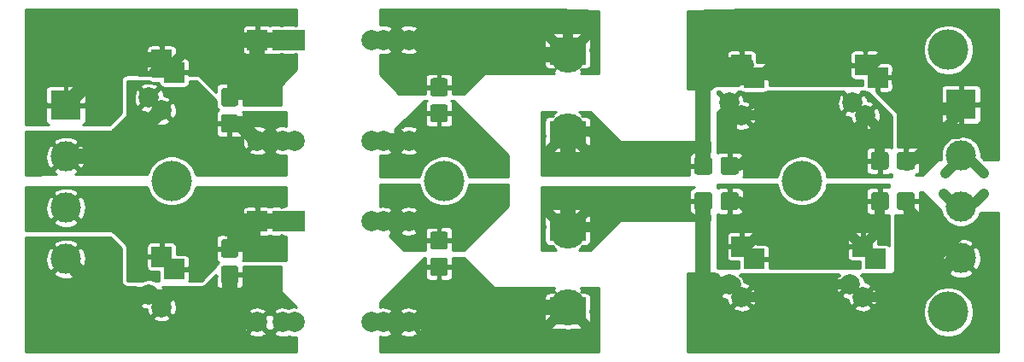
<source format=gtl>
G04 #@! TF.GenerationSoftware,KiCad,Pcbnew,(5.1.4)-1*
G04 #@! TF.CreationDate,2021-09-06T00:09:17-04:00*
G04 #@! TF.ProjectId,controller_power_filter,636f6e74-726f-46c6-9c65-725f706f7765,rev?*
G04 #@! TF.SameCoordinates,Original*
G04 #@! TF.FileFunction,Copper,L1,Top*
G04 #@! TF.FilePolarity,Positive*
%FSLAX46Y46*%
G04 Gerber Fmt 4.6, Leading zero omitted, Abs format (unit mm)*
G04 Created by KiCad (PCBNEW (5.1.4)-1) date 2021-09-06 00:09:17*
%MOMM*%
%LPD*%
G04 APERTURE LIST*
%ADD10R,3.600000X2.700000*%
%ADD11C,3.000000*%
%ADD12R,3.000000X3.000000*%
%ADD13C,2.000000*%
%ADD14R,2.000000X2.000000*%
%ADD15C,0.100000*%
%ADD16C,1.750000*%
%ADD17C,3.600000*%
%ADD18C,4.000000*%
%ADD19C,0.800000*%
%ADD20C,1.000000*%
%ADD21C,1.500000*%
%ADD22C,0.250000*%
G04 APERTURE END LIST*
D10*
X146750000Y-137100000D03*
X146750000Y-145400000D03*
X146750000Y-127900000D03*
X146750000Y-119600000D03*
D11*
X185750000Y-140160000D03*
D12*
X185750000Y-124920000D03*
D11*
X185750000Y-135080000D03*
X185750000Y-130000000D03*
D13*
X119700000Y-146500000D03*
X127300000Y-146500000D03*
D14*
X119700000Y-136500000D03*
D13*
X127300000Y-136500000D03*
X116000000Y-146500000D03*
X131000000Y-146500000D03*
D14*
X116000000Y-136500000D03*
D13*
X131000000Y-136500000D03*
X128500000Y-146500000D03*
X118500000Y-146500000D03*
X128500000Y-136500000D03*
D14*
X118500000Y-136500000D03*
D13*
X119700000Y-128500000D03*
X127300000Y-128500000D03*
D14*
X119700000Y-118500000D03*
D13*
X127300000Y-118500000D03*
X116000000Y-128500000D03*
X131000000Y-128500000D03*
D14*
X116000000Y-118500000D03*
D13*
X131000000Y-118500000D03*
X128500000Y-128500000D03*
X118500000Y-128500000D03*
X128500000Y-118500000D03*
D14*
X118500000Y-118500000D03*
D11*
X97000000Y-140240000D03*
D12*
X97000000Y-125000000D03*
D11*
X97000000Y-135160000D03*
X97000000Y-130080000D03*
D15*
G36*
X163423768Y-133626475D02*
G01*
X163453496Y-133630885D01*
X163482650Y-133638187D01*
X163510947Y-133648312D01*
X163538115Y-133661162D01*
X163563893Y-133676612D01*
X163588033Y-133694516D01*
X163610301Y-133714699D01*
X163630484Y-133736967D01*
X163648388Y-133761107D01*
X163663838Y-133786885D01*
X163676688Y-133814053D01*
X163686813Y-133842350D01*
X163694115Y-133871504D01*
X163698525Y-133901232D01*
X163700000Y-133931250D01*
X163700000Y-135068750D01*
X163698525Y-135098768D01*
X163694115Y-135128496D01*
X163686813Y-135157650D01*
X163676688Y-135185947D01*
X163663838Y-135213115D01*
X163648388Y-135238893D01*
X163630484Y-135263033D01*
X163610301Y-135285301D01*
X163588033Y-135305484D01*
X163563893Y-135323388D01*
X163538115Y-135338838D01*
X163510947Y-135351688D01*
X163482650Y-135361813D01*
X163453496Y-135369115D01*
X163423768Y-135373525D01*
X163393750Y-135375000D01*
X162206250Y-135375000D01*
X162176232Y-135373525D01*
X162146504Y-135369115D01*
X162117350Y-135361813D01*
X162089053Y-135351688D01*
X162061885Y-135338838D01*
X162036107Y-135323388D01*
X162011967Y-135305484D01*
X161989699Y-135285301D01*
X161969516Y-135263033D01*
X161951612Y-135238893D01*
X161936162Y-135213115D01*
X161923312Y-135185947D01*
X161913187Y-135157650D01*
X161905885Y-135128496D01*
X161901475Y-135098768D01*
X161900000Y-135068750D01*
X161900000Y-133931250D01*
X161901475Y-133901232D01*
X161905885Y-133871504D01*
X161913187Y-133842350D01*
X161923312Y-133814053D01*
X161936162Y-133786885D01*
X161951612Y-133761107D01*
X161969516Y-133736967D01*
X161989699Y-133714699D01*
X162011967Y-133694516D01*
X162036107Y-133676612D01*
X162061885Y-133661162D01*
X162089053Y-133648312D01*
X162117350Y-133638187D01*
X162146504Y-133630885D01*
X162176232Y-133626475D01*
X162206250Y-133625000D01*
X163393750Y-133625000D01*
X163423768Y-133626475D01*
X163423768Y-133626475D01*
G37*
D16*
X162800000Y-134500000D03*
D15*
G36*
X160823768Y-133626475D02*
G01*
X160853496Y-133630885D01*
X160882650Y-133638187D01*
X160910947Y-133648312D01*
X160938115Y-133661162D01*
X160963893Y-133676612D01*
X160988033Y-133694516D01*
X161010301Y-133714699D01*
X161030484Y-133736967D01*
X161048388Y-133761107D01*
X161063838Y-133786885D01*
X161076688Y-133814053D01*
X161086813Y-133842350D01*
X161094115Y-133871504D01*
X161098525Y-133901232D01*
X161100000Y-133931250D01*
X161100000Y-135068750D01*
X161098525Y-135098768D01*
X161094115Y-135128496D01*
X161086813Y-135157650D01*
X161076688Y-135185947D01*
X161063838Y-135213115D01*
X161048388Y-135238893D01*
X161030484Y-135263033D01*
X161010301Y-135285301D01*
X160988033Y-135305484D01*
X160963893Y-135323388D01*
X160938115Y-135338838D01*
X160910947Y-135351688D01*
X160882650Y-135361813D01*
X160853496Y-135369115D01*
X160823768Y-135373525D01*
X160793750Y-135375000D01*
X159606250Y-135375000D01*
X159576232Y-135373525D01*
X159546504Y-135369115D01*
X159517350Y-135361813D01*
X159489053Y-135351688D01*
X159461885Y-135338838D01*
X159436107Y-135323388D01*
X159411967Y-135305484D01*
X159389699Y-135285301D01*
X159369516Y-135263033D01*
X159351612Y-135238893D01*
X159336162Y-135213115D01*
X159323312Y-135185947D01*
X159313187Y-135157650D01*
X159305885Y-135128496D01*
X159301475Y-135098768D01*
X159300000Y-135068750D01*
X159300000Y-133931250D01*
X159301475Y-133901232D01*
X159305885Y-133871504D01*
X159313187Y-133842350D01*
X159323312Y-133814053D01*
X159336162Y-133786885D01*
X159351612Y-133761107D01*
X159369516Y-133736967D01*
X159389699Y-133714699D01*
X159411967Y-133694516D01*
X159436107Y-133676612D01*
X159461885Y-133661162D01*
X159489053Y-133648312D01*
X159517350Y-133638187D01*
X159546504Y-133630885D01*
X159576232Y-133626475D01*
X159606250Y-133625000D01*
X160793750Y-133625000D01*
X160823768Y-133626475D01*
X160823768Y-133626475D01*
G37*
D16*
X160200000Y-134500000D03*
D15*
G36*
X160823768Y-130126475D02*
G01*
X160853496Y-130130885D01*
X160882650Y-130138187D01*
X160910947Y-130148312D01*
X160938115Y-130161162D01*
X160963893Y-130176612D01*
X160988033Y-130194516D01*
X161010301Y-130214699D01*
X161030484Y-130236967D01*
X161048388Y-130261107D01*
X161063838Y-130286885D01*
X161076688Y-130314053D01*
X161086813Y-130342350D01*
X161094115Y-130371504D01*
X161098525Y-130401232D01*
X161100000Y-130431250D01*
X161100000Y-131568750D01*
X161098525Y-131598768D01*
X161094115Y-131628496D01*
X161086813Y-131657650D01*
X161076688Y-131685947D01*
X161063838Y-131713115D01*
X161048388Y-131738893D01*
X161030484Y-131763033D01*
X161010301Y-131785301D01*
X160988033Y-131805484D01*
X160963893Y-131823388D01*
X160938115Y-131838838D01*
X160910947Y-131851688D01*
X160882650Y-131861813D01*
X160853496Y-131869115D01*
X160823768Y-131873525D01*
X160793750Y-131875000D01*
X159606250Y-131875000D01*
X159576232Y-131873525D01*
X159546504Y-131869115D01*
X159517350Y-131861813D01*
X159489053Y-131851688D01*
X159461885Y-131838838D01*
X159436107Y-131823388D01*
X159411967Y-131805484D01*
X159389699Y-131785301D01*
X159369516Y-131763033D01*
X159351612Y-131738893D01*
X159336162Y-131713115D01*
X159323312Y-131685947D01*
X159313187Y-131657650D01*
X159305885Y-131628496D01*
X159301475Y-131598768D01*
X159300000Y-131568750D01*
X159300000Y-130431250D01*
X159301475Y-130401232D01*
X159305885Y-130371504D01*
X159313187Y-130342350D01*
X159323312Y-130314053D01*
X159336162Y-130286885D01*
X159351612Y-130261107D01*
X159369516Y-130236967D01*
X159389699Y-130214699D01*
X159411967Y-130194516D01*
X159436107Y-130176612D01*
X159461885Y-130161162D01*
X159489053Y-130148312D01*
X159517350Y-130138187D01*
X159546504Y-130130885D01*
X159576232Y-130126475D01*
X159606250Y-130125000D01*
X160793750Y-130125000D01*
X160823768Y-130126475D01*
X160823768Y-130126475D01*
G37*
D16*
X160200000Y-131000000D03*
D15*
G36*
X163423768Y-130126475D02*
G01*
X163453496Y-130130885D01*
X163482650Y-130138187D01*
X163510947Y-130148312D01*
X163538115Y-130161162D01*
X163563893Y-130176612D01*
X163588033Y-130194516D01*
X163610301Y-130214699D01*
X163630484Y-130236967D01*
X163648388Y-130261107D01*
X163663838Y-130286885D01*
X163676688Y-130314053D01*
X163686813Y-130342350D01*
X163694115Y-130371504D01*
X163698525Y-130401232D01*
X163700000Y-130431250D01*
X163700000Y-131568750D01*
X163698525Y-131598768D01*
X163694115Y-131628496D01*
X163686813Y-131657650D01*
X163676688Y-131685947D01*
X163663838Y-131713115D01*
X163648388Y-131738893D01*
X163630484Y-131763033D01*
X163610301Y-131785301D01*
X163588033Y-131805484D01*
X163563893Y-131823388D01*
X163538115Y-131838838D01*
X163510947Y-131851688D01*
X163482650Y-131861813D01*
X163453496Y-131869115D01*
X163423768Y-131873525D01*
X163393750Y-131875000D01*
X162206250Y-131875000D01*
X162176232Y-131873525D01*
X162146504Y-131869115D01*
X162117350Y-131861813D01*
X162089053Y-131851688D01*
X162061885Y-131838838D01*
X162036107Y-131823388D01*
X162011967Y-131805484D01*
X161989699Y-131785301D01*
X161969516Y-131763033D01*
X161951612Y-131738893D01*
X161936162Y-131713115D01*
X161923312Y-131685947D01*
X161913187Y-131657650D01*
X161905885Y-131628496D01*
X161901475Y-131598768D01*
X161900000Y-131568750D01*
X161900000Y-130431250D01*
X161901475Y-130401232D01*
X161905885Y-130371504D01*
X161913187Y-130342350D01*
X161923312Y-130314053D01*
X161936162Y-130286885D01*
X161951612Y-130261107D01*
X161969516Y-130236967D01*
X161989699Y-130214699D01*
X162011967Y-130194516D01*
X162036107Y-130176612D01*
X162061885Y-130161162D01*
X162089053Y-130148312D01*
X162117350Y-130138187D01*
X162146504Y-130130885D01*
X162176232Y-130126475D01*
X162206250Y-130125000D01*
X163393750Y-130125000D01*
X163423768Y-130126475D01*
X163423768Y-130126475D01*
G37*
D16*
X162800000Y-131000000D03*
D17*
X146750000Y-145000000D03*
X146750000Y-137380000D03*
X146750000Y-120000000D03*
X146750000Y-127620000D03*
D14*
X164000000Y-139000000D03*
D13*
X164000000Y-144000000D03*
D14*
X165250000Y-140250000D03*
D13*
X162750000Y-142750000D03*
D14*
X164000000Y-121000000D03*
D13*
X164000000Y-126000000D03*
D14*
X165250000Y-122250000D03*
D13*
X162750000Y-124750000D03*
D14*
X176000000Y-139000000D03*
D13*
X176000000Y-144000000D03*
D14*
X177250000Y-140250000D03*
D13*
X174750000Y-142750000D03*
D14*
X176250000Y-121000000D03*
D13*
X176250000Y-126000000D03*
D14*
X177500000Y-122250000D03*
D13*
X175000000Y-124750000D03*
D15*
G36*
X178323768Y-133626475D02*
G01*
X178353496Y-133630885D01*
X178382650Y-133638187D01*
X178410947Y-133648312D01*
X178438115Y-133661162D01*
X178463893Y-133676612D01*
X178488033Y-133694516D01*
X178510301Y-133714699D01*
X178530484Y-133736967D01*
X178548388Y-133761107D01*
X178563838Y-133786885D01*
X178576688Y-133814053D01*
X178586813Y-133842350D01*
X178594115Y-133871504D01*
X178598525Y-133901232D01*
X178600000Y-133931250D01*
X178600000Y-135068750D01*
X178598525Y-135098768D01*
X178594115Y-135128496D01*
X178586813Y-135157650D01*
X178576688Y-135185947D01*
X178563838Y-135213115D01*
X178548388Y-135238893D01*
X178530484Y-135263033D01*
X178510301Y-135285301D01*
X178488033Y-135305484D01*
X178463893Y-135323388D01*
X178438115Y-135338838D01*
X178410947Y-135351688D01*
X178382650Y-135361813D01*
X178353496Y-135369115D01*
X178323768Y-135373525D01*
X178293750Y-135375000D01*
X177106250Y-135375000D01*
X177076232Y-135373525D01*
X177046504Y-135369115D01*
X177017350Y-135361813D01*
X176989053Y-135351688D01*
X176961885Y-135338838D01*
X176936107Y-135323388D01*
X176911967Y-135305484D01*
X176889699Y-135285301D01*
X176869516Y-135263033D01*
X176851612Y-135238893D01*
X176836162Y-135213115D01*
X176823312Y-135185947D01*
X176813187Y-135157650D01*
X176805885Y-135128496D01*
X176801475Y-135098768D01*
X176800000Y-135068750D01*
X176800000Y-133931250D01*
X176801475Y-133901232D01*
X176805885Y-133871504D01*
X176813187Y-133842350D01*
X176823312Y-133814053D01*
X176836162Y-133786885D01*
X176851612Y-133761107D01*
X176869516Y-133736967D01*
X176889699Y-133714699D01*
X176911967Y-133694516D01*
X176936107Y-133676612D01*
X176961885Y-133661162D01*
X176989053Y-133648312D01*
X177017350Y-133638187D01*
X177046504Y-133630885D01*
X177076232Y-133626475D01*
X177106250Y-133625000D01*
X178293750Y-133625000D01*
X178323768Y-133626475D01*
X178323768Y-133626475D01*
G37*
D16*
X177700000Y-134500000D03*
D15*
G36*
X180923768Y-133626475D02*
G01*
X180953496Y-133630885D01*
X180982650Y-133638187D01*
X181010947Y-133648312D01*
X181038115Y-133661162D01*
X181063893Y-133676612D01*
X181088033Y-133694516D01*
X181110301Y-133714699D01*
X181130484Y-133736967D01*
X181148388Y-133761107D01*
X181163838Y-133786885D01*
X181176688Y-133814053D01*
X181186813Y-133842350D01*
X181194115Y-133871504D01*
X181198525Y-133901232D01*
X181200000Y-133931250D01*
X181200000Y-135068750D01*
X181198525Y-135098768D01*
X181194115Y-135128496D01*
X181186813Y-135157650D01*
X181176688Y-135185947D01*
X181163838Y-135213115D01*
X181148388Y-135238893D01*
X181130484Y-135263033D01*
X181110301Y-135285301D01*
X181088033Y-135305484D01*
X181063893Y-135323388D01*
X181038115Y-135338838D01*
X181010947Y-135351688D01*
X180982650Y-135361813D01*
X180953496Y-135369115D01*
X180923768Y-135373525D01*
X180893750Y-135375000D01*
X179706250Y-135375000D01*
X179676232Y-135373525D01*
X179646504Y-135369115D01*
X179617350Y-135361813D01*
X179589053Y-135351688D01*
X179561885Y-135338838D01*
X179536107Y-135323388D01*
X179511967Y-135305484D01*
X179489699Y-135285301D01*
X179469516Y-135263033D01*
X179451612Y-135238893D01*
X179436162Y-135213115D01*
X179423312Y-135185947D01*
X179413187Y-135157650D01*
X179405885Y-135128496D01*
X179401475Y-135098768D01*
X179400000Y-135068750D01*
X179400000Y-133931250D01*
X179401475Y-133901232D01*
X179405885Y-133871504D01*
X179413187Y-133842350D01*
X179423312Y-133814053D01*
X179436162Y-133786885D01*
X179451612Y-133761107D01*
X179469516Y-133736967D01*
X179489699Y-133714699D01*
X179511967Y-133694516D01*
X179536107Y-133676612D01*
X179561885Y-133661162D01*
X179589053Y-133648312D01*
X179617350Y-133638187D01*
X179646504Y-133630885D01*
X179676232Y-133626475D01*
X179706250Y-133625000D01*
X180893750Y-133625000D01*
X180923768Y-133626475D01*
X180923768Y-133626475D01*
G37*
D16*
X180300000Y-134500000D03*
D15*
G36*
X180923768Y-129626475D02*
G01*
X180953496Y-129630885D01*
X180982650Y-129638187D01*
X181010947Y-129648312D01*
X181038115Y-129661162D01*
X181063893Y-129676612D01*
X181088033Y-129694516D01*
X181110301Y-129714699D01*
X181130484Y-129736967D01*
X181148388Y-129761107D01*
X181163838Y-129786885D01*
X181176688Y-129814053D01*
X181186813Y-129842350D01*
X181194115Y-129871504D01*
X181198525Y-129901232D01*
X181200000Y-129931250D01*
X181200000Y-131068750D01*
X181198525Y-131098768D01*
X181194115Y-131128496D01*
X181186813Y-131157650D01*
X181176688Y-131185947D01*
X181163838Y-131213115D01*
X181148388Y-131238893D01*
X181130484Y-131263033D01*
X181110301Y-131285301D01*
X181088033Y-131305484D01*
X181063893Y-131323388D01*
X181038115Y-131338838D01*
X181010947Y-131351688D01*
X180982650Y-131361813D01*
X180953496Y-131369115D01*
X180923768Y-131373525D01*
X180893750Y-131375000D01*
X179706250Y-131375000D01*
X179676232Y-131373525D01*
X179646504Y-131369115D01*
X179617350Y-131361813D01*
X179589053Y-131351688D01*
X179561885Y-131338838D01*
X179536107Y-131323388D01*
X179511967Y-131305484D01*
X179489699Y-131285301D01*
X179469516Y-131263033D01*
X179451612Y-131238893D01*
X179436162Y-131213115D01*
X179423312Y-131185947D01*
X179413187Y-131157650D01*
X179405885Y-131128496D01*
X179401475Y-131098768D01*
X179400000Y-131068750D01*
X179400000Y-129931250D01*
X179401475Y-129901232D01*
X179405885Y-129871504D01*
X179413187Y-129842350D01*
X179423312Y-129814053D01*
X179436162Y-129786885D01*
X179451612Y-129761107D01*
X179469516Y-129736967D01*
X179489699Y-129714699D01*
X179511967Y-129694516D01*
X179536107Y-129676612D01*
X179561885Y-129661162D01*
X179589053Y-129648312D01*
X179617350Y-129638187D01*
X179646504Y-129630885D01*
X179676232Y-129626475D01*
X179706250Y-129625000D01*
X180893750Y-129625000D01*
X180923768Y-129626475D01*
X180923768Y-129626475D01*
G37*
D16*
X180300000Y-130500000D03*
D15*
G36*
X178323768Y-129626475D02*
G01*
X178353496Y-129630885D01*
X178382650Y-129638187D01*
X178410947Y-129648312D01*
X178438115Y-129661162D01*
X178463893Y-129676612D01*
X178488033Y-129694516D01*
X178510301Y-129714699D01*
X178530484Y-129736967D01*
X178548388Y-129761107D01*
X178563838Y-129786885D01*
X178576688Y-129814053D01*
X178586813Y-129842350D01*
X178594115Y-129871504D01*
X178598525Y-129901232D01*
X178600000Y-129931250D01*
X178600000Y-131068750D01*
X178598525Y-131098768D01*
X178594115Y-131128496D01*
X178586813Y-131157650D01*
X178576688Y-131185947D01*
X178563838Y-131213115D01*
X178548388Y-131238893D01*
X178530484Y-131263033D01*
X178510301Y-131285301D01*
X178488033Y-131305484D01*
X178463893Y-131323388D01*
X178438115Y-131338838D01*
X178410947Y-131351688D01*
X178382650Y-131361813D01*
X178353496Y-131369115D01*
X178323768Y-131373525D01*
X178293750Y-131375000D01*
X177106250Y-131375000D01*
X177076232Y-131373525D01*
X177046504Y-131369115D01*
X177017350Y-131361813D01*
X176989053Y-131351688D01*
X176961885Y-131338838D01*
X176936107Y-131323388D01*
X176911967Y-131305484D01*
X176889699Y-131285301D01*
X176869516Y-131263033D01*
X176851612Y-131238893D01*
X176836162Y-131213115D01*
X176823312Y-131185947D01*
X176813187Y-131157650D01*
X176805885Y-131128496D01*
X176801475Y-131098768D01*
X176800000Y-131068750D01*
X176800000Y-129931250D01*
X176801475Y-129901232D01*
X176805885Y-129871504D01*
X176813187Y-129842350D01*
X176823312Y-129814053D01*
X176836162Y-129786885D01*
X176851612Y-129761107D01*
X176869516Y-129736967D01*
X176889699Y-129714699D01*
X176911967Y-129694516D01*
X176936107Y-129676612D01*
X176961885Y-129661162D01*
X176989053Y-129648312D01*
X177017350Y-129638187D01*
X177046504Y-129630885D01*
X177076232Y-129626475D01*
X177106250Y-129625000D01*
X178293750Y-129625000D01*
X178323768Y-129626475D01*
X178323768Y-129626475D01*
G37*
D16*
X177700000Y-130500000D03*
D15*
G36*
X134598768Y-137501475D02*
G01*
X134628496Y-137505885D01*
X134657650Y-137513187D01*
X134685947Y-137523312D01*
X134713115Y-137536162D01*
X134738893Y-137551612D01*
X134763033Y-137569516D01*
X134785301Y-137589699D01*
X134805484Y-137611967D01*
X134823388Y-137636107D01*
X134838838Y-137661885D01*
X134851688Y-137689053D01*
X134861813Y-137717350D01*
X134869115Y-137746504D01*
X134873525Y-137776232D01*
X134875000Y-137806250D01*
X134875000Y-138993750D01*
X134873525Y-139023768D01*
X134869115Y-139053496D01*
X134861813Y-139082650D01*
X134851688Y-139110947D01*
X134838838Y-139138115D01*
X134823388Y-139163893D01*
X134805484Y-139188033D01*
X134785301Y-139210301D01*
X134763033Y-139230484D01*
X134738893Y-139248388D01*
X134713115Y-139263838D01*
X134685947Y-139276688D01*
X134657650Y-139286813D01*
X134628496Y-139294115D01*
X134598768Y-139298525D01*
X134568750Y-139300000D01*
X133431250Y-139300000D01*
X133401232Y-139298525D01*
X133371504Y-139294115D01*
X133342350Y-139286813D01*
X133314053Y-139276688D01*
X133286885Y-139263838D01*
X133261107Y-139248388D01*
X133236967Y-139230484D01*
X133214699Y-139210301D01*
X133194516Y-139188033D01*
X133176612Y-139163893D01*
X133161162Y-139138115D01*
X133148312Y-139110947D01*
X133138187Y-139082650D01*
X133130885Y-139053496D01*
X133126475Y-139023768D01*
X133125000Y-138993750D01*
X133125000Y-137806250D01*
X133126475Y-137776232D01*
X133130885Y-137746504D01*
X133138187Y-137717350D01*
X133148312Y-137689053D01*
X133161162Y-137661885D01*
X133176612Y-137636107D01*
X133194516Y-137611967D01*
X133214699Y-137589699D01*
X133236967Y-137569516D01*
X133261107Y-137551612D01*
X133286885Y-137536162D01*
X133314053Y-137523312D01*
X133342350Y-137513187D01*
X133371504Y-137505885D01*
X133401232Y-137501475D01*
X133431250Y-137500000D01*
X134568750Y-137500000D01*
X134598768Y-137501475D01*
X134598768Y-137501475D01*
G37*
D16*
X134000000Y-138400000D03*
D15*
G36*
X134598768Y-140101475D02*
G01*
X134628496Y-140105885D01*
X134657650Y-140113187D01*
X134685947Y-140123312D01*
X134713115Y-140136162D01*
X134738893Y-140151612D01*
X134763033Y-140169516D01*
X134785301Y-140189699D01*
X134805484Y-140211967D01*
X134823388Y-140236107D01*
X134838838Y-140261885D01*
X134851688Y-140289053D01*
X134861813Y-140317350D01*
X134869115Y-140346504D01*
X134873525Y-140376232D01*
X134875000Y-140406250D01*
X134875000Y-141593750D01*
X134873525Y-141623768D01*
X134869115Y-141653496D01*
X134861813Y-141682650D01*
X134851688Y-141710947D01*
X134838838Y-141738115D01*
X134823388Y-141763893D01*
X134805484Y-141788033D01*
X134785301Y-141810301D01*
X134763033Y-141830484D01*
X134738893Y-141848388D01*
X134713115Y-141863838D01*
X134685947Y-141876688D01*
X134657650Y-141886813D01*
X134628496Y-141894115D01*
X134598768Y-141898525D01*
X134568750Y-141900000D01*
X133431250Y-141900000D01*
X133401232Y-141898525D01*
X133371504Y-141894115D01*
X133342350Y-141886813D01*
X133314053Y-141876688D01*
X133286885Y-141863838D01*
X133261107Y-141848388D01*
X133236967Y-141830484D01*
X133214699Y-141810301D01*
X133194516Y-141788033D01*
X133176612Y-141763893D01*
X133161162Y-141738115D01*
X133148312Y-141710947D01*
X133138187Y-141682650D01*
X133130885Y-141653496D01*
X133126475Y-141623768D01*
X133125000Y-141593750D01*
X133125000Y-140406250D01*
X133126475Y-140376232D01*
X133130885Y-140346504D01*
X133138187Y-140317350D01*
X133148312Y-140289053D01*
X133161162Y-140261885D01*
X133176612Y-140236107D01*
X133194516Y-140211967D01*
X133214699Y-140189699D01*
X133236967Y-140169516D01*
X133261107Y-140151612D01*
X133286885Y-140136162D01*
X133314053Y-140123312D01*
X133342350Y-140113187D01*
X133371504Y-140105885D01*
X133401232Y-140101475D01*
X133431250Y-140100000D01*
X134568750Y-140100000D01*
X134598768Y-140101475D01*
X134598768Y-140101475D01*
G37*
D16*
X134000000Y-141000000D03*
D15*
G36*
X134598768Y-122301475D02*
G01*
X134628496Y-122305885D01*
X134657650Y-122313187D01*
X134685947Y-122323312D01*
X134713115Y-122336162D01*
X134738893Y-122351612D01*
X134763033Y-122369516D01*
X134785301Y-122389699D01*
X134805484Y-122411967D01*
X134823388Y-122436107D01*
X134838838Y-122461885D01*
X134851688Y-122489053D01*
X134861813Y-122517350D01*
X134869115Y-122546504D01*
X134873525Y-122576232D01*
X134875000Y-122606250D01*
X134875000Y-123793750D01*
X134873525Y-123823768D01*
X134869115Y-123853496D01*
X134861813Y-123882650D01*
X134851688Y-123910947D01*
X134838838Y-123938115D01*
X134823388Y-123963893D01*
X134805484Y-123988033D01*
X134785301Y-124010301D01*
X134763033Y-124030484D01*
X134738893Y-124048388D01*
X134713115Y-124063838D01*
X134685947Y-124076688D01*
X134657650Y-124086813D01*
X134628496Y-124094115D01*
X134598768Y-124098525D01*
X134568750Y-124100000D01*
X133431250Y-124100000D01*
X133401232Y-124098525D01*
X133371504Y-124094115D01*
X133342350Y-124086813D01*
X133314053Y-124076688D01*
X133286885Y-124063838D01*
X133261107Y-124048388D01*
X133236967Y-124030484D01*
X133214699Y-124010301D01*
X133194516Y-123988033D01*
X133176612Y-123963893D01*
X133161162Y-123938115D01*
X133148312Y-123910947D01*
X133138187Y-123882650D01*
X133130885Y-123853496D01*
X133126475Y-123823768D01*
X133125000Y-123793750D01*
X133125000Y-122606250D01*
X133126475Y-122576232D01*
X133130885Y-122546504D01*
X133138187Y-122517350D01*
X133148312Y-122489053D01*
X133161162Y-122461885D01*
X133176612Y-122436107D01*
X133194516Y-122411967D01*
X133214699Y-122389699D01*
X133236967Y-122369516D01*
X133261107Y-122351612D01*
X133286885Y-122336162D01*
X133314053Y-122323312D01*
X133342350Y-122313187D01*
X133371504Y-122305885D01*
X133401232Y-122301475D01*
X133431250Y-122300000D01*
X134568750Y-122300000D01*
X134598768Y-122301475D01*
X134598768Y-122301475D01*
G37*
D16*
X134000000Y-123200000D03*
D15*
G36*
X134598768Y-124901475D02*
G01*
X134628496Y-124905885D01*
X134657650Y-124913187D01*
X134685947Y-124923312D01*
X134713115Y-124936162D01*
X134738893Y-124951612D01*
X134763033Y-124969516D01*
X134785301Y-124989699D01*
X134805484Y-125011967D01*
X134823388Y-125036107D01*
X134838838Y-125061885D01*
X134851688Y-125089053D01*
X134861813Y-125117350D01*
X134869115Y-125146504D01*
X134873525Y-125176232D01*
X134875000Y-125206250D01*
X134875000Y-126393750D01*
X134873525Y-126423768D01*
X134869115Y-126453496D01*
X134861813Y-126482650D01*
X134851688Y-126510947D01*
X134838838Y-126538115D01*
X134823388Y-126563893D01*
X134805484Y-126588033D01*
X134785301Y-126610301D01*
X134763033Y-126630484D01*
X134738893Y-126648388D01*
X134713115Y-126663838D01*
X134685947Y-126676688D01*
X134657650Y-126686813D01*
X134628496Y-126694115D01*
X134598768Y-126698525D01*
X134568750Y-126700000D01*
X133431250Y-126700000D01*
X133401232Y-126698525D01*
X133371504Y-126694115D01*
X133342350Y-126686813D01*
X133314053Y-126676688D01*
X133286885Y-126663838D01*
X133261107Y-126648388D01*
X133236967Y-126630484D01*
X133214699Y-126610301D01*
X133194516Y-126588033D01*
X133176612Y-126563893D01*
X133161162Y-126538115D01*
X133148312Y-126510947D01*
X133138187Y-126482650D01*
X133130885Y-126453496D01*
X133126475Y-126423768D01*
X133125000Y-126393750D01*
X133125000Y-125206250D01*
X133126475Y-125176232D01*
X133130885Y-125146504D01*
X133138187Y-125117350D01*
X133148312Y-125089053D01*
X133161162Y-125061885D01*
X133176612Y-125036107D01*
X133194516Y-125011967D01*
X133214699Y-124989699D01*
X133236967Y-124969516D01*
X133261107Y-124951612D01*
X133286885Y-124936162D01*
X133314053Y-124923312D01*
X133342350Y-124913187D01*
X133371504Y-124905885D01*
X133401232Y-124901475D01*
X133431250Y-124900000D01*
X134568750Y-124900000D01*
X134598768Y-124901475D01*
X134598768Y-124901475D01*
G37*
D16*
X134000000Y-125800000D03*
D15*
G36*
X113848768Y-138301475D02*
G01*
X113878496Y-138305885D01*
X113907650Y-138313187D01*
X113935947Y-138323312D01*
X113963115Y-138336162D01*
X113988893Y-138351612D01*
X114013033Y-138369516D01*
X114035301Y-138389699D01*
X114055484Y-138411967D01*
X114073388Y-138436107D01*
X114088838Y-138461885D01*
X114101688Y-138489053D01*
X114111813Y-138517350D01*
X114119115Y-138546504D01*
X114123525Y-138576232D01*
X114125000Y-138606250D01*
X114125000Y-139793750D01*
X114123525Y-139823768D01*
X114119115Y-139853496D01*
X114111813Y-139882650D01*
X114101688Y-139910947D01*
X114088838Y-139938115D01*
X114073388Y-139963893D01*
X114055484Y-139988033D01*
X114035301Y-140010301D01*
X114013033Y-140030484D01*
X113988893Y-140048388D01*
X113963115Y-140063838D01*
X113935947Y-140076688D01*
X113907650Y-140086813D01*
X113878496Y-140094115D01*
X113848768Y-140098525D01*
X113818750Y-140100000D01*
X112681250Y-140100000D01*
X112651232Y-140098525D01*
X112621504Y-140094115D01*
X112592350Y-140086813D01*
X112564053Y-140076688D01*
X112536885Y-140063838D01*
X112511107Y-140048388D01*
X112486967Y-140030484D01*
X112464699Y-140010301D01*
X112444516Y-139988033D01*
X112426612Y-139963893D01*
X112411162Y-139938115D01*
X112398312Y-139910947D01*
X112388187Y-139882650D01*
X112380885Y-139853496D01*
X112376475Y-139823768D01*
X112375000Y-139793750D01*
X112375000Y-138606250D01*
X112376475Y-138576232D01*
X112380885Y-138546504D01*
X112388187Y-138517350D01*
X112398312Y-138489053D01*
X112411162Y-138461885D01*
X112426612Y-138436107D01*
X112444516Y-138411967D01*
X112464699Y-138389699D01*
X112486967Y-138369516D01*
X112511107Y-138351612D01*
X112536885Y-138336162D01*
X112564053Y-138323312D01*
X112592350Y-138313187D01*
X112621504Y-138305885D01*
X112651232Y-138301475D01*
X112681250Y-138300000D01*
X113818750Y-138300000D01*
X113848768Y-138301475D01*
X113848768Y-138301475D01*
G37*
D16*
X113250000Y-139200000D03*
D15*
G36*
X113848768Y-140901475D02*
G01*
X113878496Y-140905885D01*
X113907650Y-140913187D01*
X113935947Y-140923312D01*
X113963115Y-140936162D01*
X113988893Y-140951612D01*
X114013033Y-140969516D01*
X114035301Y-140989699D01*
X114055484Y-141011967D01*
X114073388Y-141036107D01*
X114088838Y-141061885D01*
X114101688Y-141089053D01*
X114111813Y-141117350D01*
X114119115Y-141146504D01*
X114123525Y-141176232D01*
X114125000Y-141206250D01*
X114125000Y-142393750D01*
X114123525Y-142423768D01*
X114119115Y-142453496D01*
X114111813Y-142482650D01*
X114101688Y-142510947D01*
X114088838Y-142538115D01*
X114073388Y-142563893D01*
X114055484Y-142588033D01*
X114035301Y-142610301D01*
X114013033Y-142630484D01*
X113988893Y-142648388D01*
X113963115Y-142663838D01*
X113935947Y-142676688D01*
X113907650Y-142686813D01*
X113878496Y-142694115D01*
X113848768Y-142698525D01*
X113818750Y-142700000D01*
X112681250Y-142700000D01*
X112651232Y-142698525D01*
X112621504Y-142694115D01*
X112592350Y-142686813D01*
X112564053Y-142676688D01*
X112536885Y-142663838D01*
X112511107Y-142648388D01*
X112486967Y-142630484D01*
X112464699Y-142610301D01*
X112444516Y-142588033D01*
X112426612Y-142563893D01*
X112411162Y-142538115D01*
X112398312Y-142510947D01*
X112388187Y-142482650D01*
X112380885Y-142453496D01*
X112376475Y-142423768D01*
X112375000Y-142393750D01*
X112375000Y-141206250D01*
X112376475Y-141176232D01*
X112380885Y-141146504D01*
X112388187Y-141117350D01*
X112398312Y-141089053D01*
X112411162Y-141061885D01*
X112426612Y-141036107D01*
X112444516Y-141011967D01*
X112464699Y-140989699D01*
X112486967Y-140969516D01*
X112511107Y-140951612D01*
X112536885Y-140936162D01*
X112564053Y-140923312D01*
X112592350Y-140913187D01*
X112621504Y-140905885D01*
X112651232Y-140901475D01*
X112681250Y-140900000D01*
X113818750Y-140900000D01*
X113848768Y-140901475D01*
X113848768Y-140901475D01*
G37*
D16*
X113250000Y-141800000D03*
D15*
G36*
X113848768Y-123301475D02*
G01*
X113878496Y-123305885D01*
X113907650Y-123313187D01*
X113935947Y-123323312D01*
X113963115Y-123336162D01*
X113988893Y-123351612D01*
X114013033Y-123369516D01*
X114035301Y-123389699D01*
X114055484Y-123411967D01*
X114073388Y-123436107D01*
X114088838Y-123461885D01*
X114101688Y-123489053D01*
X114111813Y-123517350D01*
X114119115Y-123546504D01*
X114123525Y-123576232D01*
X114125000Y-123606250D01*
X114125000Y-124793750D01*
X114123525Y-124823768D01*
X114119115Y-124853496D01*
X114111813Y-124882650D01*
X114101688Y-124910947D01*
X114088838Y-124938115D01*
X114073388Y-124963893D01*
X114055484Y-124988033D01*
X114035301Y-125010301D01*
X114013033Y-125030484D01*
X113988893Y-125048388D01*
X113963115Y-125063838D01*
X113935947Y-125076688D01*
X113907650Y-125086813D01*
X113878496Y-125094115D01*
X113848768Y-125098525D01*
X113818750Y-125100000D01*
X112681250Y-125100000D01*
X112651232Y-125098525D01*
X112621504Y-125094115D01*
X112592350Y-125086813D01*
X112564053Y-125076688D01*
X112536885Y-125063838D01*
X112511107Y-125048388D01*
X112486967Y-125030484D01*
X112464699Y-125010301D01*
X112444516Y-124988033D01*
X112426612Y-124963893D01*
X112411162Y-124938115D01*
X112398312Y-124910947D01*
X112388187Y-124882650D01*
X112380885Y-124853496D01*
X112376475Y-124823768D01*
X112375000Y-124793750D01*
X112375000Y-123606250D01*
X112376475Y-123576232D01*
X112380885Y-123546504D01*
X112388187Y-123517350D01*
X112398312Y-123489053D01*
X112411162Y-123461885D01*
X112426612Y-123436107D01*
X112444516Y-123411967D01*
X112464699Y-123389699D01*
X112486967Y-123369516D01*
X112511107Y-123351612D01*
X112536885Y-123336162D01*
X112564053Y-123323312D01*
X112592350Y-123313187D01*
X112621504Y-123305885D01*
X112651232Y-123301475D01*
X112681250Y-123300000D01*
X113818750Y-123300000D01*
X113848768Y-123301475D01*
X113848768Y-123301475D01*
G37*
D16*
X113250000Y-124200000D03*
D15*
G36*
X113848768Y-125901475D02*
G01*
X113878496Y-125905885D01*
X113907650Y-125913187D01*
X113935947Y-125923312D01*
X113963115Y-125936162D01*
X113988893Y-125951612D01*
X114013033Y-125969516D01*
X114035301Y-125989699D01*
X114055484Y-126011967D01*
X114073388Y-126036107D01*
X114088838Y-126061885D01*
X114101688Y-126089053D01*
X114111813Y-126117350D01*
X114119115Y-126146504D01*
X114123525Y-126176232D01*
X114125000Y-126206250D01*
X114125000Y-127393750D01*
X114123525Y-127423768D01*
X114119115Y-127453496D01*
X114111813Y-127482650D01*
X114101688Y-127510947D01*
X114088838Y-127538115D01*
X114073388Y-127563893D01*
X114055484Y-127588033D01*
X114035301Y-127610301D01*
X114013033Y-127630484D01*
X113988893Y-127648388D01*
X113963115Y-127663838D01*
X113935947Y-127676688D01*
X113907650Y-127686813D01*
X113878496Y-127694115D01*
X113848768Y-127698525D01*
X113818750Y-127700000D01*
X112681250Y-127700000D01*
X112651232Y-127698525D01*
X112621504Y-127694115D01*
X112592350Y-127686813D01*
X112564053Y-127676688D01*
X112536885Y-127663838D01*
X112511107Y-127648388D01*
X112486967Y-127630484D01*
X112464699Y-127610301D01*
X112444516Y-127588033D01*
X112426612Y-127563893D01*
X112411162Y-127538115D01*
X112398312Y-127510947D01*
X112388187Y-127482650D01*
X112380885Y-127453496D01*
X112376475Y-127423768D01*
X112375000Y-127393750D01*
X112375000Y-126206250D01*
X112376475Y-126176232D01*
X112380885Y-126146504D01*
X112388187Y-126117350D01*
X112398312Y-126089053D01*
X112411162Y-126061885D01*
X112426612Y-126036107D01*
X112444516Y-126011967D01*
X112464699Y-125989699D01*
X112486967Y-125969516D01*
X112511107Y-125951612D01*
X112536885Y-125936162D01*
X112564053Y-125923312D01*
X112592350Y-125913187D01*
X112621504Y-125905885D01*
X112651232Y-125901475D01*
X112681250Y-125900000D01*
X113818750Y-125900000D01*
X113848768Y-125901475D01*
X113848768Y-125901475D01*
G37*
D16*
X113250000Y-126800000D03*
D14*
X106500000Y-140000000D03*
D13*
X106500000Y-145000000D03*
D14*
X107750000Y-141250000D03*
D13*
X105250000Y-143750000D03*
D14*
X106500000Y-120500000D03*
D13*
X106500000Y-125500000D03*
D14*
X107750000Y-121750000D03*
D13*
X105250000Y-124250000D03*
D18*
X170000000Y-132500000D03*
X107500000Y-132500000D03*
X184500000Y-119500000D03*
X134500000Y-132500000D03*
D19*
X134000000Y-125750000D03*
X134000000Y-138250000D03*
D18*
X184500000Y-145500000D03*
D19*
X132500000Y-128000000D03*
X132500000Y-136500000D03*
X184250000Y-131750000D03*
X188000000Y-131750000D03*
X135000000Y-128000000D03*
X140000000Y-130250000D03*
X184000000Y-133750000D03*
X188000000Y-133750000D03*
X135000000Y-136500000D03*
X139750000Y-135000000D03*
D20*
X107750000Y-121750000D02*
X105750000Y-121750000D01*
X107750000Y-121750000D02*
X107750000Y-120750000D01*
X107750000Y-120750000D02*
X108500000Y-120000000D01*
D21*
X101500000Y-120500000D02*
X106500000Y-120500000D01*
X97000000Y-125000000D02*
X101500000Y-120500000D01*
X119700000Y-118500000D02*
X113250000Y-118500000D01*
X116000000Y-121450000D02*
X113250000Y-124200000D01*
X116000000Y-118500000D02*
X116000000Y-121450000D01*
D20*
X105250000Y-143750000D02*
X103250000Y-143750000D01*
X105250000Y-143750000D02*
X107250000Y-143750000D01*
D21*
X97000000Y-140240000D02*
X100760000Y-144000000D01*
X101010000Y-143750000D02*
X105250000Y-143750000D01*
X100760000Y-144000000D02*
X101010000Y-143750000D01*
X116000000Y-146500000D02*
X114500000Y-146500000D01*
X113250000Y-145250000D02*
X113250000Y-141800000D01*
X114500000Y-146500000D02*
X113250000Y-145250000D01*
D20*
X164500000Y-126000000D02*
X168000000Y-126000000D01*
X176000000Y-126000000D02*
X176000000Y-127414213D01*
X176000000Y-139000000D02*
X174000000Y-137000000D01*
X164500000Y-139000000D02*
X166500000Y-137000000D01*
D21*
X127300000Y-128500000D02*
X133500000Y-128500000D01*
X127300000Y-136500000D02*
X134000000Y-136500000D01*
X162750000Y-124750000D02*
X162750000Y-127750000D01*
X127300000Y-118500000D02*
X135000000Y-118500000D01*
X146750000Y-120000000D02*
X139500000Y-120000000D01*
D20*
X146750000Y-119600000D02*
X147150000Y-119600000D01*
X147150000Y-119600000D02*
X149250000Y-117500000D01*
X146750000Y-117250000D02*
X147000000Y-117000000D01*
X146750000Y-119600000D02*
X146750000Y-117250000D01*
X144950001Y-118200001D02*
X144950001Y-117700001D01*
X146750000Y-120000000D02*
X144950001Y-118200001D01*
D21*
X127300000Y-146500000D02*
X134500000Y-146500000D01*
X146750000Y-145000000D02*
X141500000Y-145000000D01*
D20*
X146300000Y-145400000D02*
X144950000Y-146750000D01*
X146750000Y-145400000D02*
X146300000Y-145400000D01*
X146750000Y-145400000D02*
X146900000Y-145400000D01*
X148549999Y-146799999D02*
X148549999Y-147549999D01*
X146750000Y-145000000D02*
X148549999Y-146799999D01*
D21*
X160200000Y-130025000D02*
X160200000Y-131000000D01*
X160200000Y-122800000D02*
X160200000Y-130025000D01*
X164500000Y-121000000D02*
X162000000Y-121000000D01*
D20*
X176000000Y-121000000D02*
X177000000Y-121000000D01*
X177000000Y-121000000D02*
X178000000Y-120000000D01*
X165750000Y-122250000D02*
X167500000Y-120500000D01*
X185500000Y-127840000D02*
X182660000Y-127840000D01*
D21*
X146750000Y-127620000D02*
X146750000Y-130165584D01*
X161500000Y-122250000D02*
X161125000Y-121875000D01*
X165250000Y-122250000D02*
X161500000Y-122250000D01*
X162000000Y-121000000D02*
X161125000Y-121875000D01*
X161125000Y-121875000D02*
X160200000Y-122800000D01*
D20*
X180500000Y-131000000D02*
X186000000Y-125500000D01*
X180300000Y-131000000D02*
X180500000Y-131000000D01*
X186000000Y-125500000D02*
X183500000Y-125500000D01*
X146750000Y-127620000D02*
X144750000Y-129620000D01*
X148549999Y-129419999D02*
X149919999Y-129419999D01*
X146750000Y-127620000D02*
X148549999Y-129419999D01*
X146750000Y-127620000D02*
X149630000Y-127620000D01*
D21*
X163250000Y-142750000D02*
X160750000Y-142750000D01*
X160200000Y-142200000D02*
X160200000Y-134500000D01*
X160750000Y-142750000D02*
X160200000Y-142200000D01*
D20*
X164500000Y-144000000D02*
X168000000Y-144000000D01*
X174750000Y-142750000D02*
X172250000Y-142750000D01*
X176000000Y-144000000D02*
X180500000Y-144000000D01*
X185500000Y-138000000D02*
X183000000Y-140500000D01*
D21*
X146750000Y-137380000D02*
X146750000Y-134000000D01*
D20*
X180300000Y-135040000D02*
X186000000Y-140740000D01*
X180300000Y-134500000D02*
X180300000Y-135040000D01*
X186000000Y-140740000D02*
X182490000Y-140740000D01*
X148549999Y-135580001D02*
X152169999Y-135580001D01*
X146750000Y-137380000D02*
X148549999Y-135580001D01*
X146300000Y-137100000D02*
X144750000Y-135550000D01*
X146750000Y-137100000D02*
X146300000Y-137100000D01*
X146750000Y-137100000D02*
X146750000Y-137380000D01*
X146750000Y-137100000D02*
X149650000Y-137100000D01*
D21*
X101920000Y-130080000D02*
X106500000Y-125500000D01*
X97000000Y-130080000D02*
X101920000Y-130080000D01*
X114300000Y-126800000D02*
X116000000Y-128500000D01*
X113250000Y-126800000D02*
X114300000Y-126800000D01*
X119700000Y-128500000D02*
X116000000Y-128500000D01*
X119700000Y-136500000D02*
X111000000Y-136500000D01*
X113300000Y-139200000D02*
X116000000Y-136500000D01*
X113250000Y-139200000D02*
X113300000Y-139200000D01*
D20*
X186000000Y-130580000D02*
X185420000Y-130580000D01*
X185420000Y-130580000D02*
X184250000Y-131750000D01*
X186000000Y-130580000D02*
X186830000Y-130580000D01*
X186830000Y-130580000D02*
X188000000Y-131750000D01*
X163800000Y-131000000D02*
X164500000Y-130300000D01*
X162800000Y-131000000D02*
X163800000Y-131000000D01*
X177700000Y-127450000D02*
X176250000Y-126000000D01*
X177700000Y-131000000D02*
X177700000Y-127450000D01*
X186000000Y-135660000D02*
X185910000Y-135660000D01*
X185910000Y-135660000D02*
X184000000Y-133750000D01*
X186000000Y-135660000D02*
X186090000Y-135660000D01*
X186090000Y-135660000D02*
X188000000Y-133750000D01*
X163800000Y-134500000D02*
X164500000Y-135200000D01*
X162800000Y-134500000D02*
X163800000Y-134500000D01*
X177700000Y-137300000D02*
X176000000Y-139000000D01*
X177700000Y-134500000D02*
X177700000Y-137300000D01*
D22*
G36*
X105096074Y-133229223D02*
G01*
X105284529Y-133684194D01*
X105558124Y-134093657D01*
X105906343Y-134441876D01*
X106315806Y-134715471D01*
X106770777Y-134903926D01*
X107253772Y-135000000D01*
X107746228Y-135000000D01*
X108229223Y-134903926D01*
X108684194Y-134715471D01*
X109093657Y-134441876D01*
X109441876Y-134093657D01*
X109715471Y-133684194D01*
X109903926Y-133229223D01*
X109924657Y-133125000D01*
X118875000Y-133125000D01*
X118875000Y-134998145D01*
X118700000Y-134997581D01*
X118601983Y-135007235D01*
X118507733Y-135035825D01*
X118420871Y-135082254D01*
X118372198Y-135122198D01*
X118250000Y-135000000D01*
X117500000Y-134997581D01*
X117401983Y-135007235D01*
X117307733Y-135035825D01*
X117250000Y-135066684D01*
X117192267Y-135035825D01*
X117098017Y-135007235D01*
X117000000Y-134997581D01*
X116250000Y-135000000D01*
X116125000Y-135125000D01*
X116125000Y-136375000D01*
X118645000Y-136375000D01*
X118645000Y-136625000D01*
X116125000Y-136625000D01*
X116125000Y-137875000D01*
X116250000Y-138000000D01*
X117000000Y-138002419D01*
X117098017Y-137992765D01*
X117192267Y-137964175D01*
X117250000Y-137933316D01*
X117307733Y-137964175D01*
X117401983Y-137992765D01*
X117500000Y-138002419D01*
X118250000Y-138000000D01*
X118372198Y-137877802D01*
X118420871Y-137917746D01*
X118507733Y-137964175D01*
X118601983Y-137992765D01*
X118700000Y-138002419D01*
X118875000Y-138001855D01*
X118875000Y-140375000D01*
X114544953Y-140375000D01*
X114589175Y-140292267D01*
X114617765Y-140198017D01*
X114627419Y-140100000D01*
X114625000Y-139450000D01*
X114500000Y-139325000D01*
X113375000Y-139325000D01*
X113375000Y-139345000D01*
X113125000Y-139345000D01*
X113125000Y-139325000D01*
X112000000Y-139325000D01*
X111875000Y-139450000D01*
X111872581Y-140100000D01*
X111882235Y-140198017D01*
X111910825Y-140292267D01*
X111957254Y-140379129D01*
X112019736Y-140455264D01*
X112095871Y-140517746D01*
X112182733Y-140564175D01*
X112191724Y-140566902D01*
X112109435Y-140634435D01*
X112008866Y-140756978D01*
X111942978Y-140880246D01*
X110448224Y-142375000D01*
X109234580Y-142375000D01*
X109242765Y-142348017D01*
X109252419Y-142250000D01*
X109250000Y-141500000D01*
X109125000Y-141375000D01*
X107875000Y-141375000D01*
X107875000Y-141395000D01*
X107806845Y-141395000D01*
X107855264Y-141355264D01*
X107917746Y-141279129D01*
X107964175Y-141192267D01*
X107984580Y-141125000D01*
X109125000Y-141125000D01*
X109250000Y-141000000D01*
X109252419Y-140250000D01*
X109242765Y-140151983D01*
X109214175Y-140057733D01*
X109167746Y-139970871D01*
X109105264Y-139894736D01*
X109029129Y-139832254D01*
X108942267Y-139785825D01*
X108848017Y-139757235D01*
X108750000Y-139747581D01*
X108000000Y-139750000D01*
X108002419Y-139000000D01*
X107992765Y-138901983D01*
X107964175Y-138807733D01*
X107917746Y-138720871D01*
X107855264Y-138644736D01*
X107779129Y-138582254D01*
X107692267Y-138535825D01*
X107598017Y-138507235D01*
X107500000Y-138497581D01*
X106750000Y-138500000D01*
X106625000Y-138625000D01*
X106625000Y-139765420D01*
X106557733Y-139785825D01*
X106470871Y-139832254D01*
X106394736Y-139894736D01*
X106332254Y-139970871D01*
X106285825Y-140057733D01*
X106265420Y-140125000D01*
X105125000Y-140125000D01*
X105000000Y-140250000D01*
X104997581Y-141000000D01*
X105007235Y-141098017D01*
X105035825Y-141192267D01*
X105082254Y-141279129D01*
X105144736Y-141355264D01*
X105220871Y-141417746D01*
X105307733Y-141464175D01*
X105401983Y-141492765D01*
X105500000Y-141502419D01*
X106250000Y-141500000D01*
X106247581Y-142250000D01*
X106257235Y-142348017D01*
X106265420Y-142375000D01*
X105850146Y-142375000D01*
X105687534Y-142307644D01*
X105397737Y-142250000D01*
X105102263Y-142250000D01*
X104812466Y-142307644D01*
X104649854Y-142375000D01*
X103125000Y-142375000D01*
X103125000Y-139000000D01*
X104997581Y-139000000D01*
X105000000Y-139750000D01*
X105125000Y-139875000D01*
X106375000Y-139875000D01*
X106375000Y-138625000D01*
X106250000Y-138500000D01*
X105500000Y-138497581D01*
X105401983Y-138507235D01*
X105307733Y-138535825D01*
X105220871Y-138582254D01*
X105144736Y-138644736D01*
X105082254Y-138720871D01*
X105035825Y-138807733D01*
X105007235Y-138901983D01*
X104997581Y-139000000D01*
X103125000Y-139000000D01*
X103122598Y-138975614D01*
X103115485Y-138952165D01*
X103103934Y-138930554D01*
X103088388Y-138911612D01*
X102476776Y-138300000D01*
X111872581Y-138300000D01*
X111875000Y-138950000D01*
X112000000Y-139075000D01*
X113125000Y-139075000D01*
X113125000Y-137925000D01*
X113375000Y-137925000D01*
X113375000Y-139075000D01*
X114500000Y-139075000D01*
X114625000Y-138950000D01*
X114627419Y-138300000D01*
X114617765Y-138201983D01*
X114589175Y-138107733D01*
X114542746Y-138020871D01*
X114480264Y-137944736D01*
X114404129Y-137882254D01*
X114317267Y-137835825D01*
X114223017Y-137807235D01*
X114125000Y-137797581D01*
X113500000Y-137800000D01*
X113375000Y-137925000D01*
X113125000Y-137925000D01*
X113000000Y-137800000D01*
X112375000Y-137797581D01*
X112276983Y-137807235D01*
X112182733Y-137835825D01*
X112095871Y-137882254D01*
X112019736Y-137944736D01*
X111957254Y-138020871D01*
X111910825Y-138107733D01*
X111882235Y-138201983D01*
X111872581Y-138300000D01*
X102476776Y-138300000D01*
X101676776Y-137500000D01*
X114497581Y-137500000D01*
X114507235Y-137598017D01*
X114535825Y-137692267D01*
X114582254Y-137779129D01*
X114644736Y-137855264D01*
X114720871Y-137917746D01*
X114807733Y-137964175D01*
X114901983Y-137992765D01*
X115000000Y-138002419D01*
X115750000Y-138000000D01*
X115875000Y-137875000D01*
X115875000Y-136625000D01*
X114625000Y-136625000D01*
X114500000Y-136750000D01*
X114497581Y-137500000D01*
X101676776Y-137500000D01*
X101588388Y-137411612D01*
X101569446Y-137396066D01*
X101547835Y-137384515D01*
X101524386Y-137377402D01*
X101500000Y-137375000D01*
X93025000Y-137375000D01*
X93025000Y-136578122D01*
X95758655Y-136578122D01*
X95922156Y-136856188D01*
X96273777Y-137033873D01*
X96653306Y-137139547D01*
X97046158Y-137169147D01*
X97437237Y-137121537D01*
X97811513Y-136998546D01*
X98077844Y-136856188D01*
X98241345Y-136578122D01*
X97000000Y-135336777D01*
X95758655Y-136578122D01*
X93025000Y-136578122D01*
X93025000Y-135206158D01*
X94990853Y-135206158D01*
X95038463Y-135597237D01*
X95161454Y-135971513D01*
X95303812Y-136237844D01*
X95581878Y-136401345D01*
X96823223Y-135160000D01*
X97176777Y-135160000D01*
X98418122Y-136401345D01*
X98696188Y-136237844D01*
X98873873Y-135886223D01*
X98979547Y-135506694D01*
X98980051Y-135500000D01*
X114497581Y-135500000D01*
X114500000Y-136250000D01*
X114625000Y-136375000D01*
X115875000Y-136375000D01*
X115875000Y-135125000D01*
X115750000Y-135000000D01*
X115000000Y-134997581D01*
X114901983Y-135007235D01*
X114807733Y-135035825D01*
X114720871Y-135082254D01*
X114644736Y-135144736D01*
X114582254Y-135220871D01*
X114535825Y-135307733D01*
X114507235Y-135401983D01*
X114497581Y-135500000D01*
X98980051Y-135500000D01*
X99009147Y-135113842D01*
X98961537Y-134722763D01*
X98838546Y-134348487D01*
X98696188Y-134082156D01*
X98418122Y-133918655D01*
X97176777Y-135160000D01*
X96823223Y-135160000D01*
X95581878Y-133918655D01*
X95303812Y-134082156D01*
X95126127Y-134433777D01*
X95020453Y-134813306D01*
X94990853Y-135206158D01*
X93025000Y-135206158D01*
X93025000Y-133741878D01*
X95758655Y-133741878D01*
X97000000Y-134983223D01*
X98241345Y-133741878D01*
X98077844Y-133463812D01*
X97726223Y-133286127D01*
X97346694Y-133180453D01*
X96953842Y-133150853D01*
X96562763Y-133198463D01*
X96188487Y-133321454D01*
X95922156Y-133463812D01*
X95758655Y-133741878D01*
X93025000Y-133741878D01*
X93025000Y-133125000D01*
X105075343Y-133125000D01*
X105096074Y-133229223D01*
X105096074Y-133229223D01*
G37*
X105096074Y-133229223D02*
X105284529Y-133684194D01*
X105558124Y-134093657D01*
X105906343Y-134441876D01*
X106315806Y-134715471D01*
X106770777Y-134903926D01*
X107253772Y-135000000D01*
X107746228Y-135000000D01*
X108229223Y-134903926D01*
X108684194Y-134715471D01*
X109093657Y-134441876D01*
X109441876Y-134093657D01*
X109715471Y-133684194D01*
X109903926Y-133229223D01*
X109924657Y-133125000D01*
X118875000Y-133125000D01*
X118875000Y-134998145D01*
X118700000Y-134997581D01*
X118601983Y-135007235D01*
X118507733Y-135035825D01*
X118420871Y-135082254D01*
X118372198Y-135122198D01*
X118250000Y-135000000D01*
X117500000Y-134997581D01*
X117401983Y-135007235D01*
X117307733Y-135035825D01*
X117250000Y-135066684D01*
X117192267Y-135035825D01*
X117098017Y-135007235D01*
X117000000Y-134997581D01*
X116250000Y-135000000D01*
X116125000Y-135125000D01*
X116125000Y-136375000D01*
X118645000Y-136375000D01*
X118645000Y-136625000D01*
X116125000Y-136625000D01*
X116125000Y-137875000D01*
X116250000Y-138000000D01*
X117000000Y-138002419D01*
X117098017Y-137992765D01*
X117192267Y-137964175D01*
X117250000Y-137933316D01*
X117307733Y-137964175D01*
X117401983Y-137992765D01*
X117500000Y-138002419D01*
X118250000Y-138000000D01*
X118372198Y-137877802D01*
X118420871Y-137917746D01*
X118507733Y-137964175D01*
X118601983Y-137992765D01*
X118700000Y-138002419D01*
X118875000Y-138001855D01*
X118875000Y-140375000D01*
X114544953Y-140375000D01*
X114589175Y-140292267D01*
X114617765Y-140198017D01*
X114627419Y-140100000D01*
X114625000Y-139450000D01*
X114500000Y-139325000D01*
X113375000Y-139325000D01*
X113375000Y-139345000D01*
X113125000Y-139345000D01*
X113125000Y-139325000D01*
X112000000Y-139325000D01*
X111875000Y-139450000D01*
X111872581Y-140100000D01*
X111882235Y-140198017D01*
X111910825Y-140292267D01*
X111957254Y-140379129D01*
X112019736Y-140455264D01*
X112095871Y-140517746D01*
X112182733Y-140564175D01*
X112191724Y-140566902D01*
X112109435Y-140634435D01*
X112008866Y-140756978D01*
X111942978Y-140880246D01*
X110448224Y-142375000D01*
X109234580Y-142375000D01*
X109242765Y-142348017D01*
X109252419Y-142250000D01*
X109250000Y-141500000D01*
X109125000Y-141375000D01*
X107875000Y-141375000D01*
X107875000Y-141395000D01*
X107806845Y-141395000D01*
X107855264Y-141355264D01*
X107917746Y-141279129D01*
X107964175Y-141192267D01*
X107984580Y-141125000D01*
X109125000Y-141125000D01*
X109250000Y-141000000D01*
X109252419Y-140250000D01*
X109242765Y-140151983D01*
X109214175Y-140057733D01*
X109167746Y-139970871D01*
X109105264Y-139894736D01*
X109029129Y-139832254D01*
X108942267Y-139785825D01*
X108848017Y-139757235D01*
X108750000Y-139747581D01*
X108000000Y-139750000D01*
X108002419Y-139000000D01*
X107992765Y-138901983D01*
X107964175Y-138807733D01*
X107917746Y-138720871D01*
X107855264Y-138644736D01*
X107779129Y-138582254D01*
X107692267Y-138535825D01*
X107598017Y-138507235D01*
X107500000Y-138497581D01*
X106750000Y-138500000D01*
X106625000Y-138625000D01*
X106625000Y-139765420D01*
X106557733Y-139785825D01*
X106470871Y-139832254D01*
X106394736Y-139894736D01*
X106332254Y-139970871D01*
X106285825Y-140057733D01*
X106265420Y-140125000D01*
X105125000Y-140125000D01*
X105000000Y-140250000D01*
X104997581Y-141000000D01*
X105007235Y-141098017D01*
X105035825Y-141192267D01*
X105082254Y-141279129D01*
X105144736Y-141355264D01*
X105220871Y-141417746D01*
X105307733Y-141464175D01*
X105401983Y-141492765D01*
X105500000Y-141502419D01*
X106250000Y-141500000D01*
X106247581Y-142250000D01*
X106257235Y-142348017D01*
X106265420Y-142375000D01*
X105850146Y-142375000D01*
X105687534Y-142307644D01*
X105397737Y-142250000D01*
X105102263Y-142250000D01*
X104812466Y-142307644D01*
X104649854Y-142375000D01*
X103125000Y-142375000D01*
X103125000Y-139000000D01*
X104997581Y-139000000D01*
X105000000Y-139750000D01*
X105125000Y-139875000D01*
X106375000Y-139875000D01*
X106375000Y-138625000D01*
X106250000Y-138500000D01*
X105500000Y-138497581D01*
X105401983Y-138507235D01*
X105307733Y-138535825D01*
X105220871Y-138582254D01*
X105144736Y-138644736D01*
X105082254Y-138720871D01*
X105035825Y-138807733D01*
X105007235Y-138901983D01*
X104997581Y-139000000D01*
X103125000Y-139000000D01*
X103122598Y-138975614D01*
X103115485Y-138952165D01*
X103103934Y-138930554D01*
X103088388Y-138911612D01*
X102476776Y-138300000D01*
X111872581Y-138300000D01*
X111875000Y-138950000D01*
X112000000Y-139075000D01*
X113125000Y-139075000D01*
X113125000Y-137925000D01*
X113375000Y-137925000D01*
X113375000Y-139075000D01*
X114500000Y-139075000D01*
X114625000Y-138950000D01*
X114627419Y-138300000D01*
X114617765Y-138201983D01*
X114589175Y-138107733D01*
X114542746Y-138020871D01*
X114480264Y-137944736D01*
X114404129Y-137882254D01*
X114317267Y-137835825D01*
X114223017Y-137807235D01*
X114125000Y-137797581D01*
X113500000Y-137800000D01*
X113375000Y-137925000D01*
X113125000Y-137925000D01*
X113000000Y-137800000D01*
X112375000Y-137797581D01*
X112276983Y-137807235D01*
X112182733Y-137835825D01*
X112095871Y-137882254D01*
X112019736Y-137944736D01*
X111957254Y-138020871D01*
X111910825Y-138107733D01*
X111882235Y-138201983D01*
X111872581Y-138300000D01*
X102476776Y-138300000D01*
X101676776Y-137500000D01*
X114497581Y-137500000D01*
X114507235Y-137598017D01*
X114535825Y-137692267D01*
X114582254Y-137779129D01*
X114644736Y-137855264D01*
X114720871Y-137917746D01*
X114807733Y-137964175D01*
X114901983Y-137992765D01*
X115000000Y-138002419D01*
X115750000Y-138000000D01*
X115875000Y-137875000D01*
X115875000Y-136625000D01*
X114625000Y-136625000D01*
X114500000Y-136750000D01*
X114497581Y-137500000D01*
X101676776Y-137500000D01*
X101588388Y-137411612D01*
X101569446Y-137396066D01*
X101547835Y-137384515D01*
X101524386Y-137377402D01*
X101500000Y-137375000D01*
X93025000Y-137375000D01*
X93025000Y-136578122D01*
X95758655Y-136578122D01*
X95922156Y-136856188D01*
X96273777Y-137033873D01*
X96653306Y-137139547D01*
X97046158Y-137169147D01*
X97437237Y-137121537D01*
X97811513Y-136998546D01*
X98077844Y-136856188D01*
X98241345Y-136578122D01*
X97000000Y-135336777D01*
X95758655Y-136578122D01*
X93025000Y-136578122D01*
X93025000Y-135206158D01*
X94990853Y-135206158D01*
X95038463Y-135597237D01*
X95161454Y-135971513D01*
X95303812Y-136237844D01*
X95581878Y-136401345D01*
X96823223Y-135160000D01*
X97176777Y-135160000D01*
X98418122Y-136401345D01*
X98696188Y-136237844D01*
X98873873Y-135886223D01*
X98979547Y-135506694D01*
X98980051Y-135500000D01*
X114497581Y-135500000D01*
X114500000Y-136250000D01*
X114625000Y-136375000D01*
X115875000Y-136375000D01*
X115875000Y-135125000D01*
X115750000Y-135000000D01*
X115000000Y-134997581D01*
X114901983Y-135007235D01*
X114807733Y-135035825D01*
X114720871Y-135082254D01*
X114644736Y-135144736D01*
X114582254Y-135220871D01*
X114535825Y-135307733D01*
X114507235Y-135401983D01*
X114497581Y-135500000D01*
X98980051Y-135500000D01*
X99009147Y-135113842D01*
X98961537Y-134722763D01*
X98838546Y-134348487D01*
X98696188Y-134082156D01*
X98418122Y-133918655D01*
X97176777Y-135160000D01*
X96823223Y-135160000D01*
X95581878Y-133918655D01*
X95303812Y-134082156D01*
X95126127Y-134433777D01*
X95020453Y-134813306D01*
X94990853Y-135206158D01*
X93025000Y-135206158D01*
X93025000Y-133741878D01*
X95758655Y-133741878D01*
X97000000Y-134983223D01*
X98241345Y-133741878D01*
X98077844Y-133463812D01*
X97726223Y-133286127D01*
X97346694Y-133180453D01*
X96953842Y-133150853D01*
X96562763Y-133198463D01*
X96188487Y-133321454D01*
X95922156Y-133463812D01*
X95758655Y-133741878D01*
X93025000Y-133741878D01*
X93025000Y-133125000D01*
X105075343Y-133125000D01*
X105096074Y-133229223D01*
G36*
X119875000Y-117075000D02*
G01*
X119827802Y-117122198D01*
X119779129Y-117082254D01*
X119692267Y-117035825D01*
X119598017Y-117007235D01*
X119500000Y-116997581D01*
X119100000Y-116998871D01*
X118700000Y-116997581D01*
X118601983Y-117007235D01*
X118507733Y-117035825D01*
X118420871Y-117082254D01*
X118372198Y-117122198D01*
X118250000Y-117000000D01*
X117500000Y-116997581D01*
X117401983Y-117007235D01*
X117307733Y-117035825D01*
X117250000Y-117066684D01*
X117192267Y-117035825D01*
X117098017Y-117007235D01*
X117000000Y-116997581D01*
X116250000Y-117000000D01*
X116125000Y-117125000D01*
X116125000Y-118375000D01*
X118645000Y-118375000D01*
X118645000Y-118625000D01*
X116125000Y-118625000D01*
X116125000Y-119875000D01*
X116250000Y-120000000D01*
X117000000Y-120002419D01*
X117098017Y-119992765D01*
X117192267Y-119964175D01*
X117250000Y-119933316D01*
X117307733Y-119964175D01*
X117401983Y-119992765D01*
X117500000Y-120002419D01*
X118250000Y-120000000D01*
X118372198Y-119877802D01*
X118420871Y-119917746D01*
X118507733Y-119964175D01*
X118601983Y-119992765D01*
X118700000Y-120002419D01*
X119100000Y-120001129D01*
X119500000Y-120002419D01*
X119598017Y-119992765D01*
X119692267Y-119964175D01*
X119779129Y-119917746D01*
X119827802Y-119877802D01*
X119875000Y-119925000D01*
X119875000Y-121448224D01*
X118411612Y-122911612D01*
X118396066Y-122930554D01*
X118384515Y-122952165D01*
X118377402Y-122975614D01*
X118375000Y-123000000D01*
X118375000Y-125000000D01*
X114627047Y-125000000D01*
X114625000Y-124450000D01*
X114500000Y-124325000D01*
X113375000Y-124325000D01*
X113375000Y-124345000D01*
X113125000Y-124345000D01*
X113125000Y-124325000D01*
X113105000Y-124325000D01*
X113105000Y-124075000D01*
X113125000Y-124075000D01*
X113125000Y-122925000D01*
X113375000Y-122925000D01*
X113375000Y-124075000D01*
X114500000Y-124075000D01*
X114625000Y-123950000D01*
X114627419Y-123300000D01*
X114617765Y-123201983D01*
X114589175Y-123107733D01*
X114542746Y-123020871D01*
X114480264Y-122944736D01*
X114404129Y-122882254D01*
X114317267Y-122835825D01*
X114223017Y-122807235D01*
X114125000Y-122797581D01*
X113500000Y-122800000D01*
X113375000Y-122925000D01*
X113125000Y-122925000D01*
X113000000Y-122800000D01*
X112375000Y-122797581D01*
X112276983Y-122807235D01*
X112182733Y-122835825D01*
X112095871Y-122882254D01*
X112019736Y-122944736D01*
X111957254Y-123020871D01*
X111910825Y-123107733D01*
X111882235Y-123201983D01*
X111872581Y-123300000D01*
X111873946Y-123666840D01*
X110353553Y-122146447D01*
X110280403Y-122086026D01*
X110194252Y-122039277D01*
X110100637Y-122010233D01*
X110003155Y-122000010D01*
X109245228Y-121995228D01*
X109125000Y-121875000D01*
X107875000Y-121875000D01*
X107875000Y-121895000D01*
X107806845Y-121895000D01*
X107855264Y-121855264D01*
X107917746Y-121779129D01*
X107964175Y-121692267D01*
X107984580Y-121625000D01*
X109125000Y-121625000D01*
X109250000Y-121500000D01*
X109252419Y-120750000D01*
X109242765Y-120651983D01*
X109214175Y-120557733D01*
X109167746Y-120470871D01*
X109105264Y-120394736D01*
X109029129Y-120332254D01*
X108942267Y-120285825D01*
X108848017Y-120257235D01*
X108750000Y-120247581D01*
X108000000Y-120250000D01*
X108002419Y-119500000D01*
X114497581Y-119500000D01*
X114507235Y-119598017D01*
X114535825Y-119692267D01*
X114582254Y-119779129D01*
X114644736Y-119855264D01*
X114720871Y-119917746D01*
X114807733Y-119964175D01*
X114901983Y-119992765D01*
X115000000Y-120002419D01*
X115750000Y-120000000D01*
X115875000Y-119875000D01*
X115875000Y-118625000D01*
X114625000Y-118625000D01*
X114500000Y-118750000D01*
X114497581Y-119500000D01*
X108002419Y-119500000D01*
X107992765Y-119401983D01*
X107964175Y-119307733D01*
X107917746Y-119220871D01*
X107855264Y-119144736D01*
X107779129Y-119082254D01*
X107692267Y-119035825D01*
X107598017Y-119007235D01*
X107500000Y-118997581D01*
X106750000Y-119000000D01*
X106625000Y-119125000D01*
X106625000Y-120265420D01*
X106557733Y-120285825D01*
X106470871Y-120332254D01*
X106394736Y-120394736D01*
X106332254Y-120470871D01*
X106285825Y-120557733D01*
X106265420Y-120625000D01*
X105125000Y-120625000D01*
X105000000Y-120750000D01*
X104997581Y-121500000D01*
X105007235Y-121598017D01*
X105035825Y-121692267D01*
X105082254Y-121779129D01*
X105144736Y-121855264D01*
X105220871Y-121917746D01*
X105307733Y-121964175D01*
X105328638Y-121970516D01*
X103003155Y-121955844D01*
X102902455Y-121965441D01*
X102808658Y-121993894D01*
X102722215Y-122040099D01*
X102646447Y-122102281D01*
X102584265Y-122178049D01*
X102538060Y-122264492D01*
X102509607Y-122358289D01*
X102500000Y-122455834D01*
X102500000Y-125748728D01*
X101292894Y-126955834D01*
X98707872Y-126955834D01*
X98779129Y-126917746D01*
X98855264Y-126855264D01*
X98917746Y-126779129D01*
X98964175Y-126692267D01*
X98992765Y-126598017D01*
X99002419Y-126500000D01*
X99000000Y-125250000D01*
X98875000Y-125125000D01*
X97125000Y-125125000D01*
X97125000Y-125145000D01*
X96875000Y-125145000D01*
X96875000Y-125125000D01*
X95125000Y-125125000D01*
X95000000Y-125250000D01*
X94997581Y-126500000D01*
X95007235Y-126598017D01*
X95035825Y-126692267D01*
X95082254Y-126779129D01*
X95144736Y-126855264D01*
X95220871Y-126917746D01*
X95292128Y-126955834D01*
X93025000Y-126955834D01*
X93025000Y-123500000D01*
X94997581Y-123500000D01*
X95000000Y-124750000D01*
X95125000Y-124875000D01*
X96875000Y-124875000D01*
X96875000Y-123125000D01*
X97125000Y-123125000D01*
X97125000Y-124875000D01*
X98875000Y-124875000D01*
X99000000Y-124750000D01*
X99002419Y-123500000D01*
X98992765Y-123401983D01*
X98964175Y-123307733D01*
X98917746Y-123220871D01*
X98855264Y-123144736D01*
X98779129Y-123082254D01*
X98692267Y-123035825D01*
X98598017Y-123007235D01*
X98500000Y-122997581D01*
X97250000Y-123000000D01*
X97125000Y-123125000D01*
X96875000Y-123125000D01*
X96750000Y-123000000D01*
X95500000Y-122997581D01*
X95401983Y-123007235D01*
X95307733Y-123035825D01*
X95220871Y-123082254D01*
X95144736Y-123144736D01*
X95082254Y-123220871D01*
X95035825Y-123307733D01*
X95007235Y-123401983D01*
X94997581Y-123500000D01*
X93025000Y-123500000D01*
X93025000Y-119500000D01*
X104997581Y-119500000D01*
X105000000Y-120250000D01*
X105125000Y-120375000D01*
X106375000Y-120375000D01*
X106375000Y-119125000D01*
X106250000Y-119000000D01*
X105500000Y-118997581D01*
X105401983Y-119007235D01*
X105307733Y-119035825D01*
X105220871Y-119082254D01*
X105144736Y-119144736D01*
X105082254Y-119220871D01*
X105035825Y-119307733D01*
X105007235Y-119401983D01*
X104997581Y-119500000D01*
X93025000Y-119500000D01*
X93025000Y-117500000D01*
X114497581Y-117500000D01*
X114500000Y-118250000D01*
X114625000Y-118375000D01*
X115875000Y-118375000D01*
X115875000Y-117125000D01*
X115750000Y-117000000D01*
X115000000Y-116997581D01*
X114901983Y-117007235D01*
X114807733Y-117035825D01*
X114720871Y-117082254D01*
X114644736Y-117144736D01*
X114582254Y-117220871D01*
X114535825Y-117307733D01*
X114507235Y-117401983D01*
X114497581Y-117500000D01*
X93025000Y-117500000D01*
X93025000Y-115525000D01*
X119875000Y-115525000D01*
X119875000Y-117075000D01*
X119875000Y-117075000D01*
G37*
X119875000Y-117075000D02*
X119827802Y-117122198D01*
X119779129Y-117082254D01*
X119692267Y-117035825D01*
X119598017Y-117007235D01*
X119500000Y-116997581D01*
X119100000Y-116998871D01*
X118700000Y-116997581D01*
X118601983Y-117007235D01*
X118507733Y-117035825D01*
X118420871Y-117082254D01*
X118372198Y-117122198D01*
X118250000Y-117000000D01*
X117500000Y-116997581D01*
X117401983Y-117007235D01*
X117307733Y-117035825D01*
X117250000Y-117066684D01*
X117192267Y-117035825D01*
X117098017Y-117007235D01*
X117000000Y-116997581D01*
X116250000Y-117000000D01*
X116125000Y-117125000D01*
X116125000Y-118375000D01*
X118645000Y-118375000D01*
X118645000Y-118625000D01*
X116125000Y-118625000D01*
X116125000Y-119875000D01*
X116250000Y-120000000D01*
X117000000Y-120002419D01*
X117098017Y-119992765D01*
X117192267Y-119964175D01*
X117250000Y-119933316D01*
X117307733Y-119964175D01*
X117401983Y-119992765D01*
X117500000Y-120002419D01*
X118250000Y-120000000D01*
X118372198Y-119877802D01*
X118420871Y-119917746D01*
X118507733Y-119964175D01*
X118601983Y-119992765D01*
X118700000Y-120002419D01*
X119100000Y-120001129D01*
X119500000Y-120002419D01*
X119598017Y-119992765D01*
X119692267Y-119964175D01*
X119779129Y-119917746D01*
X119827802Y-119877802D01*
X119875000Y-119925000D01*
X119875000Y-121448224D01*
X118411612Y-122911612D01*
X118396066Y-122930554D01*
X118384515Y-122952165D01*
X118377402Y-122975614D01*
X118375000Y-123000000D01*
X118375000Y-125000000D01*
X114627047Y-125000000D01*
X114625000Y-124450000D01*
X114500000Y-124325000D01*
X113375000Y-124325000D01*
X113375000Y-124345000D01*
X113125000Y-124345000D01*
X113125000Y-124325000D01*
X113105000Y-124325000D01*
X113105000Y-124075000D01*
X113125000Y-124075000D01*
X113125000Y-122925000D01*
X113375000Y-122925000D01*
X113375000Y-124075000D01*
X114500000Y-124075000D01*
X114625000Y-123950000D01*
X114627419Y-123300000D01*
X114617765Y-123201983D01*
X114589175Y-123107733D01*
X114542746Y-123020871D01*
X114480264Y-122944736D01*
X114404129Y-122882254D01*
X114317267Y-122835825D01*
X114223017Y-122807235D01*
X114125000Y-122797581D01*
X113500000Y-122800000D01*
X113375000Y-122925000D01*
X113125000Y-122925000D01*
X113000000Y-122800000D01*
X112375000Y-122797581D01*
X112276983Y-122807235D01*
X112182733Y-122835825D01*
X112095871Y-122882254D01*
X112019736Y-122944736D01*
X111957254Y-123020871D01*
X111910825Y-123107733D01*
X111882235Y-123201983D01*
X111872581Y-123300000D01*
X111873946Y-123666840D01*
X110353553Y-122146447D01*
X110280403Y-122086026D01*
X110194252Y-122039277D01*
X110100637Y-122010233D01*
X110003155Y-122000010D01*
X109245228Y-121995228D01*
X109125000Y-121875000D01*
X107875000Y-121875000D01*
X107875000Y-121895000D01*
X107806845Y-121895000D01*
X107855264Y-121855264D01*
X107917746Y-121779129D01*
X107964175Y-121692267D01*
X107984580Y-121625000D01*
X109125000Y-121625000D01*
X109250000Y-121500000D01*
X109252419Y-120750000D01*
X109242765Y-120651983D01*
X109214175Y-120557733D01*
X109167746Y-120470871D01*
X109105264Y-120394736D01*
X109029129Y-120332254D01*
X108942267Y-120285825D01*
X108848017Y-120257235D01*
X108750000Y-120247581D01*
X108000000Y-120250000D01*
X108002419Y-119500000D01*
X114497581Y-119500000D01*
X114507235Y-119598017D01*
X114535825Y-119692267D01*
X114582254Y-119779129D01*
X114644736Y-119855264D01*
X114720871Y-119917746D01*
X114807733Y-119964175D01*
X114901983Y-119992765D01*
X115000000Y-120002419D01*
X115750000Y-120000000D01*
X115875000Y-119875000D01*
X115875000Y-118625000D01*
X114625000Y-118625000D01*
X114500000Y-118750000D01*
X114497581Y-119500000D01*
X108002419Y-119500000D01*
X107992765Y-119401983D01*
X107964175Y-119307733D01*
X107917746Y-119220871D01*
X107855264Y-119144736D01*
X107779129Y-119082254D01*
X107692267Y-119035825D01*
X107598017Y-119007235D01*
X107500000Y-118997581D01*
X106750000Y-119000000D01*
X106625000Y-119125000D01*
X106625000Y-120265420D01*
X106557733Y-120285825D01*
X106470871Y-120332254D01*
X106394736Y-120394736D01*
X106332254Y-120470871D01*
X106285825Y-120557733D01*
X106265420Y-120625000D01*
X105125000Y-120625000D01*
X105000000Y-120750000D01*
X104997581Y-121500000D01*
X105007235Y-121598017D01*
X105035825Y-121692267D01*
X105082254Y-121779129D01*
X105144736Y-121855264D01*
X105220871Y-121917746D01*
X105307733Y-121964175D01*
X105328638Y-121970516D01*
X103003155Y-121955844D01*
X102902455Y-121965441D01*
X102808658Y-121993894D01*
X102722215Y-122040099D01*
X102646447Y-122102281D01*
X102584265Y-122178049D01*
X102538060Y-122264492D01*
X102509607Y-122358289D01*
X102500000Y-122455834D01*
X102500000Y-125748728D01*
X101292894Y-126955834D01*
X98707872Y-126955834D01*
X98779129Y-126917746D01*
X98855264Y-126855264D01*
X98917746Y-126779129D01*
X98964175Y-126692267D01*
X98992765Y-126598017D01*
X99002419Y-126500000D01*
X99000000Y-125250000D01*
X98875000Y-125125000D01*
X97125000Y-125125000D01*
X97125000Y-125145000D01*
X96875000Y-125145000D01*
X96875000Y-125125000D01*
X95125000Y-125125000D01*
X95000000Y-125250000D01*
X94997581Y-126500000D01*
X95007235Y-126598017D01*
X95035825Y-126692267D01*
X95082254Y-126779129D01*
X95144736Y-126855264D01*
X95220871Y-126917746D01*
X95292128Y-126955834D01*
X93025000Y-126955834D01*
X93025000Y-123500000D01*
X94997581Y-123500000D01*
X95000000Y-124750000D01*
X95125000Y-124875000D01*
X96875000Y-124875000D01*
X96875000Y-123125000D01*
X97125000Y-123125000D01*
X97125000Y-124875000D01*
X98875000Y-124875000D01*
X99000000Y-124750000D01*
X99002419Y-123500000D01*
X98992765Y-123401983D01*
X98964175Y-123307733D01*
X98917746Y-123220871D01*
X98855264Y-123144736D01*
X98779129Y-123082254D01*
X98692267Y-123035825D01*
X98598017Y-123007235D01*
X98500000Y-122997581D01*
X97250000Y-123000000D01*
X97125000Y-123125000D01*
X96875000Y-123125000D01*
X96750000Y-123000000D01*
X95500000Y-122997581D01*
X95401983Y-123007235D01*
X95307733Y-123035825D01*
X95220871Y-123082254D01*
X95144736Y-123144736D01*
X95082254Y-123220871D01*
X95035825Y-123307733D01*
X95007235Y-123401983D01*
X94997581Y-123500000D01*
X93025000Y-123500000D01*
X93025000Y-119500000D01*
X104997581Y-119500000D01*
X105000000Y-120250000D01*
X105125000Y-120375000D01*
X106375000Y-120375000D01*
X106375000Y-119125000D01*
X106250000Y-119000000D01*
X105500000Y-118997581D01*
X105401983Y-119007235D01*
X105307733Y-119035825D01*
X105220871Y-119082254D01*
X105144736Y-119144736D01*
X105082254Y-119220871D01*
X105035825Y-119307733D01*
X105007235Y-119401983D01*
X104997581Y-119500000D01*
X93025000Y-119500000D01*
X93025000Y-117500000D01*
X114497581Y-117500000D01*
X114500000Y-118250000D01*
X114625000Y-118375000D01*
X115875000Y-118375000D01*
X115875000Y-117125000D01*
X115750000Y-117000000D01*
X115000000Y-116997581D01*
X114901983Y-117007235D01*
X114807733Y-117035825D01*
X114720871Y-117082254D01*
X114644736Y-117144736D01*
X114582254Y-117220871D01*
X114535825Y-117307733D01*
X114507235Y-117401983D01*
X114497581Y-117500000D01*
X93025000Y-117500000D01*
X93025000Y-115525000D01*
X119875000Y-115525000D01*
X119875000Y-117075000D01*
G36*
X102500000Y-139207106D02*
G01*
X102500000Y-142500000D01*
X102509607Y-142597545D01*
X102538060Y-142691342D01*
X102584265Y-142777785D01*
X102646447Y-142853553D01*
X102722215Y-142915735D01*
X102808658Y-142961940D01*
X102902455Y-142990393D01*
X103000000Y-143000000D01*
X103946098Y-143000000D01*
X103833576Y-143234663D01*
X103760255Y-143520896D01*
X103744184Y-143815933D01*
X103785981Y-144108437D01*
X103884039Y-144387165D01*
X103961330Y-144531765D01*
X104188213Y-144635011D01*
X105073223Y-143750000D01*
X105059081Y-143735858D01*
X105235858Y-143559081D01*
X105250000Y-143573223D01*
X105264142Y-143559081D01*
X105440919Y-143735858D01*
X105426777Y-143750000D01*
X105614989Y-143938212D01*
X105614989Y-143938213D01*
X106311787Y-144635011D01*
X106311788Y-144635011D01*
X106500000Y-144823223D01*
X107385011Y-143938213D01*
X107281765Y-143711330D01*
X107015337Y-143583576D01*
X106731051Y-143510754D01*
X106714019Y-143391563D01*
X106615961Y-143112835D01*
X106555649Y-143000000D01*
X110500000Y-143000000D01*
X110597545Y-142990393D01*
X110691342Y-142961940D01*
X110777785Y-142915735D01*
X110853553Y-142853553D01*
X111875000Y-141832106D01*
X111875000Y-141925002D01*
X111999998Y-141925002D01*
X111875000Y-142050000D01*
X111872581Y-142700000D01*
X111882235Y-142798017D01*
X111910825Y-142892267D01*
X111957254Y-142979129D01*
X112019736Y-143055264D01*
X112095871Y-143117746D01*
X112182733Y-143164175D01*
X112276983Y-143192765D01*
X112375000Y-143202419D01*
X113000000Y-143200000D01*
X113125000Y-143075000D01*
X113125000Y-141925000D01*
X113375000Y-141925000D01*
X113375000Y-143075000D01*
X113500000Y-143200000D01*
X114125000Y-143202419D01*
X114223017Y-143192765D01*
X114317267Y-143164175D01*
X114404129Y-143117746D01*
X114480264Y-143055264D01*
X114542746Y-142979129D01*
X114589175Y-142892267D01*
X114617765Y-142798017D01*
X114627419Y-142700000D01*
X114625000Y-142050000D01*
X114500000Y-141925000D01*
X113375000Y-141925000D01*
X113125000Y-141925000D01*
X113105000Y-141925000D01*
X113105000Y-141675000D01*
X113125000Y-141675000D01*
X113125000Y-141655000D01*
X113375000Y-141655000D01*
X113375000Y-141675000D01*
X114500000Y-141675000D01*
X114625000Y-141550000D01*
X114627047Y-141000000D01*
X118375000Y-141000000D01*
X118375000Y-143500000D01*
X118377402Y-143524386D01*
X118384515Y-143547835D01*
X118396066Y-143569446D01*
X118411612Y-143588388D01*
X119827970Y-145004746D01*
X119634067Y-144994184D01*
X119341563Y-145035981D01*
X119096141Y-145122322D01*
X119015337Y-145083576D01*
X118729104Y-145010255D01*
X118434067Y-144994184D01*
X118141563Y-145035981D01*
X117862835Y-145134039D01*
X117718235Y-145211330D01*
X117614989Y-145438213D01*
X118258670Y-146081893D01*
X118210255Y-146270896D01*
X118204256Y-146381033D01*
X117438213Y-145614989D01*
X117250000Y-145700638D01*
X117061787Y-145614989D01*
X116176777Y-146500000D01*
X117061787Y-147385011D01*
X117250000Y-147299362D01*
X117438213Y-147385011D01*
X118202074Y-146621149D01*
X118235981Y-146858437D01*
X118257415Y-146919362D01*
X117614989Y-147561787D01*
X117718235Y-147788670D01*
X117984663Y-147916424D01*
X118270896Y-147989745D01*
X118565933Y-148005816D01*
X118858437Y-147964019D01*
X119103859Y-147877678D01*
X119184663Y-147916424D01*
X119470896Y-147989745D01*
X119765933Y-148005816D01*
X119875000Y-147990231D01*
X119875000Y-149475000D01*
X93025000Y-149475000D01*
X93025000Y-147561787D01*
X115114989Y-147561787D01*
X115218235Y-147788670D01*
X115484663Y-147916424D01*
X115770896Y-147989745D01*
X116065933Y-148005816D01*
X116358437Y-147964019D01*
X116637165Y-147865961D01*
X116781765Y-147788670D01*
X116885011Y-147561787D01*
X116000000Y-146676777D01*
X115114989Y-147561787D01*
X93025000Y-147561787D01*
X93025000Y-146565933D01*
X114494184Y-146565933D01*
X114535981Y-146858437D01*
X114634039Y-147137165D01*
X114711330Y-147281765D01*
X114938213Y-147385011D01*
X115823223Y-146500000D01*
X114938213Y-145614989D01*
X114711330Y-145718235D01*
X114583576Y-145984663D01*
X114510255Y-146270896D01*
X114494184Y-146565933D01*
X93025000Y-146565933D01*
X93025000Y-146061787D01*
X105614989Y-146061787D01*
X105718235Y-146288670D01*
X105984663Y-146416424D01*
X106270896Y-146489745D01*
X106565933Y-146505816D01*
X106858437Y-146464019D01*
X107137165Y-146365961D01*
X107281765Y-146288670D01*
X107385011Y-146061787D01*
X106500000Y-145176777D01*
X105614989Y-146061787D01*
X93025000Y-146061787D01*
X93025000Y-144811787D01*
X104364989Y-144811787D01*
X104468235Y-145038670D01*
X104734663Y-145166424D01*
X105018949Y-145239246D01*
X105035981Y-145358437D01*
X105134039Y-145637165D01*
X105211330Y-145781765D01*
X105438213Y-145885011D01*
X106323223Y-145000000D01*
X106676777Y-145000000D01*
X107561787Y-145885011D01*
X107788670Y-145781765D01*
X107916424Y-145515337D01*
X107936179Y-145438213D01*
X115114989Y-145438213D01*
X116000000Y-146323223D01*
X116885011Y-145438213D01*
X116781765Y-145211330D01*
X116515337Y-145083576D01*
X116229104Y-145010255D01*
X115934067Y-144994184D01*
X115641563Y-145035981D01*
X115362835Y-145134039D01*
X115218235Y-145211330D01*
X115114989Y-145438213D01*
X107936179Y-145438213D01*
X107989745Y-145229104D01*
X108005816Y-144934067D01*
X107964019Y-144641563D01*
X107865961Y-144362835D01*
X107788670Y-144218235D01*
X107561787Y-144114989D01*
X106676777Y-145000000D01*
X106323223Y-145000000D01*
X106135011Y-144811788D01*
X106135011Y-144811787D01*
X105438213Y-144114989D01*
X105438212Y-144114989D01*
X105250000Y-143926777D01*
X104364989Y-144811787D01*
X93025000Y-144811787D01*
X93025000Y-141658122D01*
X95758655Y-141658122D01*
X95922156Y-141936188D01*
X96273777Y-142113873D01*
X96653306Y-142219547D01*
X97046158Y-142249147D01*
X97437237Y-142201537D01*
X97811513Y-142078546D01*
X98077844Y-141936188D01*
X98241345Y-141658122D01*
X97000000Y-140416777D01*
X95758655Y-141658122D01*
X93025000Y-141658122D01*
X93025000Y-140286158D01*
X94990853Y-140286158D01*
X95038463Y-140677237D01*
X95161454Y-141051513D01*
X95303812Y-141317844D01*
X95581878Y-141481345D01*
X96823223Y-140240000D01*
X97176777Y-140240000D01*
X98418122Y-141481345D01*
X98696188Y-141317844D01*
X98873873Y-140966223D01*
X98979547Y-140586694D01*
X99009147Y-140193842D01*
X98961537Y-139802763D01*
X98838546Y-139428487D01*
X98696188Y-139162156D01*
X98418122Y-138998655D01*
X97176777Y-140240000D01*
X96823223Y-140240000D01*
X95581878Y-138998655D01*
X95303812Y-139162156D01*
X95126127Y-139513777D01*
X95020453Y-139893306D01*
X94990853Y-140286158D01*
X93025000Y-140286158D01*
X93025000Y-138821878D01*
X95758655Y-138821878D01*
X97000000Y-140063223D01*
X98241345Y-138821878D01*
X98077844Y-138543812D01*
X97726223Y-138366127D01*
X97346694Y-138260453D01*
X96953842Y-138230853D01*
X96562763Y-138278463D01*
X96188487Y-138401454D01*
X95922156Y-138543812D01*
X95758655Y-138821878D01*
X93025000Y-138821878D01*
X93025000Y-138125000D01*
X101417894Y-138125000D01*
X102500000Y-139207106D01*
X102500000Y-139207106D01*
G37*
X102500000Y-139207106D02*
X102500000Y-142500000D01*
X102509607Y-142597545D01*
X102538060Y-142691342D01*
X102584265Y-142777785D01*
X102646447Y-142853553D01*
X102722215Y-142915735D01*
X102808658Y-142961940D01*
X102902455Y-142990393D01*
X103000000Y-143000000D01*
X103946098Y-143000000D01*
X103833576Y-143234663D01*
X103760255Y-143520896D01*
X103744184Y-143815933D01*
X103785981Y-144108437D01*
X103884039Y-144387165D01*
X103961330Y-144531765D01*
X104188213Y-144635011D01*
X105073223Y-143750000D01*
X105059081Y-143735858D01*
X105235858Y-143559081D01*
X105250000Y-143573223D01*
X105264142Y-143559081D01*
X105440919Y-143735858D01*
X105426777Y-143750000D01*
X105614989Y-143938212D01*
X105614989Y-143938213D01*
X106311787Y-144635011D01*
X106311788Y-144635011D01*
X106500000Y-144823223D01*
X107385011Y-143938213D01*
X107281765Y-143711330D01*
X107015337Y-143583576D01*
X106731051Y-143510754D01*
X106714019Y-143391563D01*
X106615961Y-143112835D01*
X106555649Y-143000000D01*
X110500000Y-143000000D01*
X110597545Y-142990393D01*
X110691342Y-142961940D01*
X110777785Y-142915735D01*
X110853553Y-142853553D01*
X111875000Y-141832106D01*
X111875000Y-141925002D01*
X111999998Y-141925002D01*
X111875000Y-142050000D01*
X111872581Y-142700000D01*
X111882235Y-142798017D01*
X111910825Y-142892267D01*
X111957254Y-142979129D01*
X112019736Y-143055264D01*
X112095871Y-143117746D01*
X112182733Y-143164175D01*
X112276983Y-143192765D01*
X112375000Y-143202419D01*
X113000000Y-143200000D01*
X113125000Y-143075000D01*
X113125000Y-141925000D01*
X113375000Y-141925000D01*
X113375000Y-143075000D01*
X113500000Y-143200000D01*
X114125000Y-143202419D01*
X114223017Y-143192765D01*
X114317267Y-143164175D01*
X114404129Y-143117746D01*
X114480264Y-143055264D01*
X114542746Y-142979129D01*
X114589175Y-142892267D01*
X114617765Y-142798017D01*
X114627419Y-142700000D01*
X114625000Y-142050000D01*
X114500000Y-141925000D01*
X113375000Y-141925000D01*
X113125000Y-141925000D01*
X113105000Y-141925000D01*
X113105000Y-141675000D01*
X113125000Y-141675000D01*
X113125000Y-141655000D01*
X113375000Y-141655000D01*
X113375000Y-141675000D01*
X114500000Y-141675000D01*
X114625000Y-141550000D01*
X114627047Y-141000000D01*
X118375000Y-141000000D01*
X118375000Y-143500000D01*
X118377402Y-143524386D01*
X118384515Y-143547835D01*
X118396066Y-143569446D01*
X118411612Y-143588388D01*
X119827970Y-145004746D01*
X119634067Y-144994184D01*
X119341563Y-145035981D01*
X119096141Y-145122322D01*
X119015337Y-145083576D01*
X118729104Y-145010255D01*
X118434067Y-144994184D01*
X118141563Y-145035981D01*
X117862835Y-145134039D01*
X117718235Y-145211330D01*
X117614989Y-145438213D01*
X118258670Y-146081893D01*
X118210255Y-146270896D01*
X118204256Y-146381033D01*
X117438213Y-145614989D01*
X117250000Y-145700638D01*
X117061787Y-145614989D01*
X116176777Y-146500000D01*
X117061787Y-147385011D01*
X117250000Y-147299362D01*
X117438213Y-147385011D01*
X118202074Y-146621149D01*
X118235981Y-146858437D01*
X118257415Y-146919362D01*
X117614989Y-147561787D01*
X117718235Y-147788670D01*
X117984663Y-147916424D01*
X118270896Y-147989745D01*
X118565933Y-148005816D01*
X118858437Y-147964019D01*
X119103859Y-147877678D01*
X119184663Y-147916424D01*
X119470896Y-147989745D01*
X119765933Y-148005816D01*
X119875000Y-147990231D01*
X119875000Y-149475000D01*
X93025000Y-149475000D01*
X93025000Y-147561787D01*
X115114989Y-147561787D01*
X115218235Y-147788670D01*
X115484663Y-147916424D01*
X115770896Y-147989745D01*
X116065933Y-148005816D01*
X116358437Y-147964019D01*
X116637165Y-147865961D01*
X116781765Y-147788670D01*
X116885011Y-147561787D01*
X116000000Y-146676777D01*
X115114989Y-147561787D01*
X93025000Y-147561787D01*
X93025000Y-146565933D01*
X114494184Y-146565933D01*
X114535981Y-146858437D01*
X114634039Y-147137165D01*
X114711330Y-147281765D01*
X114938213Y-147385011D01*
X115823223Y-146500000D01*
X114938213Y-145614989D01*
X114711330Y-145718235D01*
X114583576Y-145984663D01*
X114510255Y-146270896D01*
X114494184Y-146565933D01*
X93025000Y-146565933D01*
X93025000Y-146061787D01*
X105614989Y-146061787D01*
X105718235Y-146288670D01*
X105984663Y-146416424D01*
X106270896Y-146489745D01*
X106565933Y-146505816D01*
X106858437Y-146464019D01*
X107137165Y-146365961D01*
X107281765Y-146288670D01*
X107385011Y-146061787D01*
X106500000Y-145176777D01*
X105614989Y-146061787D01*
X93025000Y-146061787D01*
X93025000Y-144811787D01*
X104364989Y-144811787D01*
X104468235Y-145038670D01*
X104734663Y-145166424D01*
X105018949Y-145239246D01*
X105035981Y-145358437D01*
X105134039Y-145637165D01*
X105211330Y-145781765D01*
X105438213Y-145885011D01*
X106323223Y-145000000D01*
X106676777Y-145000000D01*
X107561787Y-145885011D01*
X107788670Y-145781765D01*
X107916424Y-145515337D01*
X107936179Y-145438213D01*
X115114989Y-145438213D01*
X116000000Y-146323223D01*
X116885011Y-145438213D01*
X116781765Y-145211330D01*
X116515337Y-145083576D01*
X116229104Y-145010255D01*
X115934067Y-144994184D01*
X115641563Y-145035981D01*
X115362835Y-145134039D01*
X115218235Y-145211330D01*
X115114989Y-145438213D01*
X107936179Y-145438213D01*
X107989745Y-145229104D01*
X108005816Y-144934067D01*
X107964019Y-144641563D01*
X107865961Y-144362835D01*
X107788670Y-144218235D01*
X107561787Y-144114989D01*
X106676777Y-145000000D01*
X106323223Y-145000000D01*
X106135011Y-144811788D01*
X106135011Y-144811787D01*
X105438213Y-144114989D01*
X105438212Y-144114989D01*
X105250000Y-143926777D01*
X104364989Y-144811787D01*
X93025000Y-144811787D01*
X93025000Y-141658122D01*
X95758655Y-141658122D01*
X95922156Y-141936188D01*
X96273777Y-142113873D01*
X96653306Y-142219547D01*
X97046158Y-142249147D01*
X97437237Y-142201537D01*
X97811513Y-142078546D01*
X98077844Y-141936188D01*
X98241345Y-141658122D01*
X97000000Y-140416777D01*
X95758655Y-141658122D01*
X93025000Y-141658122D01*
X93025000Y-140286158D01*
X94990853Y-140286158D01*
X95038463Y-140677237D01*
X95161454Y-141051513D01*
X95303812Y-141317844D01*
X95581878Y-141481345D01*
X96823223Y-140240000D01*
X97176777Y-140240000D01*
X98418122Y-141481345D01*
X98696188Y-141317844D01*
X98873873Y-140966223D01*
X98979547Y-140586694D01*
X99009147Y-140193842D01*
X98961537Y-139802763D01*
X98838546Y-139428487D01*
X98696188Y-139162156D01*
X98418122Y-138998655D01*
X97176777Y-140240000D01*
X96823223Y-140240000D01*
X95581878Y-138998655D01*
X95303812Y-139162156D01*
X95126127Y-139513777D01*
X95020453Y-139893306D01*
X94990853Y-140286158D01*
X93025000Y-140286158D01*
X93025000Y-138821878D01*
X95758655Y-138821878D01*
X97000000Y-140063223D01*
X98241345Y-138821878D01*
X98077844Y-138543812D01*
X97726223Y-138366127D01*
X97346694Y-138260453D01*
X96953842Y-138230853D01*
X96562763Y-138278463D01*
X96188487Y-138401454D01*
X95922156Y-138543812D01*
X95758655Y-138821878D01*
X93025000Y-138821878D01*
X93025000Y-138125000D01*
X101417894Y-138125000D01*
X102500000Y-139207106D01*
G36*
X132096074Y-133229223D02*
G01*
X132284529Y-133684194D01*
X132558124Y-134093657D01*
X132906343Y-134441876D01*
X133315806Y-134715471D01*
X133770777Y-134903926D01*
X134253772Y-135000000D01*
X134746228Y-135000000D01*
X135229223Y-134903926D01*
X135684194Y-134715471D01*
X136093657Y-134441876D01*
X136441876Y-134093657D01*
X136715471Y-133684194D01*
X136903926Y-133229223D01*
X136974386Y-132875000D01*
X140875000Y-132875000D01*
X140875000Y-134948224D01*
X136448224Y-139375000D01*
X135370032Y-139375000D01*
X135377419Y-139300000D01*
X135375000Y-138650000D01*
X135250000Y-138525000D01*
X134125000Y-138525000D01*
X134125000Y-138545000D01*
X133875000Y-138545000D01*
X133875000Y-138525000D01*
X132750000Y-138525000D01*
X132625000Y-138650000D01*
X132622581Y-139300000D01*
X132629968Y-139375000D01*
X130551776Y-139375000D01*
X129067312Y-137890536D01*
X129137165Y-137865961D01*
X129281765Y-137788670D01*
X129385011Y-137561787D01*
X130114989Y-137561787D01*
X130218235Y-137788670D01*
X130484663Y-137916424D01*
X130770896Y-137989745D01*
X131065933Y-138005816D01*
X131358437Y-137964019D01*
X131637165Y-137865961D01*
X131781765Y-137788670D01*
X131885011Y-137561787D01*
X131823224Y-137500000D01*
X132622581Y-137500000D01*
X132625000Y-138150000D01*
X132750000Y-138275000D01*
X133875000Y-138275000D01*
X133875000Y-137125000D01*
X134125000Y-137125000D01*
X134125000Y-138275000D01*
X135250000Y-138275000D01*
X135375000Y-138150000D01*
X135377419Y-137500000D01*
X135367765Y-137401983D01*
X135339175Y-137307733D01*
X135292746Y-137220871D01*
X135230264Y-137144736D01*
X135154129Y-137082254D01*
X135067267Y-137035825D01*
X134973017Y-137007235D01*
X134875000Y-136997581D01*
X134250000Y-137000000D01*
X134125000Y-137125000D01*
X133875000Y-137125000D01*
X133750000Y-137000000D01*
X133125000Y-136997581D01*
X133026983Y-137007235D01*
X132932733Y-137035825D01*
X132845871Y-137082254D01*
X132769736Y-137144736D01*
X132707254Y-137220871D01*
X132660825Y-137307733D01*
X132632235Y-137401983D01*
X132622581Y-137500000D01*
X131823224Y-137500000D01*
X131000000Y-136676777D01*
X130114989Y-137561787D01*
X129385011Y-137561787D01*
X128741330Y-136918107D01*
X128789745Y-136729104D01*
X128795744Y-136618967D01*
X129561787Y-137385011D01*
X129750000Y-137299362D01*
X129938213Y-137385011D01*
X130823223Y-136500000D01*
X131176777Y-136500000D01*
X132061787Y-137385011D01*
X132288670Y-137281765D01*
X132416424Y-137015337D01*
X132489745Y-136729104D01*
X132505816Y-136434067D01*
X132464019Y-136141563D01*
X132365961Y-135862835D01*
X132288670Y-135718235D01*
X132061787Y-135614989D01*
X131176777Y-136500000D01*
X130823223Y-136500000D01*
X129938213Y-135614989D01*
X129750000Y-135700638D01*
X129561787Y-135614989D01*
X128797926Y-136378851D01*
X128764019Y-136141563D01*
X128742585Y-136080638D01*
X129385011Y-135438213D01*
X130114989Y-135438213D01*
X131000000Y-136323223D01*
X131885011Y-135438213D01*
X131781765Y-135211330D01*
X131515337Y-135083576D01*
X131229104Y-135010255D01*
X130934067Y-134994184D01*
X130641563Y-135035981D01*
X130362835Y-135134039D01*
X130218235Y-135211330D01*
X130114989Y-135438213D01*
X129385011Y-135438213D01*
X129281765Y-135211330D01*
X129015337Y-135083576D01*
X128729104Y-135010255D01*
X128434067Y-134994184D01*
X128141563Y-135035981D01*
X128125000Y-135041808D01*
X128125000Y-132875000D01*
X132025614Y-132875000D01*
X132096074Y-133229223D01*
X132096074Y-133229223D01*
G37*
X132096074Y-133229223D02*
X132284529Y-133684194D01*
X132558124Y-134093657D01*
X132906343Y-134441876D01*
X133315806Y-134715471D01*
X133770777Y-134903926D01*
X134253772Y-135000000D01*
X134746228Y-135000000D01*
X135229223Y-134903926D01*
X135684194Y-134715471D01*
X136093657Y-134441876D01*
X136441876Y-134093657D01*
X136715471Y-133684194D01*
X136903926Y-133229223D01*
X136974386Y-132875000D01*
X140875000Y-132875000D01*
X140875000Y-134948224D01*
X136448224Y-139375000D01*
X135370032Y-139375000D01*
X135377419Y-139300000D01*
X135375000Y-138650000D01*
X135250000Y-138525000D01*
X134125000Y-138525000D01*
X134125000Y-138545000D01*
X133875000Y-138545000D01*
X133875000Y-138525000D01*
X132750000Y-138525000D01*
X132625000Y-138650000D01*
X132622581Y-139300000D01*
X132629968Y-139375000D01*
X130551776Y-139375000D01*
X129067312Y-137890536D01*
X129137165Y-137865961D01*
X129281765Y-137788670D01*
X129385011Y-137561787D01*
X130114989Y-137561787D01*
X130218235Y-137788670D01*
X130484663Y-137916424D01*
X130770896Y-137989745D01*
X131065933Y-138005816D01*
X131358437Y-137964019D01*
X131637165Y-137865961D01*
X131781765Y-137788670D01*
X131885011Y-137561787D01*
X131823224Y-137500000D01*
X132622581Y-137500000D01*
X132625000Y-138150000D01*
X132750000Y-138275000D01*
X133875000Y-138275000D01*
X133875000Y-137125000D01*
X134125000Y-137125000D01*
X134125000Y-138275000D01*
X135250000Y-138275000D01*
X135375000Y-138150000D01*
X135377419Y-137500000D01*
X135367765Y-137401983D01*
X135339175Y-137307733D01*
X135292746Y-137220871D01*
X135230264Y-137144736D01*
X135154129Y-137082254D01*
X135067267Y-137035825D01*
X134973017Y-137007235D01*
X134875000Y-136997581D01*
X134250000Y-137000000D01*
X134125000Y-137125000D01*
X133875000Y-137125000D01*
X133750000Y-137000000D01*
X133125000Y-136997581D01*
X133026983Y-137007235D01*
X132932733Y-137035825D01*
X132845871Y-137082254D01*
X132769736Y-137144736D01*
X132707254Y-137220871D01*
X132660825Y-137307733D01*
X132632235Y-137401983D01*
X132622581Y-137500000D01*
X131823224Y-137500000D01*
X131000000Y-136676777D01*
X130114989Y-137561787D01*
X129385011Y-137561787D01*
X128741330Y-136918107D01*
X128789745Y-136729104D01*
X128795744Y-136618967D01*
X129561787Y-137385011D01*
X129750000Y-137299362D01*
X129938213Y-137385011D01*
X130823223Y-136500000D01*
X131176777Y-136500000D01*
X132061787Y-137385011D01*
X132288670Y-137281765D01*
X132416424Y-137015337D01*
X132489745Y-136729104D01*
X132505816Y-136434067D01*
X132464019Y-136141563D01*
X132365961Y-135862835D01*
X132288670Y-135718235D01*
X132061787Y-135614989D01*
X131176777Y-136500000D01*
X130823223Y-136500000D01*
X129938213Y-135614989D01*
X129750000Y-135700638D01*
X129561787Y-135614989D01*
X128797926Y-136378851D01*
X128764019Y-136141563D01*
X128742585Y-136080638D01*
X129385011Y-135438213D01*
X130114989Y-135438213D01*
X131000000Y-136323223D01*
X131885011Y-135438213D01*
X131781765Y-135211330D01*
X131515337Y-135083576D01*
X131229104Y-135010255D01*
X130934067Y-134994184D01*
X130641563Y-135035981D01*
X130362835Y-135134039D01*
X130218235Y-135211330D01*
X130114989Y-135438213D01*
X129385011Y-135438213D01*
X129281765Y-135211330D01*
X129015337Y-135083576D01*
X128729104Y-135010255D01*
X128434067Y-134994184D01*
X128141563Y-135035981D01*
X128125000Y-135041808D01*
X128125000Y-132875000D01*
X132025614Y-132875000D01*
X132096074Y-133229223D01*
G36*
X149875000Y-115622192D02*
G01*
X149875000Y-121875000D01*
X148047652Y-121875000D01*
X148204909Y-121631686D01*
X148024822Y-121451599D01*
X148378929Y-121452152D01*
X148381686Y-121454909D01*
X148385935Y-121452163D01*
X148550000Y-121452419D01*
X148648017Y-121442765D01*
X148742267Y-121414175D01*
X148829129Y-121367746D01*
X148905264Y-121305264D01*
X148967746Y-121229129D01*
X149014175Y-121142267D01*
X149042765Y-121048017D01*
X149052419Y-120950000D01*
X149050527Y-120089581D01*
X149060874Y-119965698D01*
X149050045Y-119870284D01*
X149050000Y-119850000D01*
X149047453Y-119847453D01*
X149009780Y-119515528D01*
X148979429Y-119420571D01*
X149050000Y-119350000D01*
X149052419Y-118250000D01*
X149042765Y-118151983D01*
X149014175Y-118057733D01*
X148967746Y-117970871D01*
X148905264Y-117894736D01*
X148829129Y-117832254D01*
X148742267Y-117785825D01*
X148648017Y-117757235D01*
X148550000Y-117747581D01*
X147246499Y-117749615D01*
X147167187Y-117726836D01*
X146715698Y-117689126D01*
X146265528Y-117740220D01*
X146236218Y-117749588D01*
X144950000Y-117747581D01*
X144851983Y-117757235D01*
X144757733Y-117785825D01*
X144670871Y-117832254D01*
X144594736Y-117894736D01*
X144532254Y-117970871D01*
X144485825Y-118057733D01*
X144457235Y-118151983D01*
X144447581Y-118250000D01*
X144450000Y-119350000D01*
X144522795Y-119422795D01*
X144476836Y-119582813D01*
X144454931Y-119845069D01*
X144450000Y-119850000D01*
X144449878Y-119905575D01*
X144439126Y-120034302D01*
X144449396Y-120124785D01*
X144447581Y-120950000D01*
X144457235Y-121048017D01*
X144485825Y-121142267D01*
X144532254Y-121229129D01*
X144594736Y-121305264D01*
X144670871Y-121367746D01*
X144757733Y-121414175D01*
X144851983Y-121442765D01*
X144950000Y-121452419D01*
X145114065Y-121452163D01*
X145118314Y-121454909D01*
X145121071Y-121452152D01*
X145475178Y-121451599D01*
X145295091Y-121631686D01*
X145452348Y-121875000D01*
X138500000Y-121875000D01*
X138475614Y-121877402D01*
X138452165Y-121884515D01*
X138430554Y-121896066D01*
X138411612Y-121911612D01*
X136448224Y-123875000D01*
X135376582Y-123875000D01*
X135375000Y-123450000D01*
X135250000Y-123325000D01*
X134125000Y-123325000D01*
X134125000Y-123345000D01*
X133875000Y-123345000D01*
X133875000Y-123325000D01*
X132750000Y-123325000D01*
X132625000Y-123450000D01*
X132623418Y-123875000D01*
X130051776Y-123875000D01*
X128476776Y-122300000D01*
X132622581Y-122300000D01*
X132625000Y-122950000D01*
X132750000Y-123075000D01*
X133875000Y-123075000D01*
X133875000Y-121925000D01*
X134125000Y-121925000D01*
X134125000Y-123075000D01*
X135250000Y-123075000D01*
X135375000Y-122950000D01*
X135377419Y-122300000D01*
X135367765Y-122201983D01*
X135339175Y-122107733D01*
X135292746Y-122020871D01*
X135230264Y-121944736D01*
X135154129Y-121882254D01*
X135067267Y-121835825D01*
X134973017Y-121807235D01*
X134875000Y-121797581D01*
X134250000Y-121800000D01*
X134125000Y-121925000D01*
X133875000Y-121925000D01*
X133750000Y-121800000D01*
X133125000Y-121797581D01*
X133026983Y-121807235D01*
X132932733Y-121835825D01*
X132845871Y-121882254D01*
X132769736Y-121944736D01*
X132707254Y-122020871D01*
X132660825Y-122107733D01*
X132632235Y-122201983D01*
X132622581Y-122300000D01*
X128476776Y-122300000D01*
X128125000Y-121948224D01*
X128125000Y-119952373D01*
X128270896Y-119989745D01*
X128565933Y-120005816D01*
X128858437Y-119964019D01*
X129137165Y-119865961D01*
X129281765Y-119788670D01*
X129385011Y-119561787D01*
X130114989Y-119561787D01*
X130218235Y-119788670D01*
X130484663Y-119916424D01*
X130770896Y-119989745D01*
X131065933Y-120005816D01*
X131358437Y-119964019D01*
X131637165Y-119865961D01*
X131781765Y-119788670D01*
X131885011Y-119561787D01*
X131000000Y-118676777D01*
X130114989Y-119561787D01*
X129385011Y-119561787D01*
X128741330Y-118918107D01*
X128789745Y-118729104D01*
X128795744Y-118618967D01*
X129561787Y-119385011D01*
X129750000Y-119299362D01*
X129938213Y-119385011D01*
X130823223Y-118500000D01*
X131176777Y-118500000D01*
X132061787Y-119385011D01*
X132288670Y-119281765D01*
X132416424Y-119015337D01*
X132489745Y-118729104D01*
X132505816Y-118434067D01*
X132464019Y-118141563D01*
X132365961Y-117862835D01*
X132288670Y-117718235D01*
X132061787Y-117614989D01*
X131176777Y-118500000D01*
X130823223Y-118500000D01*
X129938213Y-117614989D01*
X129750000Y-117700638D01*
X129561787Y-117614989D01*
X128797926Y-118378851D01*
X128764019Y-118141563D01*
X128742585Y-118080638D01*
X129385011Y-117438213D01*
X130114989Y-117438213D01*
X131000000Y-118323223D01*
X131885011Y-117438213D01*
X131781765Y-117211330D01*
X131515337Y-117083576D01*
X131229104Y-117010255D01*
X130934067Y-116994184D01*
X130641563Y-117035981D01*
X130362835Y-117134039D01*
X130218235Y-117211330D01*
X130114989Y-117438213D01*
X129385011Y-117438213D01*
X129281765Y-117211330D01*
X129015337Y-117083576D01*
X128729104Y-117010255D01*
X128434067Y-116994184D01*
X128141563Y-117035981D01*
X128125000Y-117041808D01*
X128125000Y-115525000D01*
X145598559Y-115525000D01*
X149875000Y-115622192D01*
X149875000Y-115622192D01*
G37*
X149875000Y-115622192D02*
X149875000Y-121875000D01*
X148047652Y-121875000D01*
X148204909Y-121631686D01*
X148024822Y-121451599D01*
X148378929Y-121452152D01*
X148381686Y-121454909D01*
X148385935Y-121452163D01*
X148550000Y-121452419D01*
X148648017Y-121442765D01*
X148742267Y-121414175D01*
X148829129Y-121367746D01*
X148905264Y-121305264D01*
X148967746Y-121229129D01*
X149014175Y-121142267D01*
X149042765Y-121048017D01*
X149052419Y-120950000D01*
X149050527Y-120089581D01*
X149060874Y-119965698D01*
X149050045Y-119870284D01*
X149050000Y-119850000D01*
X149047453Y-119847453D01*
X149009780Y-119515528D01*
X148979429Y-119420571D01*
X149050000Y-119350000D01*
X149052419Y-118250000D01*
X149042765Y-118151983D01*
X149014175Y-118057733D01*
X148967746Y-117970871D01*
X148905264Y-117894736D01*
X148829129Y-117832254D01*
X148742267Y-117785825D01*
X148648017Y-117757235D01*
X148550000Y-117747581D01*
X147246499Y-117749615D01*
X147167187Y-117726836D01*
X146715698Y-117689126D01*
X146265528Y-117740220D01*
X146236218Y-117749588D01*
X144950000Y-117747581D01*
X144851983Y-117757235D01*
X144757733Y-117785825D01*
X144670871Y-117832254D01*
X144594736Y-117894736D01*
X144532254Y-117970871D01*
X144485825Y-118057733D01*
X144457235Y-118151983D01*
X144447581Y-118250000D01*
X144450000Y-119350000D01*
X144522795Y-119422795D01*
X144476836Y-119582813D01*
X144454931Y-119845069D01*
X144450000Y-119850000D01*
X144449878Y-119905575D01*
X144439126Y-120034302D01*
X144449396Y-120124785D01*
X144447581Y-120950000D01*
X144457235Y-121048017D01*
X144485825Y-121142267D01*
X144532254Y-121229129D01*
X144594736Y-121305264D01*
X144670871Y-121367746D01*
X144757733Y-121414175D01*
X144851983Y-121442765D01*
X144950000Y-121452419D01*
X145114065Y-121452163D01*
X145118314Y-121454909D01*
X145121071Y-121452152D01*
X145475178Y-121451599D01*
X145295091Y-121631686D01*
X145452348Y-121875000D01*
X138500000Y-121875000D01*
X138475614Y-121877402D01*
X138452165Y-121884515D01*
X138430554Y-121896066D01*
X138411612Y-121911612D01*
X136448224Y-123875000D01*
X135376582Y-123875000D01*
X135375000Y-123450000D01*
X135250000Y-123325000D01*
X134125000Y-123325000D01*
X134125000Y-123345000D01*
X133875000Y-123345000D01*
X133875000Y-123325000D01*
X132750000Y-123325000D01*
X132625000Y-123450000D01*
X132623418Y-123875000D01*
X130051776Y-123875000D01*
X128476776Y-122300000D01*
X132622581Y-122300000D01*
X132625000Y-122950000D01*
X132750000Y-123075000D01*
X133875000Y-123075000D01*
X133875000Y-121925000D01*
X134125000Y-121925000D01*
X134125000Y-123075000D01*
X135250000Y-123075000D01*
X135375000Y-122950000D01*
X135377419Y-122300000D01*
X135367765Y-122201983D01*
X135339175Y-122107733D01*
X135292746Y-122020871D01*
X135230264Y-121944736D01*
X135154129Y-121882254D01*
X135067267Y-121835825D01*
X134973017Y-121807235D01*
X134875000Y-121797581D01*
X134250000Y-121800000D01*
X134125000Y-121925000D01*
X133875000Y-121925000D01*
X133750000Y-121800000D01*
X133125000Y-121797581D01*
X133026983Y-121807235D01*
X132932733Y-121835825D01*
X132845871Y-121882254D01*
X132769736Y-121944736D01*
X132707254Y-122020871D01*
X132660825Y-122107733D01*
X132632235Y-122201983D01*
X132622581Y-122300000D01*
X128476776Y-122300000D01*
X128125000Y-121948224D01*
X128125000Y-119952373D01*
X128270896Y-119989745D01*
X128565933Y-120005816D01*
X128858437Y-119964019D01*
X129137165Y-119865961D01*
X129281765Y-119788670D01*
X129385011Y-119561787D01*
X130114989Y-119561787D01*
X130218235Y-119788670D01*
X130484663Y-119916424D01*
X130770896Y-119989745D01*
X131065933Y-120005816D01*
X131358437Y-119964019D01*
X131637165Y-119865961D01*
X131781765Y-119788670D01*
X131885011Y-119561787D01*
X131000000Y-118676777D01*
X130114989Y-119561787D01*
X129385011Y-119561787D01*
X128741330Y-118918107D01*
X128789745Y-118729104D01*
X128795744Y-118618967D01*
X129561787Y-119385011D01*
X129750000Y-119299362D01*
X129938213Y-119385011D01*
X130823223Y-118500000D01*
X131176777Y-118500000D01*
X132061787Y-119385011D01*
X132288670Y-119281765D01*
X132416424Y-119015337D01*
X132489745Y-118729104D01*
X132505816Y-118434067D01*
X132464019Y-118141563D01*
X132365961Y-117862835D01*
X132288670Y-117718235D01*
X132061787Y-117614989D01*
X131176777Y-118500000D01*
X130823223Y-118500000D01*
X129938213Y-117614989D01*
X129750000Y-117700638D01*
X129561787Y-117614989D01*
X128797926Y-118378851D01*
X128764019Y-118141563D01*
X128742585Y-118080638D01*
X129385011Y-117438213D01*
X130114989Y-117438213D01*
X131000000Y-118323223D01*
X131885011Y-117438213D01*
X131781765Y-117211330D01*
X131515337Y-117083576D01*
X131229104Y-117010255D01*
X130934067Y-116994184D01*
X130641563Y-117035981D01*
X130362835Y-117134039D01*
X130218235Y-117211330D01*
X130114989Y-117438213D01*
X129385011Y-117438213D01*
X129281765Y-117211330D01*
X129015337Y-117083576D01*
X128729104Y-117010255D01*
X128434067Y-116994184D01*
X128141563Y-117035981D01*
X128125000Y-117041808D01*
X128125000Y-115525000D01*
X145598559Y-115525000D01*
X149875000Y-115622192D01*
G36*
X132625000Y-140750000D02*
G01*
X132750000Y-140875000D01*
X133875000Y-140875000D01*
X133875000Y-140855000D01*
X134125000Y-140855000D01*
X134125000Y-140875000D01*
X135250000Y-140875000D01*
X135375000Y-140750000D01*
X135377326Y-140125000D01*
X136448224Y-140125000D01*
X139411612Y-143088388D01*
X139430554Y-143103934D01*
X139452165Y-143115485D01*
X139475614Y-143122598D01*
X139500000Y-143125000D01*
X145452348Y-143125000D01*
X145295091Y-143368314D01*
X145475178Y-143548401D01*
X145121071Y-143547848D01*
X145118314Y-143545091D01*
X145114065Y-143547837D01*
X144950000Y-143547581D01*
X144851983Y-143557235D01*
X144757733Y-143585825D01*
X144670871Y-143632254D01*
X144594736Y-143694736D01*
X144532254Y-143770871D01*
X144485825Y-143857733D01*
X144457235Y-143951983D01*
X144447581Y-144050000D01*
X144449473Y-144910419D01*
X144439126Y-145034302D01*
X144449955Y-145129716D01*
X144450000Y-145150000D01*
X144452547Y-145152547D01*
X144490220Y-145484472D01*
X144520571Y-145579429D01*
X144450000Y-145650000D01*
X144447581Y-146750000D01*
X144457235Y-146848017D01*
X144485825Y-146942267D01*
X144532254Y-147029129D01*
X144594736Y-147105264D01*
X144670871Y-147167746D01*
X144757733Y-147214175D01*
X144851983Y-147242765D01*
X144950000Y-147252419D01*
X146253501Y-147250385D01*
X146332813Y-147273164D01*
X146784302Y-147310874D01*
X147234472Y-147259780D01*
X147263782Y-147250412D01*
X148550000Y-147252419D01*
X148648017Y-147242765D01*
X148742267Y-147214175D01*
X148829129Y-147167746D01*
X148905264Y-147105264D01*
X148967746Y-147029129D01*
X149014175Y-146942267D01*
X149042765Y-146848017D01*
X149052419Y-146750000D01*
X149050000Y-145650000D01*
X148977205Y-145577205D01*
X149023164Y-145417187D01*
X149045069Y-145154931D01*
X149050000Y-145150000D01*
X149050122Y-145094425D01*
X149060874Y-144965698D01*
X149050604Y-144875215D01*
X149052419Y-144050000D01*
X149042765Y-143951983D01*
X149014175Y-143857733D01*
X148967746Y-143770871D01*
X148905264Y-143694736D01*
X148829129Y-143632254D01*
X148742267Y-143585825D01*
X148648017Y-143557235D01*
X148550000Y-143547581D01*
X148385935Y-143547837D01*
X148381686Y-143545091D01*
X148378929Y-143547848D01*
X148024822Y-143548401D01*
X148204909Y-143368314D01*
X148047652Y-143125000D01*
X149875000Y-143125000D01*
X149875000Y-149475000D01*
X128125000Y-149475000D01*
X128125000Y-147952373D01*
X128270896Y-147989745D01*
X128565933Y-148005816D01*
X128858437Y-147964019D01*
X129137165Y-147865961D01*
X129281765Y-147788670D01*
X129385011Y-147561787D01*
X130114989Y-147561787D01*
X130218235Y-147788670D01*
X130484663Y-147916424D01*
X130770896Y-147989745D01*
X131065933Y-148005816D01*
X131358437Y-147964019D01*
X131637165Y-147865961D01*
X131781765Y-147788670D01*
X131885011Y-147561787D01*
X131000000Y-146676777D01*
X130114989Y-147561787D01*
X129385011Y-147561787D01*
X128741330Y-146918107D01*
X128789745Y-146729104D01*
X128795744Y-146618967D01*
X129561787Y-147385011D01*
X129750000Y-147299362D01*
X129938213Y-147385011D01*
X130823223Y-146500000D01*
X131176777Y-146500000D01*
X132061787Y-147385011D01*
X132288670Y-147281765D01*
X132416424Y-147015337D01*
X132489745Y-146729104D01*
X132505816Y-146434067D01*
X132464019Y-146141563D01*
X132365961Y-145862835D01*
X132288670Y-145718235D01*
X132061787Y-145614989D01*
X131176777Y-146500000D01*
X130823223Y-146500000D01*
X129938213Y-145614989D01*
X129750000Y-145700638D01*
X129561787Y-145614989D01*
X128797926Y-146378851D01*
X128764019Y-146141563D01*
X128742585Y-146080638D01*
X129385011Y-145438213D01*
X130114989Y-145438213D01*
X131000000Y-146323223D01*
X131885011Y-145438213D01*
X131781765Y-145211330D01*
X131515337Y-145083576D01*
X131229104Y-145010255D01*
X130934067Y-144994184D01*
X130641563Y-145035981D01*
X130362835Y-145134039D01*
X130218235Y-145211330D01*
X130114989Y-145438213D01*
X129385011Y-145438213D01*
X129281765Y-145211330D01*
X129015337Y-145083576D01*
X128729104Y-145010255D01*
X128434067Y-144994184D01*
X128141563Y-145035981D01*
X128125000Y-145041808D01*
X128125000Y-144551776D01*
X130776776Y-141900000D01*
X132622581Y-141900000D01*
X132632235Y-141998017D01*
X132660825Y-142092267D01*
X132707254Y-142179129D01*
X132769736Y-142255264D01*
X132845871Y-142317746D01*
X132932733Y-142364175D01*
X133026983Y-142392765D01*
X133125000Y-142402419D01*
X133750000Y-142400000D01*
X133875000Y-142275000D01*
X133875000Y-141125000D01*
X134125000Y-141125000D01*
X134125000Y-142275000D01*
X134250000Y-142400000D01*
X134875000Y-142402419D01*
X134973017Y-142392765D01*
X135067267Y-142364175D01*
X135154129Y-142317746D01*
X135230264Y-142255264D01*
X135292746Y-142179129D01*
X135339175Y-142092267D01*
X135367765Y-141998017D01*
X135377419Y-141900000D01*
X135375000Y-141250000D01*
X135250000Y-141125000D01*
X134125000Y-141125000D01*
X133875000Y-141125000D01*
X132750000Y-141125000D01*
X132625000Y-141250000D01*
X132622581Y-141900000D01*
X130776776Y-141900000D01*
X132551776Y-140125000D01*
X132622674Y-140125000D01*
X132625000Y-140750000D01*
X132625000Y-140750000D01*
G37*
X132625000Y-140750000D02*
X132750000Y-140875000D01*
X133875000Y-140875000D01*
X133875000Y-140855000D01*
X134125000Y-140855000D01*
X134125000Y-140875000D01*
X135250000Y-140875000D01*
X135375000Y-140750000D01*
X135377326Y-140125000D01*
X136448224Y-140125000D01*
X139411612Y-143088388D01*
X139430554Y-143103934D01*
X139452165Y-143115485D01*
X139475614Y-143122598D01*
X139500000Y-143125000D01*
X145452348Y-143125000D01*
X145295091Y-143368314D01*
X145475178Y-143548401D01*
X145121071Y-143547848D01*
X145118314Y-143545091D01*
X145114065Y-143547837D01*
X144950000Y-143547581D01*
X144851983Y-143557235D01*
X144757733Y-143585825D01*
X144670871Y-143632254D01*
X144594736Y-143694736D01*
X144532254Y-143770871D01*
X144485825Y-143857733D01*
X144457235Y-143951983D01*
X144447581Y-144050000D01*
X144449473Y-144910419D01*
X144439126Y-145034302D01*
X144449955Y-145129716D01*
X144450000Y-145150000D01*
X144452547Y-145152547D01*
X144490220Y-145484472D01*
X144520571Y-145579429D01*
X144450000Y-145650000D01*
X144447581Y-146750000D01*
X144457235Y-146848017D01*
X144485825Y-146942267D01*
X144532254Y-147029129D01*
X144594736Y-147105264D01*
X144670871Y-147167746D01*
X144757733Y-147214175D01*
X144851983Y-147242765D01*
X144950000Y-147252419D01*
X146253501Y-147250385D01*
X146332813Y-147273164D01*
X146784302Y-147310874D01*
X147234472Y-147259780D01*
X147263782Y-147250412D01*
X148550000Y-147252419D01*
X148648017Y-147242765D01*
X148742267Y-147214175D01*
X148829129Y-147167746D01*
X148905264Y-147105264D01*
X148967746Y-147029129D01*
X149014175Y-146942267D01*
X149042765Y-146848017D01*
X149052419Y-146750000D01*
X149050000Y-145650000D01*
X148977205Y-145577205D01*
X149023164Y-145417187D01*
X149045069Y-145154931D01*
X149050000Y-145150000D01*
X149050122Y-145094425D01*
X149060874Y-144965698D01*
X149050604Y-144875215D01*
X149052419Y-144050000D01*
X149042765Y-143951983D01*
X149014175Y-143857733D01*
X148967746Y-143770871D01*
X148905264Y-143694736D01*
X148829129Y-143632254D01*
X148742267Y-143585825D01*
X148648017Y-143557235D01*
X148550000Y-143547581D01*
X148385935Y-143547837D01*
X148381686Y-143545091D01*
X148378929Y-143547848D01*
X148024822Y-143548401D01*
X148204909Y-143368314D01*
X148047652Y-143125000D01*
X149875000Y-143125000D01*
X149875000Y-149475000D01*
X128125000Y-149475000D01*
X128125000Y-147952373D01*
X128270896Y-147989745D01*
X128565933Y-148005816D01*
X128858437Y-147964019D01*
X129137165Y-147865961D01*
X129281765Y-147788670D01*
X129385011Y-147561787D01*
X130114989Y-147561787D01*
X130218235Y-147788670D01*
X130484663Y-147916424D01*
X130770896Y-147989745D01*
X131065933Y-148005816D01*
X131358437Y-147964019D01*
X131637165Y-147865961D01*
X131781765Y-147788670D01*
X131885011Y-147561787D01*
X131000000Y-146676777D01*
X130114989Y-147561787D01*
X129385011Y-147561787D01*
X128741330Y-146918107D01*
X128789745Y-146729104D01*
X128795744Y-146618967D01*
X129561787Y-147385011D01*
X129750000Y-147299362D01*
X129938213Y-147385011D01*
X130823223Y-146500000D01*
X131176777Y-146500000D01*
X132061787Y-147385011D01*
X132288670Y-147281765D01*
X132416424Y-147015337D01*
X132489745Y-146729104D01*
X132505816Y-146434067D01*
X132464019Y-146141563D01*
X132365961Y-145862835D01*
X132288670Y-145718235D01*
X132061787Y-145614989D01*
X131176777Y-146500000D01*
X130823223Y-146500000D01*
X129938213Y-145614989D01*
X129750000Y-145700638D01*
X129561787Y-145614989D01*
X128797926Y-146378851D01*
X128764019Y-146141563D01*
X128742585Y-146080638D01*
X129385011Y-145438213D01*
X130114989Y-145438213D01*
X131000000Y-146323223D01*
X131885011Y-145438213D01*
X131781765Y-145211330D01*
X131515337Y-145083576D01*
X131229104Y-145010255D01*
X130934067Y-144994184D01*
X130641563Y-145035981D01*
X130362835Y-145134039D01*
X130218235Y-145211330D01*
X130114989Y-145438213D01*
X129385011Y-145438213D01*
X129281765Y-145211330D01*
X129015337Y-145083576D01*
X128729104Y-145010255D01*
X128434067Y-144994184D01*
X128141563Y-145035981D01*
X128125000Y-145041808D01*
X128125000Y-144551776D01*
X130776776Y-141900000D01*
X132622581Y-141900000D01*
X132632235Y-141998017D01*
X132660825Y-142092267D01*
X132707254Y-142179129D01*
X132769736Y-142255264D01*
X132845871Y-142317746D01*
X132932733Y-142364175D01*
X133026983Y-142392765D01*
X133125000Y-142402419D01*
X133750000Y-142400000D01*
X133875000Y-142275000D01*
X133875000Y-141125000D01*
X134125000Y-141125000D01*
X134125000Y-142275000D01*
X134250000Y-142400000D01*
X134875000Y-142402419D01*
X134973017Y-142392765D01*
X135067267Y-142364175D01*
X135154129Y-142317746D01*
X135230264Y-142255264D01*
X135292746Y-142179129D01*
X135339175Y-142092267D01*
X135367765Y-141998017D01*
X135377419Y-141900000D01*
X135375000Y-141250000D01*
X135250000Y-141125000D01*
X134125000Y-141125000D01*
X133875000Y-141125000D01*
X132750000Y-141125000D01*
X132625000Y-141250000D01*
X132622581Y-141900000D01*
X130776776Y-141900000D01*
X132551776Y-140125000D01*
X132622674Y-140125000D01*
X132625000Y-140750000D01*
G36*
X145494668Y-125679521D02*
G01*
X145295091Y-125988314D01*
X145354990Y-126048213D01*
X144950000Y-126047581D01*
X144851983Y-126057235D01*
X144757733Y-126085825D01*
X144670871Y-126132254D01*
X144594736Y-126194736D01*
X144532254Y-126270871D01*
X144485825Y-126357733D01*
X144457235Y-126451983D01*
X144447581Y-126550000D01*
X144449730Y-127527341D01*
X144439126Y-127654302D01*
X144490220Y-128104472D01*
X144491506Y-128108494D01*
X144450000Y-128150000D01*
X144447581Y-129250000D01*
X144457235Y-129348017D01*
X144485825Y-129442267D01*
X144532254Y-129529129D01*
X144594736Y-129605264D01*
X144670871Y-129667746D01*
X144757733Y-129714175D01*
X144851983Y-129742765D01*
X144950000Y-129752419D01*
X145864183Y-129750992D01*
X145897357Y-129768096D01*
X146332813Y-129893164D01*
X146784302Y-129930874D01*
X147234472Y-129879780D01*
X147637389Y-129750995D01*
X148550000Y-129752419D01*
X148648017Y-129742765D01*
X148742267Y-129714175D01*
X148829129Y-129667746D01*
X148905264Y-129605264D01*
X148967746Y-129529129D01*
X149014175Y-129442267D01*
X149042765Y-129348017D01*
X149052419Y-129250000D01*
X149050000Y-128150000D01*
X149003980Y-128103980D01*
X149023164Y-128037187D01*
X149060874Y-127585698D01*
X149050345Y-127492934D01*
X149052419Y-126550000D01*
X149042765Y-126451983D01*
X149014175Y-126357733D01*
X148967746Y-126270871D01*
X148905264Y-126194736D01*
X148829129Y-126132254D01*
X148742267Y-126085825D01*
X148648017Y-126057235D01*
X148550000Y-126047581D01*
X148145010Y-126048213D01*
X148204909Y-125988314D01*
X148005332Y-125679521D01*
X147899584Y-125625000D01*
X148948224Y-125625000D01*
X151911612Y-128588388D01*
X151930554Y-128603934D01*
X151952165Y-128615485D01*
X151975614Y-128622598D01*
X152000000Y-128625000D01*
X160875000Y-128625000D01*
X160875000Y-129623418D01*
X160450000Y-129625000D01*
X160325000Y-129750000D01*
X160325000Y-130875000D01*
X160345000Y-130875000D01*
X160345000Y-131125000D01*
X160325000Y-131125000D01*
X160325000Y-131145000D01*
X160075000Y-131145000D01*
X160075000Y-131125000D01*
X158925000Y-131125000D01*
X158800000Y-131250000D01*
X158797581Y-131875000D01*
X144125000Y-131875000D01*
X144125000Y-130125000D01*
X158797581Y-130125000D01*
X158800000Y-130750000D01*
X158925000Y-130875000D01*
X160075000Y-130875000D01*
X160075000Y-129750000D01*
X159950000Y-129625000D01*
X159300000Y-129622581D01*
X159201983Y-129632235D01*
X159107733Y-129660825D01*
X159020871Y-129707254D01*
X158944736Y-129769736D01*
X158882254Y-129845871D01*
X158835825Y-129932733D01*
X158807235Y-130026983D01*
X158797581Y-130125000D01*
X144125000Y-130125000D01*
X144125000Y-125625000D01*
X145596670Y-125625000D01*
X145494668Y-125679521D01*
X145494668Y-125679521D01*
G37*
X145494668Y-125679521D02*
X145295091Y-125988314D01*
X145354990Y-126048213D01*
X144950000Y-126047581D01*
X144851983Y-126057235D01*
X144757733Y-126085825D01*
X144670871Y-126132254D01*
X144594736Y-126194736D01*
X144532254Y-126270871D01*
X144485825Y-126357733D01*
X144457235Y-126451983D01*
X144447581Y-126550000D01*
X144449730Y-127527341D01*
X144439126Y-127654302D01*
X144490220Y-128104472D01*
X144491506Y-128108494D01*
X144450000Y-128150000D01*
X144447581Y-129250000D01*
X144457235Y-129348017D01*
X144485825Y-129442267D01*
X144532254Y-129529129D01*
X144594736Y-129605264D01*
X144670871Y-129667746D01*
X144757733Y-129714175D01*
X144851983Y-129742765D01*
X144950000Y-129752419D01*
X145864183Y-129750992D01*
X145897357Y-129768096D01*
X146332813Y-129893164D01*
X146784302Y-129930874D01*
X147234472Y-129879780D01*
X147637389Y-129750995D01*
X148550000Y-129752419D01*
X148648017Y-129742765D01*
X148742267Y-129714175D01*
X148829129Y-129667746D01*
X148905264Y-129605264D01*
X148967746Y-129529129D01*
X149014175Y-129442267D01*
X149042765Y-129348017D01*
X149052419Y-129250000D01*
X149050000Y-128150000D01*
X149003980Y-128103980D01*
X149023164Y-128037187D01*
X149060874Y-127585698D01*
X149050345Y-127492934D01*
X149052419Y-126550000D01*
X149042765Y-126451983D01*
X149014175Y-126357733D01*
X148967746Y-126270871D01*
X148905264Y-126194736D01*
X148829129Y-126132254D01*
X148742267Y-126085825D01*
X148648017Y-126057235D01*
X148550000Y-126047581D01*
X148145010Y-126048213D01*
X148204909Y-125988314D01*
X148005332Y-125679521D01*
X147899584Y-125625000D01*
X148948224Y-125625000D01*
X151911612Y-128588388D01*
X151930554Y-128603934D01*
X151952165Y-128615485D01*
X151975614Y-128622598D01*
X152000000Y-128625000D01*
X160875000Y-128625000D01*
X160875000Y-129623418D01*
X160450000Y-129625000D01*
X160325000Y-129750000D01*
X160325000Y-130875000D01*
X160345000Y-130875000D01*
X160345000Y-131125000D01*
X160325000Y-131125000D01*
X160325000Y-131145000D01*
X160075000Y-131145000D01*
X160075000Y-131125000D01*
X158925000Y-131125000D01*
X158800000Y-131250000D01*
X158797581Y-131875000D01*
X144125000Y-131875000D01*
X144125000Y-130125000D01*
X158797581Y-130125000D01*
X158800000Y-130750000D01*
X158925000Y-130875000D01*
X160075000Y-130875000D01*
X160075000Y-129750000D01*
X159950000Y-129625000D01*
X159300000Y-129622581D01*
X159201983Y-129632235D01*
X159107733Y-129660825D01*
X159020871Y-129707254D01*
X158944736Y-129769736D01*
X158882254Y-129845871D01*
X158835825Y-129932733D01*
X158807235Y-130026983D01*
X158797581Y-130125000D01*
X144125000Y-130125000D01*
X144125000Y-125625000D01*
X145596670Y-125625000D01*
X145494668Y-125679521D01*
G36*
X146764142Y-127810919D02*
G01*
X146750000Y-127796777D01*
X146735858Y-127810919D01*
X146679939Y-127755000D01*
X146820061Y-127755000D01*
X146764142Y-127810919D01*
X146764142Y-127810919D01*
G37*
X146764142Y-127810919D02*
X146750000Y-127796777D01*
X146735858Y-127810919D01*
X146679939Y-127755000D01*
X146820061Y-127755000D01*
X146764142Y-127810919D01*
G36*
X159201983Y-133132235D02*
G01*
X159107733Y-133160825D01*
X159020871Y-133207254D01*
X158944736Y-133269736D01*
X158882254Y-133345871D01*
X158835825Y-133432733D01*
X158807235Y-133526983D01*
X158797581Y-133625000D01*
X158800000Y-134250000D01*
X158925000Y-134375000D01*
X160075000Y-134375000D01*
X160075000Y-134355000D01*
X160325000Y-134355000D01*
X160325000Y-134375000D01*
X160345000Y-134375000D01*
X160345000Y-134625000D01*
X160325000Y-134625000D01*
X160325000Y-135750000D01*
X160450000Y-135875000D01*
X160875000Y-135876582D01*
X160875000Y-136375000D01*
X152000000Y-136375000D01*
X151975614Y-136377402D01*
X151952165Y-136384515D01*
X151930554Y-136396066D01*
X151911612Y-136411612D01*
X148948224Y-139375000D01*
X147903330Y-139375000D01*
X148005332Y-139320479D01*
X148204909Y-139011686D01*
X148145010Y-138951787D01*
X148550000Y-138952419D01*
X148648017Y-138942765D01*
X148742267Y-138914175D01*
X148829129Y-138867746D01*
X148905264Y-138805264D01*
X148967746Y-138729129D01*
X149014175Y-138642267D01*
X149042765Y-138548017D01*
X149052419Y-138450000D01*
X149050270Y-137472659D01*
X149060874Y-137345698D01*
X149009780Y-136895528D01*
X149008494Y-136891506D01*
X149050000Y-136850000D01*
X149052419Y-135750000D01*
X149042765Y-135651983D01*
X149014175Y-135557733D01*
X148967746Y-135470871D01*
X148905264Y-135394736D01*
X148881216Y-135375000D01*
X158797581Y-135375000D01*
X158807235Y-135473017D01*
X158835825Y-135567267D01*
X158882254Y-135654129D01*
X158944736Y-135730264D01*
X159020871Y-135792746D01*
X159107733Y-135839175D01*
X159201983Y-135867765D01*
X159300000Y-135877419D01*
X159950000Y-135875000D01*
X160075000Y-135750000D01*
X160075000Y-134625000D01*
X158925000Y-134625000D01*
X158800000Y-134750000D01*
X158797581Y-135375000D01*
X148881216Y-135375000D01*
X148829129Y-135332254D01*
X148742267Y-135285825D01*
X148648017Y-135257235D01*
X148550000Y-135247581D01*
X147635817Y-135249008D01*
X147602643Y-135231904D01*
X147167187Y-135106836D01*
X146715698Y-135069126D01*
X146265528Y-135120220D01*
X145862611Y-135249005D01*
X144950000Y-135247581D01*
X144851983Y-135257235D01*
X144757733Y-135285825D01*
X144670871Y-135332254D01*
X144594736Y-135394736D01*
X144532254Y-135470871D01*
X144485825Y-135557733D01*
X144457235Y-135651983D01*
X144447581Y-135750000D01*
X144450000Y-136850000D01*
X144496020Y-136896020D01*
X144476836Y-136962813D01*
X144439126Y-137414302D01*
X144449655Y-137507066D01*
X144447581Y-138450000D01*
X144457235Y-138548017D01*
X144485825Y-138642267D01*
X144532254Y-138729129D01*
X144594736Y-138805264D01*
X144670871Y-138867746D01*
X144757733Y-138914175D01*
X144851983Y-138942765D01*
X144950000Y-138952419D01*
X145354990Y-138951787D01*
X145295091Y-139011686D01*
X145494668Y-139320479D01*
X145600416Y-139375000D01*
X144125000Y-139375000D01*
X144125000Y-133125000D01*
X159275440Y-133125000D01*
X159201983Y-133132235D01*
X159201983Y-133132235D01*
G37*
X159201983Y-133132235D02*
X159107733Y-133160825D01*
X159020871Y-133207254D01*
X158944736Y-133269736D01*
X158882254Y-133345871D01*
X158835825Y-133432733D01*
X158807235Y-133526983D01*
X158797581Y-133625000D01*
X158800000Y-134250000D01*
X158925000Y-134375000D01*
X160075000Y-134375000D01*
X160075000Y-134355000D01*
X160325000Y-134355000D01*
X160325000Y-134375000D01*
X160345000Y-134375000D01*
X160345000Y-134625000D01*
X160325000Y-134625000D01*
X160325000Y-135750000D01*
X160450000Y-135875000D01*
X160875000Y-135876582D01*
X160875000Y-136375000D01*
X152000000Y-136375000D01*
X151975614Y-136377402D01*
X151952165Y-136384515D01*
X151930554Y-136396066D01*
X151911612Y-136411612D01*
X148948224Y-139375000D01*
X147903330Y-139375000D01*
X148005332Y-139320479D01*
X148204909Y-139011686D01*
X148145010Y-138951787D01*
X148550000Y-138952419D01*
X148648017Y-138942765D01*
X148742267Y-138914175D01*
X148829129Y-138867746D01*
X148905264Y-138805264D01*
X148967746Y-138729129D01*
X149014175Y-138642267D01*
X149042765Y-138548017D01*
X149052419Y-138450000D01*
X149050270Y-137472659D01*
X149060874Y-137345698D01*
X149009780Y-136895528D01*
X149008494Y-136891506D01*
X149050000Y-136850000D01*
X149052419Y-135750000D01*
X149042765Y-135651983D01*
X149014175Y-135557733D01*
X148967746Y-135470871D01*
X148905264Y-135394736D01*
X148881216Y-135375000D01*
X158797581Y-135375000D01*
X158807235Y-135473017D01*
X158835825Y-135567267D01*
X158882254Y-135654129D01*
X158944736Y-135730264D01*
X159020871Y-135792746D01*
X159107733Y-135839175D01*
X159201983Y-135867765D01*
X159300000Y-135877419D01*
X159950000Y-135875000D01*
X160075000Y-135750000D01*
X160075000Y-134625000D01*
X158925000Y-134625000D01*
X158800000Y-134750000D01*
X158797581Y-135375000D01*
X148881216Y-135375000D01*
X148829129Y-135332254D01*
X148742267Y-135285825D01*
X148648017Y-135257235D01*
X148550000Y-135247581D01*
X147635817Y-135249008D01*
X147602643Y-135231904D01*
X147167187Y-135106836D01*
X146715698Y-135069126D01*
X146265528Y-135120220D01*
X145862611Y-135249005D01*
X144950000Y-135247581D01*
X144851983Y-135257235D01*
X144757733Y-135285825D01*
X144670871Y-135332254D01*
X144594736Y-135394736D01*
X144532254Y-135470871D01*
X144485825Y-135557733D01*
X144457235Y-135651983D01*
X144447581Y-135750000D01*
X144450000Y-136850000D01*
X144496020Y-136896020D01*
X144476836Y-136962813D01*
X144439126Y-137414302D01*
X144449655Y-137507066D01*
X144447581Y-138450000D01*
X144457235Y-138548017D01*
X144485825Y-138642267D01*
X144532254Y-138729129D01*
X144594736Y-138805264D01*
X144670871Y-138867746D01*
X144757733Y-138914175D01*
X144851983Y-138942765D01*
X144950000Y-138952419D01*
X145354990Y-138951787D01*
X145295091Y-139011686D01*
X145494668Y-139320479D01*
X145600416Y-139375000D01*
X144125000Y-139375000D01*
X144125000Y-133125000D01*
X159275440Y-133125000D01*
X159201983Y-133132235D01*
G36*
X146820061Y-137245000D02*
G01*
X146679939Y-137245000D01*
X146735858Y-137189081D01*
X146750000Y-137203223D01*
X146764142Y-137189081D01*
X146820061Y-137245000D01*
X146820061Y-137245000D01*
G37*
X146820061Y-137245000D02*
X146679939Y-137245000D01*
X146735858Y-137189081D01*
X146750000Y-137203223D01*
X146764142Y-137189081D01*
X146820061Y-137245000D01*
G36*
X189475001Y-130375000D02*
G01*
X188039212Y-130375000D01*
X187750000Y-130085788D01*
X187750000Y-129803017D01*
X187673141Y-129416622D01*
X187522377Y-129052645D01*
X187303501Y-128725074D01*
X187024926Y-128446499D01*
X186697355Y-128227623D01*
X186333378Y-128076859D01*
X185946983Y-128000000D01*
X185553017Y-128000000D01*
X185166622Y-128076859D01*
X184802645Y-128227623D01*
X184475074Y-128446499D01*
X184196499Y-128725074D01*
X183977623Y-129052645D01*
X183826859Y-129416622D01*
X183750000Y-129803017D01*
X183750000Y-130196983D01*
X183785410Y-130375000D01*
X183500000Y-130375000D01*
X183475614Y-130377402D01*
X183452165Y-130384515D01*
X183430554Y-130396066D01*
X183411612Y-130411612D01*
X181948224Y-131875000D01*
X181224560Y-131875000D01*
X181298017Y-131867765D01*
X181392267Y-131839175D01*
X181479129Y-131792746D01*
X181555264Y-131730264D01*
X181617746Y-131654129D01*
X181664175Y-131567267D01*
X181692765Y-131473017D01*
X181702419Y-131375000D01*
X181700000Y-130750000D01*
X181575000Y-130625000D01*
X180425000Y-130625000D01*
X180425000Y-130645000D01*
X180175000Y-130645000D01*
X180175000Y-130625000D01*
X180155000Y-130625000D01*
X180155000Y-130375000D01*
X180175000Y-130375000D01*
X180175000Y-129250000D01*
X180425000Y-129250000D01*
X180425000Y-130375000D01*
X181575000Y-130375000D01*
X181700000Y-130250000D01*
X181702419Y-129625000D01*
X181692765Y-129526983D01*
X181664175Y-129432733D01*
X181617746Y-129345871D01*
X181555264Y-129269736D01*
X181479129Y-129207254D01*
X181392267Y-129160825D01*
X181298017Y-129132235D01*
X181200000Y-129122581D01*
X180550000Y-129125000D01*
X180425000Y-129250000D01*
X180175000Y-129250000D01*
X180050000Y-129125000D01*
X179500000Y-129122953D01*
X179500000Y-126420000D01*
X183747581Y-126420000D01*
X183757235Y-126518017D01*
X183785825Y-126612267D01*
X183832254Y-126699129D01*
X183894736Y-126775264D01*
X183970871Y-126837746D01*
X184057733Y-126884175D01*
X184151983Y-126912765D01*
X184250000Y-126922419D01*
X185500000Y-126920000D01*
X185625000Y-126795000D01*
X185625000Y-125045000D01*
X185875000Y-125045000D01*
X185875000Y-126795000D01*
X186000000Y-126920000D01*
X187250000Y-126922419D01*
X187348017Y-126912765D01*
X187442267Y-126884175D01*
X187529129Y-126837746D01*
X187605264Y-126775264D01*
X187667746Y-126699129D01*
X187714175Y-126612267D01*
X187742765Y-126518017D01*
X187752419Y-126420000D01*
X187750000Y-125170000D01*
X187625000Y-125045000D01*
X185875000Y-125045000D01*
X185625000Y-125045000D01*
X183875000Y-125045000D01*
X183750000Y-125170000D01*
X183747581Y-126420000D01*
X179500000Y-126420000D01*
X179500000Y-126000000D01*
X179490393Y-125902455D01*
X179461940Y-125808658D01*
X179415735Y-125722215D01*
X179353553Y-125646447D01*
X177353553Y-123646447D01*
X177375000Y-123625000D01*
X177375000Y-122484580D01*
X177442267Y-122464175D01*
X177529129Y-122417746D01*
X177581215Y-122375000D01*
X177625000Y-122375000D01*
X177625000Y-123625000D01*
X177750000Y-123750000D01*
X178500000Y-123752419D01*
X178598017Y-123742765D01*
X178692267Y-123714175D01*
X178779129Y-123667746D01*
X178855264Y-123605264D01*
X178917746Y-123529129D01*
X178964175Y-123442267D01*
X178970929Y-123420000D01*
X183747581Y-123420000D01*
X183750000Y-124670000D01*
X183875000Y-124795000D01*
X185625000Y-124795000D01*
X185625000Y-123045000D01*
X185875000Y-123045000D01*
X185875000Y-124795000D01*
X187625000Y-124795000D01*
X187750000Y-124670000D01*
X187752419Y-123420000D01*
X187742765Y-123321983D01*
X187714175Y-123227733D01*
X187667746Y-123140871D01*
X187605264Y-123064736D01*
X187529129Y-123002254D01*
X187442267Y-122955825D01*
X187348017Y-122927235D01*
X187250000Y-122917581D01*
X186000000Y-122920000D01*
X185875000Y-123045000D01*
X185625000Y-123045000D01*
X185500000Y-122920000D01*
X184250000Y-122917581D01*
X184151983Y-122927235D01*
X184057733Y-122955825D01*
X183970871Y-123002254D01*
X183894736Y-123064736D01*
X183832254Y-123140871D01*
X183785825Y-123227733D01*
X183757235Y-123321983D01*
X183747581Y-123420000D01*
X178970929Y-123420000D01*
X178992765Y-123348017D01*
X179002419Y-123250000D01*
X179000000Y-122500000D01*
X178875000Y-122375000D01*
X177625000Y-122375000D01*
X177581215Y-122375000D01*
X177605264Y-122355264D01*
X177667746Y-122279129D01*
X177714175Y-122192267D01*
X177734580Y-122125000D01*
X178875000Y-122125000D01*
X179000000Y-122000000D01*
X179002419Y-121250000D01*
X178992765Y-121151983D01*
X178964175Y-121057733D01*
X178917746Y-120970871D01*
X178855264Y-120894736D01*
X178779129Y-120832254D01*
X178692267Y-120785825D01*
X178598017Y-120757235D01*
X178500000Y-120747581D01*
X177750000Y-120750000D01*
X177752419Y-120000000D01*
X177742765Y-119901983D01*
X177714175Y-119807733D01*
X177667746Y-119720871D01*
X177605264Y-119644736D01*
X177529129Y-119582254D01*
X177442267Y-119535825D01*
X177348017Y-119507235D01*
X177250000Y-119497581D01*
X176500000Y-119500000D01*
X176375000Y-119625000D01*
X176375000Y-120765420D01*
X176307733Y-120785825D01*
X176220871Y-120832254D01*
X176144736Y-120894736D01*
X176082254Y-120970871D01*
X176035825Y-121057733D01*
X176015420Y-121125000D01*
X174875000Y-121125000D01*
X174750000Y-121250000D01*
X174747581Y-122000000D01*
X174757235Y-122098017D01*
X174785825Y-122192267D01*
X174832254Y-122279129D01*
X174894736Y-122355264D01*
X174970871Y-122417746D01*
X175057733Y-122464175D01*
X175151983Y-122492765D01*
X175250000Y-122502419D01*
X176000000Y-122500000D01*
X175998387Y-123000000D01*
X166751613Y-123000000D01*
X166750000Y-122500000D01*
X166625000Y-122375000D01*
X165375000Y-122375000D01*
X165375000Y-122395000D01*
X165306845Y-122395000D01*
X165355264Y-122355264D01*
X165417746Y-122279129D01*
X165464175Y-122192267D01*
X165484580Y-122125000D01*
X166625000Y-122125000D01*
X166750000Y-122000000D01*
X166752419Y-121250000D01*
X166742765Y-121151983D01*
X166714175Y-121057733D01*
X166667746Y-120970871D01*
X166605264Y-120894736D01*
X166529129Y-120832254D01*
X166442267Y-120785825D01*
X166348017Y-120757235D01*
X166250000Y-120747581D01*
X165500000Y-120750000D01*
X165502419Y-120000000D01*
X174747581Y-120000000D01*
X174750000Y-120750000D01*
X174875000Y-120875000D01*
X176125000Y-120875000D01*
X176125000Y-119625000D01*
X176000000Y-119500000D01*
X175250000Y-119497581D01*
X175151983Y-119507235D01*
X175057733Y-119535825D01*
X174970871Y-119582254D01*
X174894736Y-119644736D01*
X174832254Y-119720871D01*
X174785825Y-119807733D01*
X174757235Y-119901983D01*
X174747581Y-120000000D01*
X165502419Y-120000000D01*
X165492765Y-119901983D01*
X165464175Y-119807733D01*
X165417746Y-119720871D01*
X165355264Y-119644736D01*
X165279129Y-119582254D01*
X165192267Y-119535825D01*
X165098017Y-119507235D01*
X165000000Y-119497581D01*
X164250000Y-119500000D01*
X164125000Y-119625000D01*
X164125000Y-120765420D01*
X164057733Y-120785825D01*
X163970871Y-120832254D01*
X163894736Y-120894736D01*
X163832254Y-120970871D01*
X163785825Y-121057733D01*
X163765420Y-121125000D01*
X162625000Y-121125000D01*
X162500000Y-121250000D01*
X162497581Y-122000000D01*
X162507235Y-122098017D01*
X162535825Y-122192267D01*
X162582254Y-122279129D01*
X162644736Y-122355264D01*
X162720871Y-122417746D01*
X162807733Y-122464175D01*
X162901983Y-122492765D01*
X163000000Y-122502419D01*
X163750000Y-122500000D01*
X163748387Y-123000000D01*
X161500000Y-123000000D01*
X161402455Y-123009607D01*
X161308658Y-123038060D01*
X161222215Y-123084265D01*
X161146447Y-123146447D01*
X161084265Y-123222215D01*
X161038060Y-123308658D01*
X161017935Y-123375000D01*
X158625000Y-123375000D01*
X158625000Y-120000000D01*
X162497581Y-120000000D01*
X162500000Y-120750000D01*
X162625000Y-120875000D01*
X163875000Y-120875000D01*
X163875000Y-119625000D01*
X163750000Y-119500000D01*
X163000000Y-119497581D01*
X162901983Y-119507235D01*
X162807733Y-119535825D01*
X162720871Y-119582254D01*
X162644736Y-119644736D01*
X162582254Y-119720871D01*
X162535825Y-119807733D01*
X162507235Y-119901983D01*
X162497581Y-120000000D01*
X158625000Y-120000000D01*
X158625000Y-119253772D01*
X182000000Y-119253772D01*
X182000000Y-119746228D01*
X182096074Y-120229223D01*
X182284529Y-120684194D01*
X182558124Y-121093657D01*
X182906343Y-121441876D01*
X183315806Y-121715471D01*
X183770777Y-121903926D01*
X184253772Y-122000000D01*
X184746228Y-122000000D01*
X185229223Y-121903926D01*
X185684194Y-121715471D01*
X186093657Y-121441876D01*
X186441876Y-121093657D01*
X186715471Y-120684194D01*
X186903926Y-120229223D01*
X187000000Y-119746228D01*
X187000000Y-119253772D01*
X186903926Y-118770777D01*
X186715471Y-118315806D01*
X186441876Y-117906343D01*
X186093657Y-117558124D01*
X185684194Y-117284529D01*
X185229223Y-117096074D01*
X184746228Y-117000000D01*
X184253772Y-117000000D01*
X183770777Y-117096074D01*
X183315806Y-117284529D01*
X182906343Y-117558124D01*
X182558124Y-117906343D01*
X182284529Y-118315806D01*
X182096074Y-118770777D01*
X182000000Y-119253772D01*
X158625000Y-119253772D01*
X158625000Y-115623031D01*
X164800962Y-115525000D01*
X189475001Y-115525000D01*
X189475001Y-130375000D01*
X189475001Y-130375000D01*
G37*
X189475001Y-130375000D02*
X188039212Y-130375000D01*
X187750000Y-130085788D01*
X187750000Y-129803017D01*
X187673141Y-129416622D01*
X187522377Y-129052645D01*
X187303501Y-128725074D01*
X187024926Y-128446499D01*
X186697355Y-128227623D01*
X186333378Y-128076859D01*
X185946983Y-128000000D01*
X185553017Y-128000000D01*
X185166622Y-128076859D01*
X184802645Y-128227623D01*
X184475074Y-128446499D01*
X184196499Y-128725074D01*
X183977623Y-129052645D01*
X183826859Y-129416622D01*
X183750000Y-129803017D01*
X183750000Y-130196983D01*
X183785410Y-130375000D01*
X183500000Y-130375000D01*
X183475614Y-130377402D01*
X183452165Y-130384515D01*
X183430554Y-130396066D01*
X183411612Y-130411612D01*
X181948224Y-131875000D01*
X181224560Y-131875000D01*
X181298017Y-131867765D01*
X181392267Y-131839175D01*
X181479129Y-131792746D01*
X181555264Y-131730264D01*
X181617746Y-131654129D01*
X181664175Y-131567267D01*
X181692765Y-131473017D01*
X181702419Y-131375000D01*
X181700000Y-130750000D01*
X181575000Y-130625000D01*
X180425000Y-130625000D01*
X180425000Y-130645000D01*
X180175000Y-130645000D01*
X180175000Y-130625000D01*
X180155000Y-130625000D01*
X180155000Y-130375000D01*
X180175000Y-130375000D01*
X180175000Y-129250000D01*
X180425000Y-129250000D01*
X180425000Y-130375000D01*
X181575000Y-130375000D01*
X181700000Y-130250000D01*
X181702419Y-129625000D01*
X181692765Y-129526983D01*
X181664175Y-129432733D01*
X181617746Y-129345871D01*
X181555264Y-129269736D01*
X181479129Y-129207254D01*
X181392267Y-129160825D01*
X181298017Y-129132235D01*
X181200000Y-129122581D01*
X180550000Y-129125000D01*
X180425000Y-129250000D01*
X180175000Y-129250000D01*
X180050000Y-129125000D01*
X179500000Y-129122953D01*
X179500000Y-126420000D01*
X183747581Y-126420000D01*
X183757235Y-126518017D01*
X183785825Y-126612267D01*
X183832254Y-126699129D01*
X183894736Y-126775264D01*
X183970871Y-126837746D01*
X184057733Y-126884175D01*
X184151983Y-126912765D01*
X184250000Y-126922419D01*
X185500000Y-126920000D01*
X185625000Y-126795000D01*
X185625000Y-125045000D01*
X185875000Y-125045000D01*
X185875000Y-126795000D01*
X186000000Y-126920000D01*
X187250000Y-126922419D01*
X187348017Y-126912765D01*
X187442267Y-126884175D01*
X187529129Y-126837746D01*
X187605264Y-126775264D01*
X187667746Y-126699129D01*
X187714175Y-126612267D01*
X187742765Y-126518017D01*
X187752419Y-126420000D01*
X187750000Y-125170000D01*
X187625000Y-125045000D01*
X185875000Y-125045000D01*
X185625000Y-125045000D01*
X183875000Y-125045000D01*
X183750000Y-125170000D01*
X183747581Y-126420000D01*
X179500000Y-126420000D01*
X179500000Y-126000000D01*
X179490393Y-125902455D01*
X179461940Y-125808658D01*
X179415735Y-125722215D01*
X179353553Y-125646447D01*
X177353553Y-123646447D01*
X177375000Y-123625000D01*
X177375000Y-122484580D01*
X177442267Y-122464175D01*
X177529129Y-122417746D01*
X177581215Y-122375000D01*
X177625000Y-122375000D01*
X177625000Y-123625000D01*
X177750000Y-123750000D01*
X178500000Y-123752419D01*
X178598017Y-123742765D01*
X178692267Y-123714175D01*
X178779129Y-123667746D01*
X178855264Y-123605264D01*
X178917746Y-123529129D01*
X178964175Y-123442267D01*
X178970929Y-123420000D01*
X183747581Y-123420000D01*
X183750000Y-124670000D01*
X183875000Y-124795000D01*
X185625000Y-124795000D01*
X185625000Y-123045000D01*
X185875000Y-123045000D01*
X185875000Y-124795000D01*
X187625000Y-124795000D01*
X187750000Y-124670000D01*
X187752419Y-123420000D01*
X187742765Y-123321983D01*
X187714175Y-123227733D01*
X187667746Y-123140871D01*
X187605264Y-123064736D01*
X187529129Y-123002254D01*
X187442267Y-122955825D01*
X187348017Y-122927235D01*
X187250000Y-122917581D01*
X186000000Y-122920000D01*
X185875000Y-123045000D01*
X185625000Y-123045000D01*
X185500000Y-122920000D01*
X184250000Y-122917581D01*
X184151983Y-122927235D01*
X184057733Y-122955825D01*
X183970871Y-123002254D01*
X183894736Y-123064736D01*
X183832254Y-123140871D01*
X183785825Y-123227733D01*
X183757235Y-123321983D01*
X183747581Y-123420000D01*
X178970929Y-123420000D01*
X178992765Y-123348017D01*
X179002419Y-123250000D01*
X179000000Y-122500000D01*
X178875000Y-122375000D01*
X177625000Y-122375000D01*
X177581215Y-122375000D01*
X177605264Y-122355264D01*
X177667746Y-122279129D01*
X177714175Y-122192267D01*
X177734580Y-122125000D01*
X178875000Y-122125000D01*
X179000000Y-122000000D01*
X179002419Y-121250000D01*
X178992765Y-121151983D01*
X178964175Y-121057733D01*
X178917746Y-120970871D01*
X178855264Y-120894736D01*
X178779129Y-120832254D01*
X178692267Y-120785825D01*
X178598017Y-120757235D01*
X178500000Y-120747581D01*
X177750000Y-120750000D01*
X177752419Y-120000000D01*
X177742765Y-119901983D01*
X177714175Y-119807733D01*
X177667746Y-119720871D01*
X177605264Y-119644736D01*
X177529129Y-119582254D01*
X177442267Y-119535825D01*
X177348017Y-119507235D01*
X177250000Y-119497581D01*
X176500000Y-119500000D01*
X176375000Y-119625000D01*
X176375000Y-120765420D01*
X176307733Y-120785825D01*
X176220871Y-120832254D01*
X176144736Y-120894736D01*
X176082254Y-120970871D01*
X176035825Y-121057733D01*
X176015420Y-121125000D01*
X174875000Y-121125000D01*
X174750000Y-121250000D01*
X174747581Y-122000000D01*
X174757235Y-122098017D01*
X174785825Y-122192267D01*
X174832254Y-122279129D01*
X174894736Y-122355264D01*
X174970871Y-122417746D01*
X175057733Y-122464175D01*
X175151983Y-122492765D01*
X175250000Y-122502419D01*
X176000000Y-122500000D01*
X175998387Y-123000000D01*
X166751613Y-123000000D01*
X166750000Y-122500000D01*
X166625000Y-122375000D01*
X165375000Y-122375000D01*
X165375000Y-122395000D01*
X165306845Y-122395000D01*
X165355264Y-122355264D01*
X165417746Y-122279129D01*
X165464175Y-122192267D01*
X165484580Y-122125000D01*
X166625000Y-122125000D01*
X166750000Y-122000000D01*
X166752419Y-121250000D01*
X166742765Y-121151983D01*
X166714175Y-121057733D01*
X166667746Y-120970871D01*
X166605264Y-120894736D01*
X166529129Y-120832254D01*
X166442267Y-120785825D01*
X166348017Y-120757235D01*
X166250000Y-120747581D01*
X165500000Y-120750000D01*
X165502419Y-120000000D01*
X174747581Y-120000000D01*
X174750000Y-120750000D01*
X174875000Y-120875000D01*
X176125000Y-120875000D01*
X176125000Y-119625000D01*
X176000000Y-119500000D01*
X175250000Y-119497581D01*
X175151983Y-119507235D01*
X175057733Y-119535825D01*
X174970871Y-119582254D01*
X174894736Y-119644736D01*
X174832254Y-119720871D01*
X174785825Y-119807733D01*
X174757235Y-119901983D01*
X174747581Y-120000000D01*
X165502419Y-120000000D01*
X165492765Y-119901983D01*
X165464175Y-119807733D01*
X165417746Y-119720871D01*
X165355264Y-119644736D01*
X165279129Y-119582254D01*
X165192267Y-119535825D01*
X165098017Y-119507235D01*
X165000000Y-119497581D01*
X164250000Y-119500000D01*
X164125000Y-119625000D01*
X164125000Y-120765420D01*
X164057733Y-120785825D01*
X163970871Y-120832254D01*
X163894736Y-120894736D01*
X163832254Y-120970871D01*
X163785825Y-121057733D01*
X163765420Y-121125000D01*
X162625000Y-121125000D01*
X162500000Y-121250000D01*
X162497581Y-122000000D01*
X162507235Y-122098017D01*
X162535825Y-122192267D01*
X162582254Y-122279129D01*
X162644736Y-122355264D01*
X162720871Y-122417746D01*
X162807733Y-122464175D01*
X162901983Y-122492765D01*
X163000000Y-122502419D01*
X163750000Y-122500000D01*
X163748387Y-123000000D01*
X161500000Y-123000000D01*
X161402455Y-123009607D01*
X161308658Y-123038060D01*
X161222215Y-123084265D01*
X161146447Y-123146447D01*
X161084265Y-123222215D01*
X161038060Y-123308658D01*
X161017935Y-123375000D01*
X158625000Y-123375000D01*
X158625000Y-120000000D01*
X162497581Y-120000000D01*
X162500000Y-120750000D01*
X162625000Y-120875000D01*
X163875000Y-120875000D01*
X163875000Y-119625000D01*
X163750000Y-119500000D01*
X163000000Y-119497581D01*
X162901983Y-119507235D01*
X162807733Y-119535825D01*
X162720871Y-119582254D01*
X162644736Y-119644736D01*
X162582254Y-119720871D01*
X162535825Y-119807733D01*
X162507235Y-119901983D01*
X162497581Y-120000000D01*
X158625000Y-120000000D01*
X158625000Y-119253772D01*
X182000000Y-119253772D01*
X182000000Y-119746228D01*
X182096074Y-120229223D01*
X182284529Y-120684194D01*
X182558124Y-121093657D01*
X182906343Y-121441876D01*
X183315806Y-121715471D01*
X183770777Y-121903926D01*
X184253772Y-122000000D01*
X184746228Y-122000000D01*
X185229223Y-121903926D01*
X185684194Y-121715471D01*
X186093657Y-121441876D01*
X186441876Y-121093657D01*
X186715471Y-120684194D01*
X186903926Y-120229223D01*
X187000000Y-119746228D01*
X187000000Y-119253772D01*
X186903926Y-118770777D01*
X186715471Y-118315806D01*
X186441876Y-117906343D01*
X186093657Y-117558124D01*
X185684194Y-117284529D01*
X185229223Y-117096074D01*
X184746228Y-117000000D01*
X184253772Y-117000000D01*
X183770777Y-117096074D01*
X183315806Y-117284529D01*
X182906343Y-117558124D01*
X182558124Y-117906343D01*
X182284529Y-118315806D01*
X182096074Y-118770777D01*
X182000000Y-119253772D01*
X158625000Y-119253772D01*
X158625000Y-115623031D01*
X164800962Y-115525000D01*
X189475001Y-115525000D01*
X189475001Y-130375000D01*
G36*
X183787194Y-135463970D02*
G01*
X183826859Y-135663378D01*
X183977623Y-136027355D01*
X184196499Y-136354926D01*
X184475074Y-136633501D01*
X184802645Y-136852377D01*
X185166622Y-137003141D01*
X185553017Y-137080000D01*
X185946983Y-137080000D01*
X186333378Y-137003141D01*
X186697355Y-136852377D01*
X187024926Y-136633501D01*
X187303501Y-136354926D01*
X187522377Y-136027355D01*
X187673141Y-135663378D01*
X187680775Y-135625000D01*
X189475000Y-135625000D01*
X189475000Y-149475000D01*
X158625000Y-149475000D01*
X158625000Y-145061787D01*
X163114989Y-145061787D01*
X163218235Y-145288670D01*
X163484663Y-145416424D01*
X163770896Y-145489745D01*
X164065933Y-145505816D01*
X164358437Y-145464019D01*
X164637165Y-145365961D01*
X164781765Y-145288670D01*
X164885011Y-145061787D01*
X175114989Y-145061787D01*
X175218235Y-145288670D01*
X175484663Y-145416424D01*
X175770896Y-145489745D01*
X176065933Y-145505816D01*
X176358437Y-145464019D01*
X176637165Y-145365961D01*
X176781765Y-145288670D01*
X176797645Y-145253772D01*
X182000000Y-145253772D01*
X182000000Y-145746228D01*
X182096074Y-146229223D01*
X182284529Y-146684194D01*
X182558124Y-147093657D01*
X182906343Y-147441876D01*
X183315806Y-147715471D01*
X183770777Y-147903926D01*
X184253772Y-148000000D01*
X184746228Y-148000000D01*
X185229223Y-147903926D01*
X185684194Y-147715471D01*
X186093657Y-147441876D01*
X186441876Y-147093657D01*
X186715471Y-146684194D01*
X186903926Y-146229223D01*
X187000000Y-145746228D01*
X187000000Y-145253772D01*
X186903926Y-144770777D01*
X186715471Y-144315806D01*
X186441876Y-143906343D01*
X186093657Y-143558124D01*
X185684194Y-143284529D01*
X185229223Y-143096074D01*
X184746228Y-143000000D01*
X184253772Y-143000000D01*
X183770777Y-143096074D01*
X183315806Y-143284529D01*
X182906343Y-143558124D01*
X182558124Y-143906343D01*
X182284529Y-144315806D01*
X182096074Y-144770777D01*
X182000000Y-145253772D01*
X176797645Y-145253772D01*
X176885011Y-145061787D01*
X176000000Y-144176777D01*
X175114989Y-145061787D01*
X164885011Y-145061787D01*
X164000000Y-144176777D01*
X163114989Y-145061787D01*
X158625000Y-145061787D01*
X158625000Y-143811787D01*
X161864989Y-143811787D01*
X161968235Y-144038670D01*
X162234663Y-144166424D01*
X162518949Y-144239246D01*
X162535981Y-144358437D01*
X162634039Y-144637165D01*
X162711330Y-144781765D01*
X162938213Y-144885011D01*
X163823223Y-144000000D01*
X164176777Y-144000000D01*
X165061787Y-144885011D01*
X165288670Y-144781765D01*
X165416424Y-144515337D01*
X165489745Y-144229104D01*
X165505816Y-143934067D01*
X165488343Y-143811787D01*
X173864989Y-143811787D01*
X173968235Y-144038670D01*
X174234663Y-144166424D01*
X174518949Y-144239246D01*
X174535981Y-144358437D01*
X174634039Y-144637165D01*
X174711330Y-144781765D01*
X174938213Y-144885011D01*
X175823223Y-144000000D01*
X176176777Y-144000000D01*
X177061787Y-144885011D01*
X177288670Y-144781765D01*
X177416424Y-144515337D01*
X177489745Y-144229104D01*
X177505816Y-143934067D01*
X177464019Y-143641563D01*
X177365961Y-143362835D01*
X177288670Y-143218235D01*
X177061787Y-143114989D01*
X176176777Y-144000000D01*
X175823223Y-144000000D01*
X175635011Y-143811788D01*
X175635011Y-143811787D01*
X174938213Y-143114989D01*
X174938212Y-143114989D01*
X174750000Y-142926777D01*
X173864989Y-143811787D01*
X165488343Y-143811787D01*
X165464019Y-143641563D01*
X165365961Y-143362835D01*
X165288670Y-143218235D01*
X165061787Y-143114989D01*
X164176777Y-144000000D01*
X163823223Y-144000000D01*
X163635011Y-143811788D01*
X163635011Y-143811787D01*
X162938213Y-143114989D01*
X162938212Y-143114989D01*
X162750000Y-142926777D01*
X161864989Y-143811787D01*
X158625000Y-143811787D01*
X158625000Y-141625000D01*
X161172580Y-141625000D01*
X161222215Y-141665735D01*
X161308658Y-141711940D01*
X161402455Y-141740393D01*
X161500000Y-141750000D01*
X161619271Y-141750000D01*
X161596246Y-141773025D01*
X161688211Y-141864990D01*
X161461330Y-141968235D01*
X161333576Y-142234663D01*
X161260255Y-142520896D01*
X161244184Y-142815933D01*
X161285981Y-143108437D01*
X161384039Y-143387165D01*
X161461330Y-143531765D01*
X161688213Y-143635011D01*
X162573223Y-142750000D01*
X162559081Y-142735858D01*
X162735858Y-142559081D01*
X162750000Y-142573223D01*
X162764142Y-142559081D01*
X162940919Y-142735858D01*
X162926777Y-142750000D01*
X163114989Y-142938212D01*
X163114989Y-142938213D01*
X163811787Y-143635011D01*
X163811788Y-143635011D01*
X164000000Y-143823223D01*
X164885011Y-142938213D01*
X164781765Y-142711330D01*
X164515337Y-142583576D01*
X164231051Y-142510754D01*
X164214019Y-142391563D01*
X164115961Y-142112835D01*
X164038670Y-141968235D01*
X163811789Y-141864990D01*
X163903754Y-141773025D01*
X163880729Y-141750000D01*
X164225440Y-141750000D01*
X164250000Y-141752419D01*
X166250000Y-141752419D01*
X166274560Y-141750000D01*
X173619271Y-141750000D01*
X173596246Y-141773025D01*
X173688211Y-141864990D01*
X173461330Y-141968235D01*
X173333576Y-142234663D01*
X173260255Y-142520896D01*
X173244184Y-142815933D01*
X173285981Y-143108437D01*
X173384039Y-143387165D01*
X173461330Y-143531765D01*
X173688213Y-143635011D01*
X174573223Y-142750000D01*
X174559081Y-142735858D01*
X174735858Y-142559081D01*
X174750000Y-142573223D01*
X174764142Y-142559081D01*
X174940919Y-142735858D01*
X174926777Y-142750000D01*
X175114989Y-142938212D01*
X175114989Y-142938213D01*
X175811787Y-143635011D01*
X175811788Y-143635011D01*
X176000000Y-143823223D01*
X176885011Y-142938213D01*
X176781765Y-142711330D01*
X176515337Y-142583576D01*
X176231051Y-142510754D01*
X176214019Y-142391563D01*
X176115961Y-142112835D01*
X176038670Y-141968235D01*
X175811789Y-141864990D01*
X175903754Y-141773025D01*
X175880729Y-141750000D01*
X176225440Y-141750000D01*
X176250000Y-141752419D01*
X178250000Y-141752419D01*
X178274560Y-141750000D01*
X178750000Y-141750000D01*
X178847545Y-141740393D01*
X178941342Y-141711940D01*
X179027785Y-141665735D01*
X179103553Y-141603553D01*
X179124423Y-141578122D01*
X184508655Y-141578122D01*
X184672156Y-141856188D01*
X185023777Y-142033873D01*
X185403306Y-142139547D01*
X185796158Y-142169147D01*
X186187237Y-142121537D01*
X186561513Y-141998546D01*
X186827844Y-141856188D01*
X186991345Y-141578122D01*
X185750000Y-140336777D01*
X184508655Y-141578122D01*
X179124423Y-141578122D01*
X179165735Y-141527785D01*
X179211940Y-141441342D01*
X179240393Y-141347545D01*
X179250000Y-141250000D01*
X179250000Y-140206158D01*
X183740853Y-140206158D01*
X183788463Y-140597237D01*
X183911454Y-140971513D01*
X184053812Y-141237844D01*
X184331878Y-141401345D01*
X185573223Y-140160000D01*
X185926777Y-140160000D01*
X187168122Y-141401345D01*
X187446188Y-141237844D01*
X187623873Y-140886223D01*
X187729547Y-140506694D01*
X187759147Y-140113842D01*
X187711537Y-139722763D01*
X187588546Y-139348487D01*
X187446188Y-139082156D01*
X187168122Y-138918655D01*
X185926777Y-140160000D01*
X185573223Y-140160000D01*
X184331878Y-138918655D01*
X184053812Y-139082156D01*
X183876127Y-139433777D01*
X183770453Y-139813306D01*
X183740853Y-140206158D01*
X179250000Y-140206158D01*
X179250000Y-138741878D01*
X184508655Y-138741878D01*
X185750000Y-139983223D01*
X186991345Y-138741878D01*
X186827844Y-138463812D01*
X186476223Y-138286127D01*
X186096694Y-138180453D01*
X185703842Y-138150853D01*
X185312763Y-138198463D01*
X184938487Y-138321454D01*
X184672156Y-138463812D01*
X184508655Y-138741878D01*
X179250000Y-138741878D01*
X179250000Y-135851996D01*
X179301983Y-135867765D01*
X179400000Y-135877419D01*
X180050000Y-135875000D01*
X180175000Y-135750000D01*
X180175000Y-134625000D01*
X180425000Y-134625000D01*
X180425000Y-135750000D01*
X180550000Y-135875000D01*
X181200000Y-135877419D01*
X181298017Y-135867765D01*
X181392267Y-135839175D01*
X181479129Y-135792746D01*
X181555264Y-135730264D01*
X181617746Y-135654129D01*
X181664175Y-135567267D01*
X181692765Y-135473017D01*
X181702419Y-135375000D01*
X181700000Y-134750000D01*
X181575000Y-134625000D01*
X180425000Y-134625000D01*
X180175000Y-134625000D01*
X180155000Y-134625000D01*
X180155000Y-134375000D01*
X180175000Y-134375000D01*
X180175000Y-134355000D01*
X180425000Y-134355000D01*
X180425000Y-134375000D01*
X181575000Y-134375000D01*
X181700000Y-134250000D01*
X181702419Y-133625000D01*
X181948224Y-133625000D01*
X183787194Y-135463970D01*
X183787194Y-135463970D01*
G37*
X183787194Y-135463970D02*
X183826859Y-135663378D01*
X183977623Y-136027355D01*
X184196499Y-136354926D01*
X184475074Y-136633501D01*
X184802645Y-136852377D01*
X185166622Y-137003141D01*
X185553017Y-137080000D01*
X185946983Y-137080000D01*
X186333378Y-137003141D01*
X186697355Y-136852377D01*
X187024926Y-136633501D01*
X187303501Y-136354926D01*
X187522377Y-136027355D01*
X187673141Y-135663378D01*
X187680775Y-135625000D01*
X189475000Y-135625000D01*
X189475000Y-149475000D01*
X158625000Y-149475000D01*
X158625000Y-145061787D01*
X163114989Y-145061787D01*
X163218235Y-145288670D01*
X163484663Y-145416424D01*
X163770896Y-145489745D01*
X164065933Y-145505816D01*
X164358437Y-145464019D01*
X164637165Y-145365961D01*
X164781765Y-145288670D01*
X164885011Y-145061787D01*
X175114989Y-145061787D01*
X175218235Y-145288670D01*
X175484663Y-145416424D01*
X175770896Y-145489745D01*
X176065933Y-145505816D01*
X176358437Y-145464019D01*
X176637165Y-145365961D01*
X176781765Y-145288670D01*
X176797645Y-145253772D01*
X182000000Y-145253772D01*
X182000000Y-145746228D01*
X182096074Y-146229223D01*
X182284529Y-146684194D01*
X182558124Y-147093657D01*
X182906343Y-147441876D01*
X183315806Y-147715471D01*
X183770777Y-147903926D01*
X184253772Y-148000000D01*
X184746228Y-148000000D01*
X185229223Y-147903926D01*
X185684194Y-147715471D01*
X186093657Y-147441876D01*
X186441876Y-147093657D01*
X186715471Y-146684194D01*
X186903926Y-146229223D01*
X187000000Y-145746228D01*
X187000000Y-145253772D01*
X186903926Y-144770777D01*
X186715471Y-144315806D01*
X186441876Y-143906343D01*
X186093657Y-143558124D01*
X185684194Y-143284529D01*
X185229223Y-143096074D01*
X184746228Y-143000000D01*
X184253772Y-143000000D01*
X183770777Y-143096074D01*
X183315806Y-143284529D01*
X182906343Y-143558124D01*
X182558124Y-143906343D01*
X182284529Y-144315806D01*
X182096074Y-144770777D01*
X182000000Y-145253772D01*
X176797645Y-145253772D01*
X176885011Y-145061787D01*
X176000000Y-144176777D01*
X175114989Y-145061787D01*
X164885011Y-145061787D01*
X164000000Y-144176777D01*
X163114989Y-145061787D01*
X158625000Y-145061787D01*
X158625000Y-143811787D01*
X161864989Y-143811787D01*
X161968235Y-144038670D01*
X162234663Y-144166424D01*
X162518949Y-144239246D01*
X162535981Y-144358437D01*
X162634039Y-144637165D01*
X162711330Y-144781765D01*
X162938213Y-144885011D01*
X163823223Y-144000000D01*
X164176777Y-144000000D01*
X165061787Y-144885011D01*
X165288670Y-144781765D01*
X165416424Y-144515337D01*
X165489745Y-144229104D01*
X165505816Y-143934067D01*
X165488343Y-143811787D01*
X173864989Y-143811787D01*
X173968235Y-144038670D01*
X174234663Y-144166424D01*
X174518949Y-144239246D01*
X174535981Y-144358437D01*
X174634039Y-144637165D01*
X174711330Y-144781765D01*
X174938213Y-144885011D01*
X175823223Y-144000000D01*
X176176777Y-144000000D01*
X177061787Y-144885011D01*
X177288670Y-144781765D01*
X177416424Y-144515337D01*
X177489745Y-144229104D01*
X177505816Y-143934067D01*
X177464019Y-143641563D01*
X177365961Y-143362835D01*
X177288670Y-143218235D01*
X177061787Y-143114989D01*
X176176777Y-144000000D01*
X175823223Y-144000000D01*
X175635011Y-143811788D01*
X175635011Y-143811787D01*
X174938213Y-143114989D01*
X174938212Y-143114989D01*
X174750000Y-142926777D01*
X173864989Y-143811787D01*
X165488343Y-143811787D01*
X165464019Y-143641563D01*
X165365961Y-143362835D01*
X165288670Y-143218235D01*
X165061787Y-143114989D01*
X164176777Y-144000000D01*
X163823223Y-144000000D01*
X163635011Y-143811788D01*
X163635011Y-143811787D01*
X162938213Y-143114989D01*
X162938212Y-143114989D01*
X162750000Y-142926777D01*
X161864989Y-143811787D01*
X158625000Y-143811787D01*
X158625000Y-141625000D01*
X161172580Y-141625000D01*
X161222215Y-141665735D01*
X161308658Y-141711940D01*
X161402455Y-141740393D01*
X161500000Y-141750000D01*
X161619271Y-141750000D01*
X161596246Y-141773025D01*
X161688211Y-141864990D01*
X161461330Y-141968235D01*
X161333576Y-142234663D01*
X161260255Y-142520896D01*
X161244184Y-142815933D01*
X161285981Y-143108437D01*
X161384039Y-143387165D01*
X161461330Y-143531765D01*
X161688213Y-143635011D01*
X162573223Y-142750000D01*
X162559081Y-142735858D01*
X162735858Y-142559081D01*
X162750000Y-142573223D01*
X162764142Y-142559081D01*
X162940919Y-142735858D01*
X162926777Y-142750000D01*
X163114989Y-142938212D01*
X163114989Y-142938213D01*
X163811787Y-143635011D01*
X163811788Y-143635011D01*
X164000000Y-143823223D01*
X164885011Y-142938213D01*
X164781765Y-142711330D01*
X164515337Y-142583576D01*
X164231051Y-142510754D01*
X164214019Y-142391563D01*
X164115961Y-142112835D01*
X164038670Y-141968235D01*
X163811789Y-141864990D01*
X163903754Y-141773025D01*
X163880729Y-141750000D01*
X164225440Y-141750000D01*
X164250000Y-141752419D01*
X166250000Y-141752419D01*
X166274560Y-141750000D01*
X173619271Y-141750000D01*
X173596246Y-141773025D01*
X173688211Y-141864990D01*
X173461330Y-141968235D01*
X173333576Y-142234663D01*
X173260255Y-142520896D01*
X173244184Y-142815933D01*
X173285981Y-143108437D01*
X173384039Y-143387165D01*
X173461330Y-143531765D01*
X173688213Y-143635011D01*
X174573223Y-142750000D01*
X174559081Y-142735858D01*
X174735858Y-142559081D01*
X174750000Y-142573223D01*
X174764142Y-142559081D01*
X174940919Y-142735858D01*
X174926777Y-142750000D01*
X175114989Y-142938212D01*
X175114989Y-142938213D01*
X175811787Y-143635011D01*
X175811788Y-143635011D01*
X176000000Y-143823223D01*
X176885011Y-142938213D01*
X176781765Y-142711330D01*
X176515337Y-142583576D01*
X176231051Y-142510754D01*
X176214019Y-142391563D01*
X176115961Y-142112835D01*
X176038670Y-141968235D01*
X175811789Y-141864990D01*
X175903754Y-141773025D01*
X175880729Y-141750000D01*
X176225440Y-141750000D01*
X176250000Y-141752419D01*
X178250000Y-141752419D01*
X178274560Y-141750000D01*
X178750000Y-141750000D01*
X178847545Y-141740393D01*
X178941342Y-141711940D01*
X179027785Y-141665735D01*
X179103553Y-141603553D01*
X179124423Y-141578122D01*
X184508655Y-141578122D01*
X184672156Y-141856188D01*
X185023777Y-142033873D01*
X185403306Y-142139547D01*
X185796158Y-142169147D01*
X186187237Y-142121537D01*
X186561513Y-141998546D01*
X186827844Y-141856188D01*
X186991345Y-141578122D01*
X185750000Y-140336777D01*
X184508655Y-141578122D01*
X179124423Y-141578122D01*
X179165735Y-141527785D01*
X179211940Y-141441342D01*
X179240393Y-141347545D01*
X179250000Y-141250000D01*
X179250000Y-140206158D01*
X183740853Y-140206158D01*
X183788463Y-140597237D01*
X183911454Y-140971513D01*
X184053812Y-141237844D01*
X184331878Y-141401345D01*
X185573223Y-140160000D01*
X185926777Y-140160000D01*
X187168122Y-141401345D01*
X187446188Y-141237844D01*
X187623873Y-140886223D01*
X187729547Y-140506694D01*
X187759147Y-140113842D01*
X187711537Y-139722763D01*
X187588546Y-139348487D01*
X187446188Y-139082156D01*
X187168122Y-138918655D01*
X185926777Y-140160000D01*
X185573223Y-140160000D01*
X184331878Y-138918655D01*
X184053812Y-139082156D01*
X183876127Y-139433777D01*
X183770453Y-139813306D01*
X183740853Y-140206158D01*
X179250000Y-140206158D01*
X179250000Y-138741878D01*
X184508655Y-138741878D01*
X185750000Y-139983223D01*
X186991345Y-138741878D01*
X186827844Y-138463812D01*
X186476223Y-138286127D01*
X186096694Y-138180453D01*
X185703842Y-138150853D01*
X185312763Y-138198463D01*
X184938487Y-138321454D01*
X184672156Y-138463812D01*
X184508655Y-138741878D01*
X179250000Y-138741878D01*
X179250000Y-135851996D01*
X179301983Y-135867765D01*
X179400000Y-135877419D01*
X180050000Y-135875000D01*
X180175000Y-135750000D01*
X180175000Y-134625000D01*
X180425000Y-134625000D01*
X180425000Y-135750000D01*
X180550000Y-135875000D01*
X181200000Y-135877419D01*
X181298017Y-135867765D01*
X181392267Y-135839175D01*
X181479129Y-135792746D01*
X181555264Y-135730264D01*
X181617746Y-135654129D01*
X181664175Y-135567267D01*
X181692765Y-135473017D01*
X181702419Y-135375000D01*
X181700000Y-134750000D01*
X181575000Y-134625000D01*
X180425000Y-134625000D01*
X180175000Y-134625000D01*
X180155000Y-134625000D01*
X180155000Y-134375000D01*
X180175000Y-134375000D01*
X180175000Y-134355000D01*
X180425000Y-134355000D01*
X180425000Y-134375000D01*
X181575000Y-134375000D01*
X181700000Y-134250000D01*
X181702419Y-133625000D01*
X181948224Y-133625000D01*
X183787194Y-135463970D01*
G36*
X161864989Y-123688213D02*
G01*
X162750000Y-124573223D01*
X163635011Y-123688213D01*
X163606245Y-123625000D01*
X163918785Y-123625000D01*
X163970871Y-123667746D01*
X164057733Y-123714175D01*
X164151983Y-123742765D01*
X164250000Y-123752419D01*
X166250000Y-123752419D01*
X166348017Y-123742765D01*
X166442267Y-123714175D01*
X166529129Y-123667746D01*
X166581215Y-123625000D01*
X174143755Y-123625000D01*
X174114989Y-123688213D01*
X175000000Y-124573223D01*
X175885011Y-123688213D01*
X175856245Y-123625000D01*
X176168785Y-123625000D01*
X176220871Y-123667746D01*
X176307733Y-123714175D01*
X176401983Y-123742765D01*
X176500000Y-123752419D01*
X176575643Y-123752419D01*
X178875000Y-126051776D01*
X178875000Y-129205047D01*
X178792267Y-129160825D01*
X178698017Y-129132235D01*
X178600000Y-129122581D01*
X177950000Y-129125000D01*
X177825000Y-129250000D01*
X177825000Y-130375000D01*
X177845000Y-130375000D01*
X177845000Y-130625000D01*
X177825000Y-130625000D01*
X177825000Y-131750000D01*
X177950000Y-131875000D01*
X178600000Y-131877419D01*
X178698017Y-131867765D01*
X178792267Y-131839175D01*
X178875000Y-131794953D01*
X178875000Y-132125000D01*
X172474386Y-132125000D01*
X172403926Y-131770777D01*
X172239990Y-131375000D01*
X176297581Y-131375000D01*
X176307235Y-131473017D01*
X176335825Y-131567267D01*
X176382254Y-131654129D01*
X176444736Y-131730264D01*
X176520871Y-131792746D01*
X176607733Y-131839175D01*
X176701983Y-131867765D01*
X176800000Y-131877419D01*
X177450000Y-131875000D01*
X177575000Y-131750000D01*
X177575000Y-130625000D01*
X176425000Y-130625000D01*
X176300000Y-130750000D01*
X176297581Y-131375000D01*
X172239990Y-131375000D01*
X172215471Y-131315806D01*
X171941876Y-130906343D01*
X171593657Y-130558124D01*
X171184194Y-130284529D01*
X170729223Y-130096074D01*
X170246228Y-130000000D01*
X169753772Y-130000000D01*
X169270777Y-130096074D01*
X168815806Y-130284529D01*
X168406343Y-130558124D01*
X168058124Y-130906343D01*
X167784529Y-131315806D01*
X167596074Y-131770777D01*
X167525614Y-132125000D01*
X164133316Y-132125000D01*
X164164175Y-132067267D01*
X164192765Y-131973017D01*
X164202419Y-131875000D01*
X164200000Y-131250000D01*
X164075000Y-131125000D01*
X162925000Y-131125000D01*
X162925000Y-131145000D01*
X162675000Y-131145000D01*
X162675000Y-131125000D01*
X162655000Y-131125000D01*
X162655000Y-130875000D01*
X162675000Y-130875000D01*
X162675000Y-129750000D01*
X162925000Y-129750000D01*
X162925000Y-130875000D01*
X164075000Y-130875000D01*
X164200000Y-130750000D01*
X164202419Y-130125000D01*
X164192765Y-130026983D01*
X164164175Y-129932733D01*
X164117746Y-129845871D01*
X164055264Y-129769736D01*
X163979129Y-129707254D01*
X163892267Y-129660825D01*
X163798017Y-129632235D01*
X163724561Y-129625000D01*
X176297581Y-129625000D01*
X176300000Y-130250000D01*
X176425000Y-130375000D01*
X177575000Y-130375000D01*
X177575000Y-129250000D01*
X177450000Y-129125000D01*
X176800000Y-129122581D01*
X176701983Y-129132235D01*
X176607733Y-129160825D01*
X176520871Y-129207254D01*
X176444736Y-129269736D01*
X176382254Y-129345871D01*
X176335825Y-129432733D01*
X176307235Y-129526983D01*
X176297581Y-129625000D01*
X163724561Y-129625000D01*
X163700000Y-129622581D01*
X163050000Y-129625000D01*
X162925000Y-129750000D01*
X162675000Y-129750000D01*
X162550000Y-129625000D01*
X161900000Y-129622581D01*
X161801983Y-129632235D01*
X161707733Y-129660825D01*
X161625000Y-129705047D01*
X161625000Y-127061787D01*
X163114989Y-127061787D01*
X163218235Y-127288670D01*
X163484663Y-127416424D01*
X163770896Y-127489745D01*
X164065933Y-127505816D01*
X164358437Y-127464019D01*
X164637165Y-127365961D01*
X164781765Y-127288670D01*
X164885011Y-127061787D01*
X175364989Y-127061787D01*
X175468235Y-127288670D01*
X175734663Y-127416424D01*
X176020896Y-127489745D01*
X176315933Y-127505816D01*
X176608437Y-127464019D01*
X176887165Y-127365961D01*
X177031765Y-127288670D01*
X177135011Y-127061787D01*
X176250000Y-126176777D01*
X175364989Y-127061787D01*
X164885011Y-127061787D01*
X164000000Y-126176777D01*
X163114989Y-127061787D01*
X161625000Y-127061787D01*
X161625000Y-125811787D01*
X161864989Y-125811787D01*
X161968235Y-126038670D01*
X162234663Y-126166424D01*
X162518949Y-126239246D01*
X162535981Y-126358437D01*
X162634039Y-126637165D01*
X162711330Y-126781765D01*
X162938213Y-126885011D01*
X163823223Y-126000000D01*
X164176777Y-126000000D01*
X165061787Y-126885011D01*
X165288670Y-126781765D01*
X165416424Y-126515337D01*
X165489745Y-126229104D01*
X165505816Y-125934067D01*
X165488343Y-125811787D01*
X174114989Y-125811787D01*
X174218235Y-126038670D01*
X174484663Y-126166424D01*
X174768949Y-126239246D01*
X174785981Y-126358437D01*
X174884039Y-126637165D01*
X174961330Y-126781765D01*
X175188213Y-126885011D01*
X176073223Y-126000000D01*
X176426777Y-126000000D01*
X177311787Y-126885011D01*
X177538670Y-126781765D01*
X177666424Y-126515337D01*
X177739745Y-126229104D01*
X177755816Y-125934067D01*
X177714019Y-125641563D01*
X177615961Y-125362835D01*
X177538670Y-125218235D01*
X177311787Y-125114989D01*
X176426777Y-126000000D01*
X176073223Y-126000000D01*
X175885011Y-125811788D01*
X175885011Y-125811787D01*
X175188213Y-125114989D01*
X175188212Y-125114989D01*
X175000000Y-124926777D01*
X174114989Y-125811787D01*
X165488343Y-125811787D01*
X165464019Y-125641563D01*
X165365961Y-125362835D01*
X165288670Y-125218235D01*
X165061787Y-125114989D01*
X164176777Y-126000000D01*
X163823223Y-126000000D01*
X163635011Y-125811788D01*
X163635011Y-125811787D01*
X162938213Y-125114989D01*
X162938212Y-125114989D01*
X162750000Y-124926777D01*
X161864989Y-125811787D01*
X161625000Y-125811787D01*
X161625000Y-125606245D01*
X161688213Y-125635011D01*
X162573223Y-124750000D01*
X162926777Y-124750000D01*
X163114989Y-124938212D01*
X163114989Y-124938213D01*
X163811787Y-125635011D01*
X163811788Y-125635011D01*
X164000000Y-125823223D01*
X164885011Y-124938213D01*
X164829366Y-124815933D01*
X173494184Y-124815933D01*
X173535981Y-125108437D01*
X173634039Y-125387165D01*
X173711330Y-125531765D01*
X173938213Y-125635011D01*
X174823223Y-124750000D01*
X175176777Y-124750000D01*
X175364989Y-124938212D01*
X175364989Y-124938213D01*
X176061787Y-125635011D01*
X176061788Y-125635011D01*
X176250000Y-125823223D01*
X177135011Y-124938213D01*
X177031765Y-124711330D01*
X176765337Y-124583576D01*
X176481051Y-124510754D01*
X176464019Y-124391563D01*
X176365961Y-124112835D01*
X176288670Y-123968235D01*
X176061787Y-123864989D01*
X175176777Y-124750000D01*
X174823223Y-124750000D01*
X173938213Y-123864989D01*
X173711330Y-123968235D01*
X173583576Y-124234663D01*
X173510255Y-124520896D01*
X173494184Y-124815933D01*
X164829366Y-124815933D01*
X164781765Y-124711330D01*
X164515337Y-124583576D01*
X164231051Y-124510754D01*
X164214019Y-124391563D01*
X164115961Y-124112835D01*
X164038670Y-123968235D01*
X163811787Y-123864989D01*
X162926777Y-124750000D01*
X162573223Y-124750000D01*
X161688213Y-123864989D01*
X161625000Y-123893755D01*
X161625000Y-123625000D01*
X161893755Y-123625000D01*
X161864989Y-123688213D01*
X161864989Y-123688213D01*
G37*
X161864989Y-123688213D02*
X162750000Y-124573223D01*
X163635011Y-123688213D01*
X163606245Y-123625000D01*
X163918785Y-123625000D01*
X163970871Y-123667746D01*
X164057733Y-123714175D01*
X164151983Y-123742765D01*
X164250000Y-123752419D01*
X166250000Y-123752419D01*
X166348017Y-123742765D01*
X166442267Y-123714175D01*
X166529129Y-123667746D01*
X166581215Y-123625000D01*
X174143755Y-123625000D01*
X174114989Y-123688213D01*
X175000000Y-124573223D01*
X175885011Y-123688213D01*
X175856245Y-123625000D01*
X176168785Y-123625000D01*
X176220871Y-123667746D01*
X176307733Y-123714175D01*
X176401983Y-123742765D01*
X176500000Y-123752419D01*
X176575643Y-123752419D01*
X178875000Y-126051776D01*
X178875000Y-129205047D01*
X178792267Y-129160825D01*
X178698017Y-129132235D01*
X178600000Y-129122581D01*
X177950000Y-129125000D01*
X177825000Y-129250000D01*
X177825000Y-130375000D01*
X177845000Y-130375000D01*
X177845000Y-130625000D01*
X177825000Y-130625000D01*
X177825000Y-131750000D01*
X177950000Y-131875000D01*
X178600000Y-131877419D01*
X178698017Y-131867765D01*
X178792267Y-131839175D01*
X178875000Y-131794953D01*
X178875000Y-132125000D01*
X172474386Y-132125000D01*
X172403926Y-131770777D01*
X172239990Y-131375000D01*
X176297581Y-131375000D01*
X176307235Y-131473017D01*
X176335825Y-131567267D01*
X176382254Y-131654129D01*
X176444736Y-131730264D01*
X176520871Y-131792746D01*
X176607733Y-131839175D01*
X176701983Y-131867765D01*
X176800000Y-131877419D01*
X177450000Y-131875000D01*
X177575000Y-131750000D01*
X177575000Y-130625000D01*
X176425000Y-130625000D01*
X176300000Y-130750000D01*
X176297581Y-131375000D01*
X172239990Y-131375000D01*
X172215471Y-131315806D01*
X171941876Y-130906343D01*
X171593657Y-130558124D01*
X171184194Y-130284529D01*
X170729223Y-130096074D01*
X170246228Y-130000000D01*
X169753772Y-130000000D01*
X169270777Y-130096074D01*
X168815806Y-130284529D01*
X168406343Y-130558124D01*
X168058124Y-130906343D01*
X167784529Y-131315806D01*
X167596074Y-131770777D01*
X167525614Y-132125000D01*
X164133316Y-132125000D01*
X164164175Y-132067267D01*
X164192765Y-131973017D01*
X164202419Y-131875000D01*
X164200000Y-131250000D01*
X164075000Y-131125000D01*
X162925000Y-131125000D01*
X162925000Y-131145000D01*
X162675000Y-131145000D01*
X162675000Y-131125000D01*
X162655000Y-131125000D01*
X162655000Y-130875000D01*
X162675000Y-130875000D01*
X162675000Y-129750000D01*
X162925000Y-129750000D01*
X162925000Y-130875000D01*
X164075000Y-130875000D01*
X164200000Y-130750000D01*
X164202419Y-130125000D01*
X164192765Y-130026983D01*
X164164175Y-129932733D01*
X164117746Y-129845871D01*
X164055264Y-129769736D01*
X163979129Y-129707254D01*
X163892267Y-129660825D01*
X163798017Y-129632235D01*
X163724561Y-129625000D01*
X176297581Y-129625000D01*
X176300000Y-130250000D01*
X176425000Y-130375000D01*
X177575000Y-130375000D01*
X177575000Y-129250000D01*
X177450000Y-129125000D01*
X176800000Y-129122581D01*
X176701983Y-129132235D01*
X176607733Y-129160825D01*
X176520871Y-129207254D01*
X176444736Y-129269736D01*
X176382254Y-129345871D01*
X176335825Y-129432733D01*
X176307235Y-129526983D01*
X176297581Y-129625000D01*
X163724561Y-129625000D01*
X163700000Y-129622581D01*
X163050000Y-129625000D01*
X162925000Y-129750000D01*
X162675000Y-129750000D01*
X162550000Y-129625000D01*
X161900000Y-129622581D01*
X161801983Y-129632235D01*
X161707733Y-129660825D01*
X161625000Y-129705047D01*
X161625000Y-127061787D01*
X163114989Y-127061787D01*
X163218235Y-127288670D01*
X163484663Y-127416424D01*
X163770896Y-127489745D01*
X164065933Y-127505816D01*
X164358437Y-127464019D01*
X164637165Y-127365961D01*
X164781765Y-127288670D01*
X164885011Y-127061787D01*
X175364989Y-127061787D01*
X175468235Y-127288670D01*
X175734663Y-127416424D01*
X176020896Y-127489745D01*
X176315933Y-127505816D01*
X176608437Y-127464019D01*
X176887165Y-127365961D01*
X177031765Y-127288670D01*
X177135011Y-127061787D01*
X176250000Y-126176777D01*
X175364989Y-127061787D01*
X164885011Y-127061787D01*
X164000000Y-126176777D01*
X163114989Y-127061787D01*
X161625000Y-127061787D01*
X161625000Y-125811787D01*
X161864989Y-125811787D01*
X161968235Y-126038670D01*
X162234663Y-126166424D01*
X162518949Y-126239246D01*
X162535981Y-126358437D01*
X162634039Y-126637165D01*
X162711330Y-126781765D01*
X162938213Y-126885011D01*
X163823223Y-126000000D01*
X164176777Y-126000000D01*
X165061787Y-126885011D01*
X165288670Y-126781765D01*
X165416424Y-126515337D01*
X165489745Y-126229104D01*
X165505816Y-125934067D01*
X165488343Y-125811787D01*
X174114989Y-125811787D01*
X174218235Y-126038670D01*
X174484663Y-126166424D01*
X174768949Y-126239246D01*
X174785981Y-126358437D01*
X174884039Y-126637165D01*
X174961330Y-126781765D01*
X175188213Y-126885011D01*
X176073223Y-126000000D01*
X176426777Y-126000000D01*
X177311787Y-126885011D01*
X177538670Y-126781765D01*
X177666424Y-126515337D01*
X177739745Y-126229104D01*
X177755816Y-125934067D01*
X177714019Y-125641563D01*
X177615961Y-125362835D01*
X177538670Y-125218235D01*
X177311787Y-125114989D01*
X176426777Y-126000000D01*
X176073223Y-126000000D01*
X175885011Y-125811788D01*
X175885011Y-125811787D01*
X175188213Y-125114989D01*
X175188212Y-125114989D01*
X175000000Y-124926777D01*
X174114989Y-125811787D01*
X165488343Y-125811787D01*
X165464019Y-125641563D01*
X165365961Y-125362835D01*
X165288670Y-125218235D01*
X165061787Y-125114989D01*
X164176777Y-126000000D01*
X163823223Y-126000000D01*
X163635011Y-125811788D01*
X163635011Y-125811787D01*
X162938213Y-125114989D01*
X162938212Y-125114989D01*
X162750000Y-124926777D01*
X161864989Y-125811787D01*
X161625000Y-125811787D01*
X161625000Y-125606245D01*
X161688213Y-125635011D01*
X162573223Y-124750000D01*
X162926777Y-124750000D01*
X163114989Y-124938212D01*
X163114989Y-124938213D01*
X163811787Y-125635011D01*
X163811788Y-125635011D01*
X164000000Y-125823223D01*
X164885011Y-124938213D01*
X164829366Y-124815933D01*
X173494184Y-124815933D01*
X173535981Y-125108437D01*
X173634039Y-125387165D01*
X173711330Y-125531765D01*
X173938213Y-125635011D01*
X174823223Y-124750000D01*
X175176777Y-124750000D01*
X175364989Y-124938212D01*
X175364989Y-124938213D01*
X176061787Y-125635011D01*
X176061788Y-125635011D01*
X176250000Y-125823223D01*
X177135011Y-124938213D01*
X177031765Y-124711330D01*
X176765337Y-124583576D01*
X176481051Y-124510754D01*
X176464019Y-124391563D01*
X176365961Y-124112835D01*
X176288670Y-123968235D01*
X176061787Y-123864989D01*
X175176777Y-124750000D01*
X174823223Y-124750000D01*
X173938213Y-123864989D01*
X173711330Y-123968235D01*
X173583576Y-124234663D01*
X173510255Y-124520896D01*
X173494184Y-124815933D01*
X164829366Y-124815933D01*
X164781765Y-124711330D01*
X164515337Y-124583576D01*
X164231051Y-124510754D01*
X164214019Y-124391563D01*
X164115961Y-124112835D01*
X164038670Y-123968235D01*
X163811787Y-123864989D01*
X162926777Y-124750000D01*
X162573223Y-124750000D01*
X161688213Y-123864989D01*
X161625000Y-123893755D01*
X161625000Y-123625000D01*
X161893755Y-123625000D01*
X161864989Y-123688213D01*
G36*
X105209110Y-122594775D02*
G01*
X105365465Y-122678349D01*
X105553966Y-122735530D01*
X105700880Y-122750000D01*
X106247581Y-122750000D01*
X106257235Y-122848017D01*
X106285825Y-122942267D01*
X106332254Y-123029129D01*
X106394736Y-123105264D01*
X106470871Y-123167746D01*
X106557733Y-123214175D01*
X106651983Y-123242765D01*
X106750000Y-123252419D01*
X108750000Y-123252419D01*
X108848017Y-123242765D01*
X108942267Y-123214175D01*
X109029129Y-123167746D01*
X109105264Y-123105264D01*
X109167746Y-123029129D01*
X109214175Y-122942267D01*
X109242765Y-122848017D01*
X109252419Y-122750000D01*
X109252419Y-122620286D01*
X109947898Y-122624674D01*
X111872581Y-124549357D01*
X111872581Y-124793750D01*
X111888119Y-124951513D01*
X111934137Y-125103214D01*
X112008866Y-125243022D01*
X112109435Y-125365565D01*
X112191724Y-125433098D01*
X112182733Y-125435825D01*
X112095871Y-125482254D01*
X112019736Y-125544736D01*
X111957254Y-125620871D01*
X111910825Y-125707733D01*
X111882235Y-125801983D01*
X111872581Y-125900000D01*
X111875000Y-126550000D01*
X112000000Y-126675000D01*
X113125000Y-126675000D01*
X113125000Y-126655000D01*
X113375000Y-126655000D01*
X113375000Y-126675000D01*
X114500000Y-126675000D01*
X114625000Y-126550000D01*
X114627419Y-125900000D01*
X114617765Y-125801983D01*
X114589175Y-125707733D01*
X114544953Y-125625000D01*
X118875000Y-125625000D01*
X118875000Y-127047627D01*
X118729104Y-127010255D01*
X118434067Y-126994184D01*
X118141563Y-127035981D01*
X117862835Y-127134039D01*
X117718235Y-127211330D01*
X117614989Y-127438213D01*
X118258670Y-128081893D01*
X118210255Y-128270896D01*
X118204256Y-128381033D01*
X117438213Y-127614989D01*
X117250000Y-127700638D01*
X117061787Y-127614989D01*
X116176777Y-128500000D01*
X117061787Y-129385011D01*
X117250000Y-129299362D01*
X117438213Y-129385011D01*
X118202074Y-128621149D01*
X118235981Y-128858437D01*
X118257415Y-128919362D01*
X117614989Y-129561787D01*
X117718235Y-129788670D01*
X117984663Y-129916424D01*
X118270896Y-129989745D01*
X118565933Y-130005816D01*
X118858437Y-129964019D01*
X118875000Y-129958192D01*
X118875000Y-131875000D01*
X110000472Y-131875000D01*
X109924562Y-131874521D01*
X109903926Y-131770777D01*
X109715471Y-131315806D01*
X109441876Y-130906343D01*
X109093657Y-130558124D01*
X108684194Y-130284529D01*
X108229223Y-130096074D01*
X107746228Y-130000000D01*
X107253772Y-130000000D01*
X106770777Y-130096074D01*
X106315806Y-130284529D01*
X105906343Y-130558124D01*
X105558124Y-130906343D01*
X105284529Y-131315806D01*
X105096074Y-131770777D01*
X105081516Y-131843964D01*
X103000789Y-131830836D01*
X103000000Y-131830834D01*
X99500000Y-131830834D01*
X99499211Y-131830836D01*
X97957406Y-131840564D01*
X98077844Y-131776188D01*
X98241345Y-131498122D01*
X97000000Y-130256777D01*
X95758655Y-131498122D01*
X95922156Y-131776188D01*
X96073076Y-131852453D01*
X93025000Y-131871684D01*
X93025000Y-130126158D01*
X94990853Y-130126158D01*
X95038463Y-130517237D01*
X95161454Y-130891513D01*
X95303812Y-131157844D01*
X95581878Y-131321345D01*
X96823223Y-130080000D01*
X97176777Y-130080000D01*
X98418122Y-131321345D01*
X98696188Y-131157844D01*
X98873873Y-130806223D01*
X98979547Y-130426694D01*
X99009147Y-130033842D01*
X98961537Y-129642763D01*
X98934928Y-129561787D01*
X115114989Y-129561787D01*
X115218235Y-129788670D01*
X115484663Y-129916424D01*
X115770896Y-129989745D01*
X116065933Y-130005816D01*
X116358437Y-129964019D01*
X116637165Y-129865961D01*
X116781765Y-129788670D01*
X116885011Y-129561787D01*
X116000000Y-128676777D01*
X115114989Y-129561787D01*
X98934928Y-129561787D01*
X98838546Y-129268487D01*
X98696188Y-129002156D01*
X98418122Y-128838655D01*
X97176777Y-130080000D01*
X96823223Y-130080000D01*
X95581878Y-128838655D01*
X95303812Y-129002156D01*
X95126127Y-129353777D01*
X95020453Y-129733306D01*
X94990853Y-130126158D01*
X93025000Y-130126158D01*
X93025000Y-128661878D01*
X95758655Y-128661878D01*
X97000000Y-129903223D01*
X98241345Y-128661878D01*
X98184930Y-128565933D01*
X114494184Y-128565933D01*
X114535981Y-128858437D01*
X114634039Y-129137165D01*
X114711330Y-129281765D01*
X114938213Y-129385011D01*
X115823223Y-128500000D01*
X114938213Y-127614989D01*
X114711330Y-127718235D01*
X114583576Y-127984663D01*
X114510255Y-128270896D01*
X114494184Y-128565933D01*
X98184930Y-128565933D01*
X98077844Y-128383812D01*
X97726223Y-128206127D01*
X97346694Y-128100453D01*
X96953842Y-128070853D01*
X96562763Y-128118463D01*
X96188487Y-128241454D01*
X95922156Y-128383812D01*
X95758655Y-128661878D01*
X93025000Y-128661878D01*
X93025000Y-127700000D01*
X111872581Y-127700000D01*
X111882235Y-127798017D01*
X111910825Y-127892267D01*
X111957254Y-127979129D01*
X112019736Y-128055264D01*
X112095871Y-128117746D01*
X112182733Y-128164175D01*
X112276983Y-128192765D01*
X112375000Y-128202419D01*
X113000000Y-128200000D01*
X113125000Y-128075000D01*
X113125000Y-126925000D01*
X113375000Y-126925000D01*
X113375000Y-128075000D01*
X113500000Y-128200000D01*
X114125000Y-128202419D01*
X114223017Y-128192765D01*
X114317267Y-128164175D01*
X114404129Y-128117746D01*
X114480264Y-128055264D01*
X114542746Y-127979129D01*
X114589175Y-127892267D01*
X114617765Y-127798017D01*
X114627419Y-127700000D01*
X114626445Y-127438213D01*
X115114989Y-127438213D01*
X116000000Y-128323223D01*
X116885011Y-127438213D01*
X116781765Y-127211330D01*
X116515337Y-127083576D01*
X116229104Y-127010255D01*
X115934067Y-126994184D01*
X115641563Y-127035981D01*
X115362835Y-127134039D01*
X115218235Y-127211330D01*
X115114989Y-127438213D01*
X114626445Y-127438213D01*
X114625000Y-127050000D01*
X114500000Y-126925000D01*
X113375000Y-126925000D01*
X113125000Y-126925000D01*
X112000000Y-126925000D01*
X111875000Y-127050000D01*
X111872581Y-127700000D01*
X93025000Y-127700000D01*
X93025000Y-127580834D01*
X101500000Y-127580834D01*
X101524386Y-127578432D01*
X101547835Y-127571319D01*
X101569446Y-127559768D01*
X101588388Y-127544222D01*
X102570823Y-126561787D01*
X105614989Y-126561787D01*
X105718235Y-126788670D01*
X105984663Y-126916424D01*
X106270896Y-126989745D01*
X106565933Y-127005816D01*
X106858437Y-126964019D01*
X107137165Y-126865961D01*
X107281765Y-126788670D01*
X107385011Y-126561787D01*
X106500000Y-125676777D01*
X105614989Y-126561787D01*
X102570823Y-126561787D01*
X103088388Y-126044222D01*
X103103934Y-126025280D01*
X103115485Y-126003669D01*
X103122598Y-125980220D01*
X103125000Y-125955834D01*
X103125000Y-125311787D01*
X104364989Y-125311787D01*
X104468235Y-125538670D01*
X104734663Y-125666424D01*
X105018949Y-125739246D01*
X105035981Y-125858437D01*
X105134039Y-126137165D01*
X105211330Y-126281765D01*
X105438213Y-126385011D01*
X106323223Y-125500000D01*
X106676777Y-125500000D01*
X107561787Y-126385011D01*
X107788670Y-126281765D01*
X107916424Y-126015337D01*
X107989745Y-125729104D01*
X108005816Y-125434067D01*
X107964019Y-125141563D01*
X107865961Y-124862835D01*
X107788670Y-124718235D01*
X107561787Y-124614989D01*
X106676777Y-125500000D01*
X106323223Y-125500000D01*
X106135011Y-125311788D01*
X106135011Y-125311787D01*
X105438213Y-124614989D01*
X105438212Y-124614989D01*
X105250000Y-124426777D01*
X104364989Y-125311787D01*
X103125000Y-125311787D01*
X103125000Y-124315933D01*
X103744184Y-124315933D01*
X103785981Y-124608437D01*
X103884039Y-124887165D01*
X103961330Y-125031765D01*
X104188213Y-125135011D01*
X105073223Y-124250000D01*
X105426777Y-124250000D01*
X105614989Y-124438212D01*
X105614989Y-124438213D01*
X106311787Y-125135011D01*
X106311788Y-125135011D01*
X106500000Y-125323223D01*
X107385011Y-124438213D01*
X107281765Y-124211330D01*
X107015337Y-124083576D01*
X106731051Y-124010754D01*
X106714019Y-123891563D01*
X106615961Y-123612835D01*
X106538670Y-123468235D01*
X106311787Y-123364989D01*
X105426777Y-124250000D01*
X105073223Y-124250000D01*
X104188213Y-123364989D01*
X103961330Y-123468235D01*
X103833576Y-123734663D01*
X103760255Y-124020896D01*
X103744184Y-124315933D01*
X103125000Y-124315933D01*
X103125000Y-123188213D01*
X104364989Y-123188213D01*
X105250000Y-124073223D01*
X106135011Y-123188213D01*
X106031765Y-122961330D01*
X105765337Y-122833576D01*
X105479104Y-122760255D01*
X105184067Y-122744184D01*
X104891563Y-122785981D01*
X104612835Y-122884039D01*
X104468235Y-122961330D01*
X104364989Y-123188213D01*
X103125000Y-123188213D01*
X103125000Y-122581626D01*
X105209110Y-122594775D01*
X105209110Y-122594775D01*
G37*
X105209110Y-122594775D02*
X105365465Y-122678349D01*
X105553966Y-122735530D01*
X105700880Y-122750000D01*
X106247581Y-122750000D01*
X106257235Y-122848017D01*
X106285825Y-122942267D01*
X106332254Y-123029129D01*
X106394736Y-123105264D01*
X106470871Y-123167746D01*
X106557733Y-123214175D01*
X106651983Y-123242765D01*
X106750000Y-123252419D01*
X108750000Y-123252419D01*
X108848017Y-123242765D01*
X108942267Y-123214175D01*
X109029129Y-123167746D01*
X109105264Y-123105264D01*
X109167746Y-123029129D01*
X109214175Y-122942267D01*
X109242765Y-122848017D01*
X109252419Y-122750000D01*
X109252419Y-122620286D01*
X109947898Y-122624674D01*
X111872581Y-124549357D01*
X111872581Y-124793750D01*
X111888119Y-124951513D01*
X111934137Y-125103214D01*
X112008866Y-125243022D01*
X112109435Y-125365565D01*
X112191724Y-125433098D01*
X112182733Y-125435825D01*
X112095871Y-125482254D01*
X112019736Y-125544736D01*
X111957254Y-125620871D01*
X111910825Y-125707733D01*
X111882235Y-125801983D01*
X111872581Y-125900000D01*
X111875000Y-126550000D01*
X112000000Y-126675000D01*
X113125000Y-126675000D01*
X113125000Y-126655000D01*
X113375000Y-126655000D01*
X113375000Y-126675000D01*
X114500000Y-126675000D01*
X114625000Y-126550000D01*
X114627419Y-125900000D01*
X114617765Y-125801983D01*
X114589175Y-125707733D01*
X114544953Y-125625000D01*
X118875000Y-125625000D01*
X118875000Y-127047627D01*
X118729104Y-127010255D01*
X118434067Y-126994184D01*
X118141563Y-127035981D01*
X117862835Y-127134039D01*
X117718235Y-127211330D01*
X117614989Y-127438213D01*
X118258670Y-128081893D01*
X118210255Y-128270896D01*
X118204256Y-128381033D01*
X117438213Y-127614989D01*
X117250000Y-127700638D01*
X117061787Y-127614989D01*
X116176777Y-128500000D01*
X117061787Y-129385011D01*
X117250000Y-129299362D01*
X117438213Y-129385011D01*
X118202074Y-128621149D01*
X118235981Y-128858437D01*
X118257415Y-128919362D01*
X117614989Y-129561787D01*
X117718235Y-129788670D01*
X117984663Y-129916424D01*
X118270896Y-129989745D01*
X118565933Y-130005816D01*
X118858437Y-129964019D01*
X118875000Y-129958192D01*
X118875000Y-131875000D01*
X110000472Y-131875000D01*
X109924562Y-131874521D01*
X109903926Y-131770777D01*
X109715471Y-131315806D01*
X109441876Y-130906343D01*
X109093657Y-130558124D01*
X108684194Y-130284529D01*
X108229223Y-130096074D01*
X107746228Y-130000000D01*
X107253772Y-130000000D01*
X106770777Y-130096074D01*
X106315806Y-130284529D01*
X105906343Y-130558124D01*
X105558124Y-130906343D01*
X105284529Y-131315806D01*
X105096074Y-131770777D01*
X105081516Y-131843964D01*
X103000789Y-131830836D01*
X103000000Y-131830834D01*
X99500000Y-131830834D01*
X99499211Y-131830836D01*
X97957406Y-131840564D01*
X98077844Y-131776188D01*
X98241345Y-131498122D01*
X97000000Y-130256777D01*
X95758655Y-131498122D01*
X95922156Y-131776188D01*
X96073076Y-131852453D01*
X93025000Y-131871684D01*
X93025000Y-130126158D01*
X94990853Y-130126158D01*
X95038463Y-130517237D01*
X95161454Y-130891513D01*
X95303812Y-131157844D01*
X95581878Y-131321345D01*
X96823223Y-130080000D01*
X97176777Y-130080000D01*
X98418122Y-131321345D01*
X98696188Y-131157844D01*
X98873873Y-130806223D01*
X98979547Y-130426694D01*
X99009147Y-130033842D01*
X98961537Y-129642763D01*
X98934928Y-129561787D01*
X115114989Y-129561787D01*
X115218235Y-129788670D01*
X115484663Y-129916424D01*
X115770896Y-129989745D01*
X116065933Y-130005816D01*
X116358437Y-129964019D01*
X116637165Y-129865961D01*
X116781765Y-129788670D01*
X116885011Y-129561787D01*
X116000000Y-128676777D01*
X115114989Y-129561787D01*
X98934928Y-129561787D01*
X98838546Y-129268487D01*
X98696188Y-129002156D01*
X98418122Y-128838655D01*
X97176777Y-130080000D01*
X96823223Y-130080000D01*
X95581878Y-128838655D01*
X95303812Y-129002156D01*
X95126127Y-129353777D01*
X95020453Y-129733306D01*
X94990853Y-130126158D01*
X93025000Y-130126158D01*
X93025000Y-128661878D01*
X95758655Y-128661878D01*
X97000000Y-129903223D01*
X98241345Y-128661878D01*
X98184930Y-128565933D01*
X114494184Y-128565933D01*
X114535981Y-128858437D01*
X114634039Y-129137165D01*
X114711330Y-129281765D01*
X114938213Y-129385011D01*
X115823223Y-128500000D01*
X114938213Y-127614989D01*
X114711330Y-127718235D01*
X114583576Y-127984663D01*
X114510255Y-128270896D01*
X114494184Y-128565933D01*
X98184930Y-128565933D01*
X98077844Y-128383812D01*
X97726223Y-128206127D01*
X97346694Y-128100453D01*
X96953842Y-128070853D01*
X96562763Y-128118463D01*
X96188487Y-128241454D01*
X95922156Y-128383812D01*
X95758655Y-128661878D01*
X93025000Y-128661878D01*
X93025000Y-127700000D01*
X111872581Y-127700000D01*
X111882235Y-127798017D01*
X111910825Y-127892267D01*
X111957254Y-127979129D01*
X112019736Y-128055264D01*
X112095871Y-128117746D01*
X112182733Y-128164175D01*
X112276983Y-128192765D01*
X112375000Y-128202419D01*
X113000000Y-128200000D01*
X113125000Y-128075000D01*
X113125000Y-126925000D01*
X113375000Y-126925000D01*
X113375000Y-128075000D01*
X113500000Y-128200000D01*
X114125000Y-128202419D01*
X114223017Y-128192765D01*
X114317267Y-128164175D01*
X114404129Y-128117746D01*
X114480264Y-128055264D01*
X114542746Y-127979129D01*
X114589175Y-127892267D01*
X114617765Y-127798017D01*
X114627419Y-127700000D01*
X114626445Y-127438213D01*
X115114989Y-127438213D01*
X116000000Y-128323223D01*
X116885011Y-127438213D01*
X116781765Y-127211330D01*
X116515337Y-127083576D01*
X116229104Y-127010255D01*
X115934067Y-126994184D01*
X115641563Y-127035981D01*
X115362835Y-127134039D01*
X115218235Y-127211330D01*
X115114989Y-127438213D01*
X114626445Y-127438213D01*
X114625000Y-127050000D01*
X114500000Y-126925000D01*
X113375000Y-126925000D01*
X113125000Y-126925000D01*
X112000000Y-126925000D01*
X111875000Y-127050000D01*
X111872581Y-127700000D01*
X93025000Y-127700000D01*
X93025000Y-127580834D01*
X101500000Y-127580834D01*
X101524386Y-127578432D01*
X101547835Y-127571319D01*
X101569446Y-127559768D01*
X101588388Y-127544222D01*
X102570823Y-126561787D01*
X105614989Y-126561787D01*
X105718235Y-126788670D01*
X105984663Y-126916424D01*
X106270896Y-126989745D01*
X106565933Y-127005816D01*
X106858437Y-126964019D01*
X107137165Y-126865961D01*
X107281765Y-126788670D01*
X107385011Y-126561787D01*
X106500000Y-125676777D01*
X105614989Y-126561787D01*
X102570823Y-126561787D01*
X103088388Y-126044222D01*
X103103934Y-126025280D01*
X103115485Y-126003669D01*
X103122598Y-125980220D01*
X103125000Y-125955834D01*
X103125000Y-125311787D01*
X104364989Y-125311787D01*
X104468235Y-125538670D01*
X104734663Y-125666424D01*
X105018949Y-125739246D01*
X105035981Y-125858437D01*
X105134039Y-126137165D01*
X105211330Y-126281765D01*
X105438213Y-126385011D01*
X106323223Y-125500000D01*
X106676777Y-125500000D01*
X107561787Y-126385011D01*
X107788670Y-126281765D01*
X107916424Y-126015337D01*
X107989745Y-125729104D01*
X108005816Y-125434067D01*
X107964019Y-125141563D01*
X107865961Y-124862835D01*
X107788670Y-124718235D01*
X107561787Y-124614989D01*
X106676777Y-125500000D01*
X106323223Y-125500000D01*
X106135011Y-125311788D01*
X106135011Y-125311787D01*
X105438213Y-124614989D01*
X105438212Y-124614989D01*
X105250000Y-124426777D01*
X104364989Y-125311787D01*
X103125000Y-125311787D01*
X103125000Y-124315933D01*
X103744184Y-124315933D01*
X103785981Y-124608437D01*
X103884039Y-124887165D01*
X103961330Y-125031765D01*
X104188213Y-125135011D01*
X105073223Y-124250000D01*
X105426777Y-124250000D01*
X105614989Y-124438212D01*
X105614989Y-124438213D01*
X106311787Y-125135011D01*
X106311788Y-125135011D01*
X106500000Y-125323223D01*
X107385011Y-124438213D01*
X107281765Y-124211330D01*
X107015337Y-124083576D01*
X106731051Y-124010754D01*
X106714019Y-123891563D01*
X106615961Y-123612835D01*
X106538670Y-123468235D01*
X106311787Y-123364989D01*
X105426777Y-124250000D01*
X105073223Y-124250000D01*
X104188213Y-123364989D01*
X103961330Y-123468235D01*
X103833576Y-123734663D01*
X103760255Y-124020896D01*
X103744184Y-124315933D01*
X103125000Y-124315933D01*
X103125000Y-123188213D01*
X104364989Y-123188213D01*
X105250000Y-124073223D01*
X106135011Y-123188213D01*
X106031765Y-122961330D01*
X105765337Y-122833576D01*
X105479104Y-122760255D01*
X105184067Y-122744184D01*
X104891563Y-122785981D01*
X104612835Y-122884039D01*
X104468235Y-122961330D01*
X104364989Y-123188213D01*
X103125000Y-123188213D01*
X103125000Y-122581626D01*
X105209110Y-122594775D01*
G36*
X132769736Y-124544736D02*
G01*
X132707254Y-124620871D01*
X132660825Y-124707733D01*
X132632235Y-124801983D01*
X132622581Y-124900000D01*
X132625000Y-125550000D01*
X132750000Y-125675000D01*
X133875000Y-125675000D01*
X133875000Y-125655000D01*
X134125000Y-125655000D01*
X134125000Y-125675000D01*
X135250000Y-125675000D01*
X135375000Y-125550000D01*
X135377419Y-124900000D01*
X135367765Y-124801983D01*
X135339175Y-124707733D01*
X135292746Y-124620871D01*
X135230264Y-124544736D01*
X135190522Y-124512121D01*
X135448224Y-124512121D01*
X140875000Y-129938897D01*
X140875000Y-132125000D01*
X136974386Y-132125000D01*
X136903926Y-131770777D01*
X136715471Y-131315806D01*
X136441876Y-130906343D01*
X136093657Y-130558124D01*
X135684194Y-130284529D01*
X135229223Y-130096074D01*
X134746228Y-130000000D01*
X134253772Y-130000000D01*
X133770777Y-130096074D01*
X133315806Y-130284529D01*
X132906343Y-130558124D01*
X132558124Y-130906343D01*
X132284529Y-131315806D01*
X132096074Y-131770777D01*
X132025614Y-132125000D01*
X128125000Y-132125000D01*
X128125000Y-129952373D01*
X128270896Y-129989745D01*
X128565933Y-130005816D01*
X128858437Y-129964019D01*
X129137165Y-129865961D01*
X129281765Y-129788670D01*
X129385011Y-129561787D01*
X130114989Y-129561787D01*
X130218235Y-129788670D01*
X130484663Y-129916424D01*
X130770896Y-129989745D01*
X131065933Y-130005816D01*
X131358437Y-129964019D01*
X131637165Y-129865961D01*
X131781765Y-129788670D01*
X131885011Y-129561787D01*
X131000000Y-128676777D01*
X130114989Y-129561787D01*
X129385011Y-129561787D01*
X128741330Y-128918107D01*
X128789745Y-128729104D01*
X128795744Y-128618967D01*
X129561787Y-129385011D01*
X129750000Y-129299362D01*
X129938213Y-129385011D01*
X130823223Y-128500000D01*
X131176777Y-128500000D01*
X132061787Y-129385011D01*
X132288670Y-129281765D01*
X132416424Y-129015337D01*
X132489745Y-128729104D01*
X132505816Y-128434067D01*
X132464019Y-128141563D01*
X132365961Y-127862835D01*
X132288670Y-127718235D01*
X132061787Y-127614989D01*
X131176777Y-128500000D01*
X130823223Y-128500000D01*
X129938213Y-127614989D01*
X129750000Y-127700638D01*
X129561789Y-127614990D01*
X129653754Y-127523025D01*
X129597313Y-127466584D01*
X129625684Y-127438213D01*
X130114989Y-127438213D01*
X131000000Y-128323223D01*
X131885011Y-127438213D01*
X131781765Y-127211330D01*
X131515337Y-127083576D01*
X131229104Y-127010255D01*
X130934067Y-126994184D01*
X130641563Y-127035981D01*
X130362835Y-127134039D01*
X130218235Y-127211330D01*
X130114989Y-127438213D01*
X129625684Y-127438213D01*
X130363897Y-126700000D01*
X132622581Y-126700000D01*
X132632235Y-126798017D01*
X132660825Y-126892267D01*
X132707254Y-126979129D01*
X132769736Y-127055264D01*
X132845871Y-127117746D01*
X132932733Y-127164175D01*
X133026983Y-127192765D01*
X133125000Y-127202419D01*
X133750000Y-127200000D01*
X133875000Y-127075000D01*
X133875000Y-125925000D01*
X134125000Y-125925000D01*
X134125000Y-127075000D01*
X134250000Y-127200000D01*
X134875000Y-127202419D01*
X134973017Y-127192765D01*
X135067267Y-127164175D01*
X135154129Y-127117746D01*
X135230264Y-127055264D01*
X135292746Y-126979129D01*
X135339175Y-126892267D01*
X135367765Y-126798017D01*
X135377419Y-126700000D01*
X135375000Y-126050000D01*
X135250000Y-125925000D01*
X134125000Y-125925000D01*
X133875000Y-125925000D01*
X132750000Y-125925000D01*
X132625000Y-126050000D01*
X132622581Y-126700000D01*
X130363897Y-126700000D01*
X132551776Y-124512121D01*
X132809478Y-124512121D01*
X132769736Y-124544736D01*
X132769736Y-124544736D01*
G37*
X132769736Y-124544736D02*
X132707254Y-124620871D01*
X132660825Y-124707733D01*
X132632235Y-124801983D01*
X132622581Y-124900000D01*
X132625000Y-125550000D01*
X132750000Y-125675000D01*
X133875000Y-125675000D01*
X133875000Y-125655000D01*
X134125000Y-125655000D01*
X134125000Y-125675000D01*
X135250000Y-125675000D01*
X135375000Y-125550000D01*
X135377419Y-124900000D01*
X135367765Y-124801983D01*
X135339175Y-124707733D01*
X135292746Y-124620871D01*
X135230264Y-124544736D01*
X135190522Y-124512121D01*
X135448224Y-124512121D01*
X140875000Y-129938897D01*
X140875000Y-132125000D01*
X136974386Y-132125000D01*
X136903926Y-131770777D01*
X136715471Y-131315806D01*
X136441876Y-130906343D01*
X136093657Y-130558124D01*
X135684194Y-130284529D01*
X135229223Y-130096074D01*
X134746228Y-130000000D01*
X134253772Y-130000000D01*
X133770777Y-130096074D01*
X133315806Y-130284529D01*
X132906343Y-130558124D01*
X132558124Y-130906343D01*
X132284529Y-131315806D01*
X132096074Y-131770777D01*
X132025614Y-132125000D01*
X128125000Y-132125000D01*
X128125000Y-129952373D01*
X128270896Y-129989745D01*
X128565933Y-130005816D01*
X128858437Y-129964019D01*
X129137165Y-129865961D01*
X129281765Y-129788670D01*
X129385011Y-129561787D01*
X130114989Y-129561787D01*
X130218235Y-129788670D01*
X130484663Y-129916424D01*
X130770896Y-129989745D01*
X131065933Y-130005816D01*
X131358437Y-129964019D01*
X131637165Y-129865961D01*
X131781765Y-129788670D01*
X131885011Y-129561787D01*
X131000000Y-128676777D01*
X130114989Y-129561787D01*
X129385011Y-129561787D01*
X128741330Y-128918107D01*
X128789745Y-128729104D01*
X128795744Y-128618967D01*
X129561787Y-129385011D01*
X129750000Y-129299362D01*
X129938213Y-129385011D01*
X130823223Y-128500000D01*
X131176777Y-128500000D01*
X132061787Y-129385011D01*
X132288670Y-129281765D01*
X132416424Y-129015337D01*
X132489745Y-128729104D01*
X132505816Y-128434067D01*
X132464019Y-128141563D01*
X132365961Y-127862835D01*
X132288670Y-127718235D01*
X132061787Y-127614989D01*
X131176777Y-128500000D01*
X130823223Y-128500000D01*
X129938213Y-127614989D01*
X129750000Y-127700638D01*
X129561789Y-127614990D01*
X129653754Y-127523025D01*
X129597313Y-127466584D01*
X129625684Y-127438213D01*
X130114989Y-127438213D01*
X131000000Y-128323223D01*
X131885011Y-127438213D01*
X131781765Y-127211330D01*
X131515337Y-127083576D01*
X131229104Y-127010255D01*
X130934067Y-126994184D01*
X130641563Y-127035981D01*
X130362835Y-127134039D01*
X130218235Y-127211330D01*
X130114989Y-127438213D01*
X129625684Y-127438213D01*
X130363897Y-126700000D01*
X132622581Y-126700000D01*
X132632235Y-126798017D01*
X132660825Y-126892267D01*
X132707254Y-126979129D01*
X132769736Y-127055264D01*
X132845871Y-127117746D01*
X132932733Y-127164175D01*
X133026983Y-127192765D01*
X133125000Y-127202419D01*
X133750000Y-127200000D01*
X133875000Y-127075000D01*
X133875000Y-125925000D01*
X134125000Y-125925000D01*
X134125000Y-127075000D01*
X134250000Y-127200000D01*
X134875000Y-127202419D01*
X134973017Y-127192765D01*
X135067267Y-127164175D01*
X135154129Y-127117746D01*
X135230264Y-127055264D01*
X135292746Y-126979129D01*
X135339175Y-126892267D01*
X135367765Y-126798017D01*
X135377419Y-126700000D01*
X135375000Y-126050000D01*
X135250000Y-125925000D01*
X134125000Y-125925000D01*
X133875000Y-125925000D01*
X132750000Y-125925000D01*
X132625000Y-126050000D01*
X132622581Y-126700000D01*
X130363897Y-126700000D01*
X132551776Y-124512121D01*
X132809478Y-124512121D01*
X132769736Y-124544736D01*
G36*
X167596074Y-133229223D02*
G01*
X167784529Y-133684194D01*
X168058124Y-134093657D01*
X168406343Y-134441876D01*
X168815806Y-134715471D01*
X169270777Y-134903926D01*
X169753772Y-135000000D01*
X170246228Y-135000000D01*
X170729223Y-134903926D01*
X171184194Y-134715471D01*
X171593657Y-134441876D01*
X171941876Y-134093657D01*
X172215471Y-133684194D01*
X172239989Y-133625000D01*
X176297581Y-133625000D01*
X176300000Y-134250000D01*
X176425000Y-134375000D01*
X177575000Y-134375000D01*
X177575000Y-133250000D01*
X177450000Y-133125000D01*
X176800000Y-133122581D01*
X176701983Y-133132235D01*
X176607733Y-133160825D01*
X176520871Y-133207254D01*
X176444736Y-133269736D01*
X176382254Y-133345871D01*
X176335825Y-133432733D01*
X176307235Y-133526983D01*
X176297581Y-133625000D01*
X172239989Y-133625000D01*
X172403926Y-133229223D01*
X172474386Y-132875000D01*
X178625000Y-132875000D01*
X178625000Y-133125043D01*
X178600000Y-133122581D01*
X177950000Y-133125000D01*
X177825000Y-133250000D01*
X177825000Y-134375000D01*
X177845000Y-134375000D01*
X177845000Y-134625000D01*
X177825000Y-134625000D01*
X177825000Y-135750000D01*
X177950000Y-135875000D01*
X178600000Y-135877419D01*
X178625000Y-135874957D01*
X178625000Y-138918785D01*
X178605264Y-138894736D01*
X178529129Y-138832254D01*
X178442267Y-138785825D01*
X178348017Y-138757235D01*
X178250000Y-138747581D01*
X177500000Y-138750000D01*
X177502419Y-138000000D01*
X177492765Y-137901983D01*
X177464175Y-137807733D01*
X177417746Y-137720871D01*
X177355264Y-137644736D01*
X177279129Y-137582254D01*
X177192267Y-137535825D01*
X177098017Y-137507235D01*
X177000000Y-137497581D01*
X176250000Y-137500000D01*
X176125000Y-137625000D01*
X176125000Y-138765420D01*
X176057733Y-138785825D01*
X175970871Y-138832254D01*
X175894736Y-138894736D01*
X175832254Y-138970871D01*
X175785825Y-139057733D01*
X175765420Y-139125000D01*
X174625000Y-139125000D01*
X174500000Y-139250000D01*
X174497581Y-140000000D01*
X174507235Y-140098017D01*
X174535825Y-140192267D01*
X174582254Y-140279129D01*
X174644736Y-140355264D01*
X174720871Y-140417746D01*
X174807733Y-140464175D01*
X174901983Y-140492765D01*
X175000000Y-140502419D01*
X175750000Y-140500000D01*
X175747984Y-141125000D01*
X166752016Y-141125000D01*
X166750000Y-140500000D01*
X166625000Y-140375000D01*
X165375000Y-140375000D01*
X165375000Y-140395000D01*
X165306845Y-140395000D01*
X165355264Y-140355264D01*
X165417746Y-140279129D01*
X165464175Y-140192267D01*
X165484580Y-140125000D01*
X166625000Y-140125000D01*
X166750000Y-140000000D01*
X166752419Y-139250000D01*
X166742765Y-139151983D01*
X166714175Y-139057733D01*
X166667746Y-138970871D01*
X166605264Y-138894736D01*
X166529129Y-138832254D01*
X166442267Y-138785825D01*
X166348017Y-138757235D01*
X166250000Y-138747581D01*
X165500000Y-138750000D01*
X165502419Y-138000000D01*
X174497581Y-138000000D01*
X174500000Y-138750000D01*
X174625000Y-138875000D01*
X175875000Y-138875000D01*
X175875000Y-137625000D01*
X175750000Y-137500000D01*
X175000000Y-137497581D01*
X174901983Y-137507235D01*
X174807733Y-137535825D01*
X174720871Y-137582254D01*
X174644736Y-137644736D01*
X174582254Y-137720871D01*
X174535825Y-137807733D01*
X174507235Y-137901983D01*
X174497581Y-138000000D01*
X165502419Y-138000000D01*
X165492765Y-137901983D01*
X165464175Y-137807733D01*
X165417746Y-137720871D01*
X165355264Y-137644736D01*
X165279129Y-137582254D01*
X165192267Y-137535825D01*
X165098017Y-137507235D01*
X165000000Y-137497581D01*
X164250000Y-137500000D01*
X164125000Y-137625000D01*
X164125000Y-138765420D01*
X164057733Y-138785825D01*
X163970871Y-138832254D01*
X163894736Y-138894736D01*
X163832254Y-138970871D01*
X163785825Y-139057733D01*
X163765420Y-139125000D01*
X162625000Y-139125000D01*
X162500000Y-139250000D01*
X162497581Y-140000000D01*
X162507235Y-140098017D01*
X162535825Y-140192267D01*
X162582254Y-140279129D01*
X162644736Y-140355264D01*
X162720871Y-140417746D01*
X162807733Y-140464175D01*
X162901983Y-140492765D01*
X163000000Y-140502419D01*
X163750000Y-140500000D01*
X163747984Y-141125000D01*
X161625000Y-141125000D01*
X161625000Y-138000000D01*
X162497581Y-138000000D01*
X162500000Y-138750000D01*
X162625000Y-138875000D01*
X163875000Y-138875000D01*
X163875000Y-137625000D01*
X163750000Y-137500000D01*
X163000000Y-137497581D01*
X162901983Y-137507235D01*
X162807733Y-137535825D01*
X162720871Y-137582254D01*
X162644736Y-137644736D01*
X162582254Y-137720871D01*
X162535825Y-137807733D01*
X162507235Y-137901983D01*
X162497581Y-138000000D01*
X161625000Y-138000000D01*
X161625000Y-135794953D01*
X161707733Y-135839175D01*
X161801983Y-135867765D01*
X161900000Y-135877419D01*
X162550000Y-135875000D01*
X162675000Y-135750000D01*
X162675000Y-134625000D01*
X162925000Y-134625000D01*
X162925000Y-135750000D01*
X163050000Y-135875000D01*
X163700000Y-135877419D01*
X163798017Y-135867765D01*
X163892267Y-135839175D01*
X163979129Y-135792746D01*
X164055264Y-135730264D01*
X164117746Y-135654129D01*
X164164175Y-135567267D01*
X164192765Y-135473017D01*
X164202419Y-135375000D01*
X176297581Y-135375000D01*
X176307235Y-135473017D01*
X176335825Y-135567267D01*
X176382254Y-135654129D01*
X176444736Y-135730264D01*
X176520871Y-135792746D01*
X176607733Y-135839175D01*
X176701983Y-135867765D01*
X176800000Y-135877419D01*
X177450000Y-135875000D01*
X177575000Y-135750000D01*
X177575000Y-134625000D01*
X176425000Y-134625000D01*
X176300000Y-134750000D01*
X176297581Y-135375000D01*
X164202419Y-135375000D01*
X164200000Y-134750000D01*
X164075000Y-134625000D01*
X162925000Y-134625000D01*
X162675000Y-134625000D01*
X162655000Y-134625000D01*
X162655000Y-134375000D01*
X162675000Y-134375000D01*
X162675000Y-133250000D01*
X162925000Y-133250000D01*
X162925000Y-134375000D01*
X164075000Y-134375000D01*
X164200000Y-134250000D01*
X164202419Y-133625000D01*
X164192765Y-133526983D01*
X164164175Y-133432733D01*
X164117746Y-133345871D01*
X164055264Y-133269736D01*
X163979129Y-133207254D01*
X163892267Y-133160825D01*
X163798017Y-133132235D01*
X163700000Y-133122581D01*
X163050000Y-133125000D01*
X162925000Y-133250000D01*
X162675000Y-133250000D01*
X162550000Y-133125000D01*
X161900000Y-133122581D01*
X161801983Y-133132235D01*
X161707733Y-133160825D01*
X161625000Y-133205047D01*
X161625000Y-132875000D01*
X167525614Y-132875000D01*
X167596074Y-133229223D01*
X167596074Y-133229223D01*
G37*
X167596074Y-133229223D02*
X167784529Y-133684194D01*
X168058124Y-134093657D01*
X168406343Y-134441876D01*
X168815806Y-134715471D01*
X169270777Y-134903926D01*
X169753772Y-135000000D01*
X170246228Y-135000000D01*
X170729223Y-134903926D01*
X171184194Y-134715471D01*
X171593657Y-134441876D01*
X171941876Y-134093657D01*
X172215471Y-133684194D01*
X172239989Y-133625000D01*
X176297581Y-133625000D01*
X176300000Y-134250000D01*
X176425000Y-134375000D01*
X177575000Y-134375000D01*
X177575000Y-133250000D01*
X177450000Y-133125000D01*
X176800000Y-133122581D01*
X176701983Y-133132235D01*
X176607733Y-133160825D01*
X176520871Y-133207254D01*
X176444736Y-133269736D01*
X176382254Y-133345871D01*
X176335825Y-133432733D01*
X176307235Y-133526983D01*
X176297581Y-133625000D01*
X172239989Y-133625000D01*
X172403926Y-133229223D01*
X172474386Y-132875000D01*
X178625000Y-132875000D01*
X178625000Y-133125043D01*
X178600000Y-133122581D01*
X177950000Y-133125000D01*
X177825000Y-133250000D01*
X177825000Y-134375000D01*
X177845000Y-134375000D01*
X177845000Y-134625000D01*
X177825000Y-134625000D01*
X177825000Y-135750000D01*
X177950000Y-135875000D01*
X178600000Y-135877419D01*
X178625000Y-135874957D01*
X178625000Y-138918785D01*
X178605264Y-138894736D01*
X178529129Y-138832254D01*
X178442267Y-138785825D01*
X178348017Y-138757235D01*
X178250000Y-138747581D01*
X177500000Y-138750000D01*
X177502419Y-138000000D01*
X177492765Y-137901983D01*
X177464175Y-137807733D01*
X177417746Y-137720871D01*
X177355264Y-137644736D01*
X177279129Y-137582254D01*
X177192267Y-137535825D01*
X177098017Y-137507235D01*
X177000000Y-137497581D01*
X176250000Y-137500000D01*
X176125000Y-137625000D01*
X176125000Y-138765420D01*
X176057733Y-138785825D01*
X175970871Y-138832254D01*
X175894736Y-138894736D01*
X175832254Y-138970871D01*
X175785825Y-139057733D01*
X175765420Y-139125000D01*
X174625000Y-139125000D01*
X174500000Y-139250000D01*
X174497581Y-140000000D01*
X174507235Y-140098017D01*
X174535825Y-140192267D01*
X174582254Y-140279129D01*
X174644736Y-140355264D01*
X174720871Y-140417746D01*
X174807733Y-140464175D01*
X174901983Y-140492765D01*
X175000000Y-140502419D01*
X175750000Y-140500000D01*
X175747984Y-141125000D01*
X166752016Y-141125000D01*
X166750000Y-140500000D01*
X166625000Y-140375000D01*
X165375000Y-140375000D01*
X165375000Y-140395000D01*
X165306845Y-140395000D01*
X165355264Y-140355264D01*
X165417746Y-140279129D01*
X165464175Y-140192267D01*
X165484580Y-140125000D01*
X166625000Y-140125000D01*
X166750000Y-140000000D01*
X166752419Y-139250000D01*
X166742765Y-139151983D01*
X166714175Y-139057733D01*
X166667746Y-138970871D01*
X166605264Y-138894736D01*
X166529129Y-138832254D01*
X166442267Y-138785825D01*
X166348017Y-138757235D01*
X166250000Y-138747581D01*
X165500000Y-138750000D01*
X165502419Y-138000000D01*
X174497581Y-138000000D01*
X174500000Y-138750000D01*
X174625000Y-138875000D01*
X175875000Y-138875000D01*
X175875000Y-137625000D01*
X175750000Y-137500000D01*
X175000000Y-137497581D01*
X174901983Y-137507235D01*
X174807733Y-137535825D01*
X174720871Y-137582254D01*
X174644736Y-137644736D01*
X174582254Y-137720871D01*
X174535825Y-137807733D01*
X174507235Y-137901983D01*
X174497581Y-138000000D01*
X165502419Y-138000000D01*
X165492765Y-137901983D01*
X165464175Y-137807733D01*
X165417746Y-137720871D01*
X165355264Y-137644736D01*
X165279129Y-137582254D01*
X165192267Y-137535825D01*
X165098017Y-137507235D01*
X165000000Y-137497581D01*
X164250000Y-137500000D01*
X164125000Y-137625000D01*
X164125000Y-138765420D01*
X164057733Y-138785825D01*
X163970871Y-138832254D01*
X163894736Y-138894736D01*
X163832254Y-138970871D01*
X163785825Y-139057733D01*
X163765420Y-139125000D01*
X162625000Y-139125000D01*
X162500000Y-139250000D01*
X162497581Y-140000000D01*
X162507235Y-140098017D01*
X162535825Y-140192267D01*
X162582254Y-140279129D01*
X162644736Y-140355264D01*
X162720871Y-140417746D01*
X162807733Y-140464175D01*
X162901983Y-140492765D01*
X163000000Y-140502419D01*
X163750000Y-140500000D01*
X163747984Y-141125000D01*
X161625000Y-141125000D01*
X161625000Y-138000000D01*
X162497581Y-138000000D01*
X162500000Y-138750000D01*
X162625000Y-138875000D01*
X163875000Y-138875000D01*
X163875000Y-137625000D01*
X163750000Y-137500000D01*
X163000000Y-137497581D01*
X162901983Y-137507235D01*
X162807733Y-137535825D01*
X162720871Y-137582254D01*
X162644736Y-137644736D01*
X162582254Y-137720871D01*
X162535825Y-137807733D01*
X162507235Y-137901983D01*
X162497581Y-138000000D01*
X161625000Y-138000000D01*
X161625000Y-135794953D01*
X161707733Y-135839175D01*
X161801983Y-135867765D01*
X161900000Y-135877419D01*
X162550000Y-135875000D01*
X162675000Y-135750000D01*
X162675000Y-134625000D01*
X162925000Y-134625000D01*
X162925000Y-135750000D01*
X163050000Y-135875000D01*
X163700000Y-135877419D01*
X163798017Y-135867765D01*
X163892267Y-135839175
... [1819 chars truncated]
</source>
